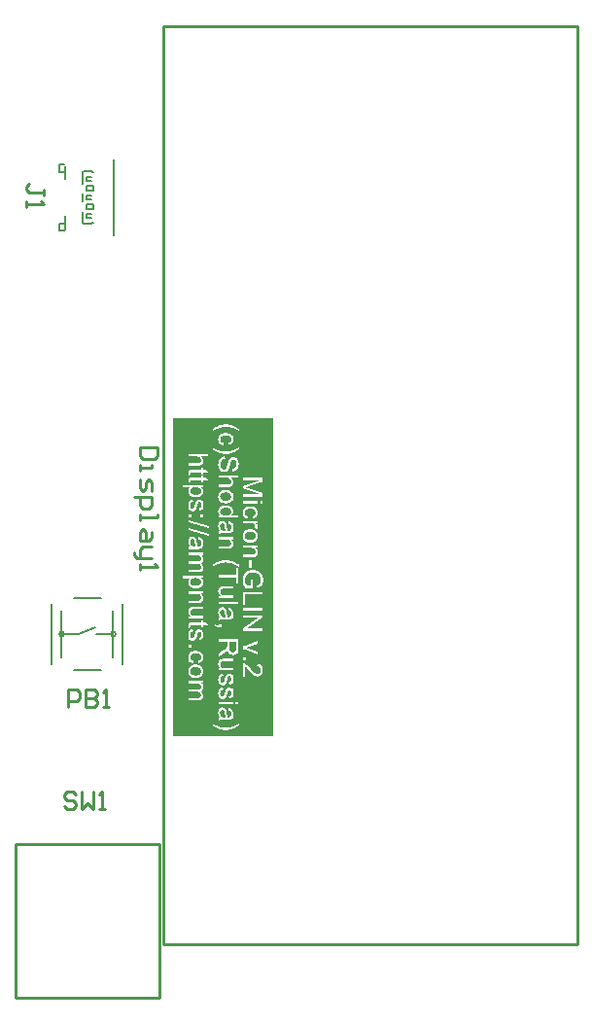
<source format=gto>
G04*
G04 #@! TF.GenerationSoftware,Altium Limited,Altium Designer,22.4.2 (48)*
G04*
G04 Layer_Color=65535*
%FSLAX25Y25*%
%MOIN*%
G70*
G04*
G04 #@! TF.SameCoordinates,5D1A3173-D847-458D-9732-A4640AA2F51D*
G04*
G04*
G04 #@! TF.FilePolarity,Positive*
G04*
G01*
G75*
%ADD10C,0.00787*%
%ADD11C,0.01000*%
G36*
X92060Y-266833D02*
X81461D01*
Y-216038D01*
X81461D01*
Y-213218D01*
X81476Y-213492D01*
X81505Y-213757D01*
X81542Y-214001D01*
X81572Y-214111D01*
X81594Y-214222D01*
X81616Y-214318D01*
X81645Y-214399D01*
X81668Y-214480D01*
X81682Y-214540D01*
X81704Y-214599D01*
X81712Y-214635D01*
X81726Y-214658D01*
Y-214665D01*
X81837Y-214931D01*
X81963Y-215182D01*
X82096Y-215410D01*
X82162Y-215521D01*
X82221Y-215617D01*
X82280Y-215706D01*
X82339Y-215787D01*
X82383Y-215861D01*
X82428Y-215920D01*
X82464Y-215971D01*
X82494Y-216008D01*
X82509Y-216030D01*
X82516Y-216038D01*
X81540D01*
X88501D01*
Y-213089D01*
Y-213145D01*
X88494Y-212960D01*
X88487Y-212776D01*
X88464Y-212599D01*
X88435Y-212436D01*
X88405Y-212274D01*
X88369Y-212126D01*
X88332Y-211986D01*
X88295Y-211861D01*
X88250Y-211750D01*
X88214Y-211647D01*
X88177Y-211558D01*
X88147Y-211484D01*
X88118Y-211425D01*
X88095Y-211381D01*
X88088Y-211351D01*
X88081Y-211344D01*
X87999Y-211204D01*
X87904Y-211071D01*
X87808Y-210946D01*
X87704Y-210835D01*
X87594Y-210724D01*
X87490Y-210628D01*
X87387Y-210540D01*
X87284Y-210458D01*
X87180Y-210392D01*
X87092Y-210326D01*
X87011Y-210274D01*
X86937Y-210230D01*
X86878Y-210200D01*
X86834Y-210178D01*
X86804Y-210163D01*
X86797Y-210156D01*
X86634Y-210082D01*
X86472Y-210023D01*
X86309Y-209964D01*
X86147Y-209920D01*
X85837Y-209846D01*
X85690Y-209816D01*
X85549Y-209794D01*
X85424Y-209779D01*
X85306Y-209765D01*
X85202Y-209757D01*
X85114Y-209750D01*
X85040Y-209742D01*
X84944D01*
X84760Y-209750D01*
X84575Y-209757D01*
X84405Y-209779D01*
X84236Y-209809D01*
X84081Y-209839D01*
X83926Y-209875D01*
X83786Y-209912D01*
X83660Y-209949D01*
X83542Y-209986D01*
X83439Y-210023D01*
X83350Y-210060D01*
X83269Y-210089D01*
X83210Y-210119D01*
X83166Y-210141D01*
X83136Y-210148D01*
X83129Y-210156D01*
X82981Y-210237D01*
X82841Y-210333D01*
X82715Y-210429D01*
X82590Y-210525D01*
X82479Y-210628D01*
X82383Y-210731D01*
X82287Y-210835D01*
X82206Y-210931D01*
X82132Y-211027D01*
X82066Y-211115D01*
X82014Y-211196D01*
X81970Y-211263D01*
X81933Y-211315D01*
X81911Y-211359D01*
X81896Y-211388D01*
X81889Y-211396D01*
X81815Y-211551D01*
X81749Y-211713D01*
X81690Y-211868D01*
X81645Y-212023D01*
X81601Y-212185D01*
X81564Y-212333D01*
X81535Y-212480D01*
X81512Y-212613D01*
X81498Y-212739D01*
X81483Y-212857D01*
X81476Y-212960D01*
X81468Y-213049D01*
X81461Y-213123D01*
Y-209742D01*
X81461D01*
Y-200422D01*
X84103D01*
X84317Y-200414D01*
X84524Y-200392D01*
X84715Y-200363D01*
X84893Y-200318D01*
X85055Y-200274D01*
X85202Y-200215D01*
X85343Y-200156D01*
X85468Y-200097D01*
X85579Y-200038D01*
X85675Y-199979D01*
X85756Y-199920D01*
X85822Y-199875D01*
X85882Y-199831D01*
X85918Y-199802D01*
X85940Y-199779D01*
X85948Y-199772D01*
X86066Y-199647D01*
X86169Y-199514D01*
X86258Y-199381D01*
X86339Y-199241D01*
X86398Y-199101D01*
X86457Y-198968D01*
X86501Y-198828D01*
X86538Y-198702D01*
X86560Y-198577D01*
X86583Y-198466D01*
X86597Y-198370D01*
X86612Y-198281D01*
Y-198208D01*
X86620Y-198156D01*
Y-198112D01*
X86612Y-197942D01*
X86597Y-197780D01*
X86568Y-197632D01*
X86531Y-197484D01*
X86494Y-197344D01*
X86442Y-197219D01*
X86398Y-197101D01*
X86346Y-196997D01*
X86295Y-196894D01*
X86243Y-196813D01*
X86191Y-196739D01*
X86155Y-196673D01*
X86118Y-196628D01*
X86088Y-196591D01*
X86073Y-196569D01*
X86066Y-196562D01*
X85933Y-196429D01*
X85793Y-196311D01*
X85638Y-196208D01*
X85476Y-196119D01*
X85306Y-196053D01*
X85136Y-195986D01*
X84966Y-195934D01*
X84804Y-195898D01*
X84649Y-195868D01*
X84509Y-195839D01*
X84376Y-195824D01*
X84258Y-195817D01*
X84169Y-195809D01*
X84096Y-195802D01*
X84036D01*
X83808Y-195809D01*
X83594Y-195831D01*
X83394Y-195861D01*
X83210Y-195898D01*
X83040Y-195949D01*
X82885Y-196001D01*
X82745Y-196060D01*
X82612Y-196119D01*
X82501Y-196178D01*
X82398Y-196237D01*
X82317Y-196289D01*
X82250Y-196341D01*
X82191Y-196377D01*
X82155Y-196407D01*
X82132Y-196429D01*
X82125Y-196436D01*
X82007Y-196562D01*
X81904Y-196695D01*
X81815Y-196827D01*
X81741Y-196968D01*
X81675Y-197108D01*
X81623Y-197248D01*
X81579Y-197381D01*
X81542Y-197514D01*
X81520Y-197639D01*
X81498Y-197750D01*
X81483Y-197853D01*
X81468Y-197942D01*
Y-198016D01*
X81461Y-198067D01*
Y-195802D01*
X81461D01*
Y-192230D01*
X86620D01*
X83269D01*
X83380Y-191411D01*
X83262Y-191388D01*
X83158Y-191366D01*
X83055Y-191337D01*
X82966Y-191307D01*
X82878Y-191270D01*
X82804Y-191241D01*
X82738Y-191204D01*
X82671Y-191167D01*
X82620Y-191130D01*
X82575Y-191101D01*
X82501Y-191042D01*
X82457Y-191005D01*
X82450Y-190997D01*
X82442Y-190990D01*
X82346Y-190857D01*
X82273Y-190724D01*
X82221Y-190584D01*
X82184Y-190459D01*
X82162Y-190340D01*
X82155Y-190296D01*
Y-190252D01*
X82147Y-190215D01*
Y-190171D01*
X82155Y-190060D01*
X82169Y-189949D01*
X82191Y-189853D01*
X82221Y-189758D01*
X82287Y-189588D01*
X82376Y-189440D01*
X82413Y-189381D01*
X82457Y-189329D01*
X82494Y-189285D01*
X82531Y-189241D01*
X82553Y-189211D01*
X82575Y-189189D01*
X82590Y-189182D01*
X82597Y-189174D01*
X82686Y-189108D01*
X82789Y-189049D01*
X82900Y-188997D01*
X83011Y-188960D01*
X83254Y-188887D01*
X83490Y-188842D01*
X83601Y-188828D01*
X83704Y-188820D01*
X83800Y-188813D01*
X83881Y-188805D01*
X83948Y-188798D01*
X84000D01*
X84036D01*
X84044D01*
X84221Y-188805D01*
X84391Y-188813D01*
X84538Y-188835D01*
X84679Y-188857D01*
X84811Y-188887D01*
X84930Y-188924D01*
X85033Y-188960D01*
X85129Y-188997D01*
X85210Y-189027D01*
X85284Y-189064D01*
X85343Y-189101D01*
X85387Y-189130D01*
X85431Y-189152D01*
X85453Y-189174D01*
X85468Y-189182D01*
X85476Y-189189D01*
X85557Y-189263D01*
X85623Y-189344D01*
X85690Y-189433D01*
X85741Y-189514D01*
X85786Y-189602D01*
X85822Y-189684D01*
X85874Y-189846D01*
X85911Y-189994D01*
X85918Y-190053D01*
X85926Y-190112D01*
X85933Y-190156D01*
Y-190215D01*
X85926Y-190363D01*
X85896Y-190503D01*
X85852Y-190621D01*
X85808Y-190724D01*
X85756Y-190805D01*
X85719Y-190872D01*
X85690Y-190909D01*
X85675Y-190924D01*
X85571Y-191027D01*
X85453Y-191115D01*
X85328Y-191182D01*
X85210Y-191241D01*
X85099Y-191285D01*
X85011Y-191315D01*
X84974Y-191322D01*
X84952Y-191329D01*
X84937Y-191337D01*
X84930D01*
X85055Y-192149D01*
X85188Y-192119D01*
X85321Y-192075D01*
X85439Y-192031D01*
X85549Y-191986D01*
X85653Y-191935D01*
X85749Y-191876D01*
X85830Y-191824D01*
X85911Y-191765D01*
X85977Y-191713D01*
X86036Y-191662D01*
X86088Y-191617D01*
X86132Y-191573D01*
X86162Y-191543D01*
X86184Y-191514D01*
X86199Y-191499D01*
X86206Y-191492D01*
X86280Y-191396D01*
X86346Y-191293D01*
X86398Y-191182D01*
X86442Y-191071D01*
X86516Y-190850D01*
X86568Y-190643D01*
X86583Y-190547D01*
X86597Y-190459D01*
X86605Y-190377D01*
X86612Y-190311D01*
X86620Y-190259D01*
Y-190178D01*
X86605Y-189949D01*
X86575Y-189728D01*
X86524Y-189529D01*
X86494Y-189440D01*
X86472Y-189352D01*
X86442Y-189278D01*
X86413Y-189211D01*
X86391Y-189152D01*
X86361Y-189101D01*
X86346Y-189056D01*
X86332Y-189027D01*
X86317Y-189012D01*
Y-189005D01*
X86191Y-188813D01*
X86051Y-188651D01*
X85896Y-188510D01*
X85756Y-188400D01*
X85623Y-188311D01*
X85564Y-188282D01*
X85513Y-188252D01*
X85476Y-188230D01*
X85446Y-188215D01*
X85424Y-188200D01*
X85417D01*
X85188Y-188112D01*
X84944Y-188053D01*
X84708Y-188008D01*
X84494Y-187971D01*
X84391Y-187964D01*
X84302Y-187957D01*
X84221Y-187949D01*
X84147D01*
X84096Y-187942D01*
X84014D01*
X83793Y-187949D01*
X83579Y-187971D01*
X83380Y-188001D01*
X83195Y-188038D01*
X83025Y-188082D01*
X82871Y-188134D01*
X82730Y-188193D01*
X82605Y-188252D01*
X82494Y-188304D01*
X82391Y-188363D01*
X82310Y-188414D01*
X82243Y-188459D01*
X82184Y-188496D01*
X82147Y-188525D01*
X82125Y-188547D01*
X82118Y-188555D01*
X82000Y-188673D01*
X81904Y-188798D01*
X81815Y-188931D01*
X81741Y-189064D01*
X81675Y-189204D01*
X81623Y-189337D01*
X81579Y-189470D01*
X81542Y-189595D01*
X81512Y-189713D01*
X81498Y-189824D01*
X81483Y-189927D01*
X81468Y-190008D01*
Y-190082D01*
X81461Y-190134D01*
Y-187942D01*
X81461D01*
Y-157663D01*
X92060D01*
Y-266833D01*
D02*
G37*
G36*
X81468Y-190326D02*
X81483Y-190466D01*
X81505Y-190599D01*
X81535Y-190732D01*
X81572Y-190850D01*
X81616Y-190960D01*
X81653Y-191064D01*
X81704Y-191160D01*
X81749Y-191241D01*
X81786Y-191322D01*
X81830Y-191381D01*
X81867Y-191440D01*
X81896Y-191477D01*
X81918Y-191514D01*
X81933Y-191529D01*
X81941Y-191536D01*
X82037Y-191632D01*
X82132Y-191728D01*
X82243Y-191809D01*
X82354Y-191876D01*
X82464Y-191942D01*
X82575Y-192001D01*
X82782Y-192090D01*
X82885Y-192127D01*
X82974Y-192156D01*
X83055Y-192178D01*
X83129Y-192200D01*
X83188Y-192215D01*
X83232Y-192222D01*
X83262Y-192230D01*
X81461D01*
Y-190178D01*
X81468Y-190326D01*
D02*
G37*
G36*
X84206Y-196665D02*
X84369Y-196673D01*
X84516Y-196695D01*
X84656Y-196724D01*
X84782Y-196754D01*
X84900Y-196791D01*
X85003Y-196827D01*
X85099Y-196864D01*
X85180Y-196901D01*
X85254Y-196938D01*
X85313Y-196975D01*
X85365Y-197005D01*
X85402Y-197034D01*
X85431Y-197056D01*
X85446Y-197064D01*
X85453Y-197071D01*
X85535Y-197152D01*
X85608Y-197233D01*
X85675Y-197322D01*
X85726Y-197411D01*
X85771Y-197499D01*
X85808Y-197580D01*
X85867Y-197750D01*
X85904Y-197890D01*
X85911Y-197957D01*
X85918Y-198008D01*
X85926Y-198053D01*
Y-198112D01*
X85918Y-198222D01*
X85904Y-198333D01*
X85882Y-198436D01*
X85852Y-198532D01*
X85778Y-198709D01*
X85690Y-198864D01*
X85645Y-198924D01*
X85601Y-198983D01*
X85564Y-199027D01*
X85527Y-199071D01*
X85498Y-199101D01*
X85476Y-199123D01*
X85461Y-199137D01*
X85453Y-199145D01*
X85357Y-199219D01*
X85262Y-199285D01*
X85151Y-199337D01*
X85040Y-199388D01*
X84922Y-199433D01*
X84804Y-199462D01*
X84583Y-199514D01*
X84479Y-199529D01*
X84383Y-199543D01*
X84295Y-199551D01*
X84214Y-199558D01*
X84155Y-199565D01*
X84103D01*
X84073D01*
X84066D01*
X83889Y-199558D01*
X83727Y-199551D01*
X83572Y-199529D01*
X83431Y-199499D01*
X83298Y-199470D01*
X83180Y-199433D01*
X83070Y-199396D01*
X82981Y-199359D01*
X82893Y-199315D01*
X82819Y-199278D01*
X82760Y-199241D01*
X82708Y-199211D01*
X82671Y-199182D01*
X82642Y-199160D01*
X82627Y-199152D01*
X82620Y-199145D01*
X82538Y-199064D01*
X82464Y-198983D01*
X82398Y-198894D01*
X82346Y-198813D01*
X82302Y-198724D01*
X82265Y-198636D01*
X82206Y-198473D01*
X82169Y-198333D01*
X82162Y-198267D01*
X82155Y-198215D01*
X82147Y-198171D01*
Y-198112D01*
X82155Y-197994D01*
X82169Y-197890D01*
X82191Y-197780D01*
X82221Y-197684D01*
X82295Y-197506D01*
X82383Y-197359D01*
X82420Y-197292D01*
X82464Y-197233D01*
X82501Y-197189D01*
X82538Y-197145D01*
X82568Y-197115D01*
X82590Y-197093D01*
X82605Y-197078D01*
X82612Y-197071D01*
X82708Y-196997D01*
X82811Y-196938D01*
X82922Y-196879D01*
X83033Y-196835D01*
X83269Y-196761D01*
X83505Y-196709D01*
X83609Y-196695D01*
X83712Y-196680D01*
X83800Y-196673D01*
X83881Y-196665D01*
X83948Y-196658D01*
X83992D01*
X84029D01*
X84036D01*
X84206Y-196665D01*
D02*
G37*
G36*
X81476Y-198348D02*
X81505Y-198569D01*
X81557Y-198768D01*
X81579Y-198864D01*
X81608Y-198946D01*
X81638Y-199027D01*
X81660Y-199093D01*
X81690Y-199152D01*
X81712Y-199204D01*
X81726Y-199248D01*
X81741Y-199278D01*
X81756Y-199293D01*
Y-199300D01*
X81881Y-199492D01*
X82014Y-199661D01*
X82155Y-199802D01*
X82295Y-199920D01*
X82413Y-200016D01*
X82472Y-200053D01*
X82516Y-200082D01*
X82553Y-200104D01*
X82583Y-200119D01*
X82597Y-200134D01*
X82605D01*
X82715Y-200185D01*
X82826Y-200230D01*
X83070Y-200304D01*
X83321Y-200355D01*
X83557Y-200385D01*
X83667Y-200399D01*
X83771Y-200407D01*
X83867Y-200414D01*
X83948D01*
X84014Y-200422D01*
X81461D01*
Y-198112D01*
X81476Y-198348D01*
D02*
G37*
G36*
X85269Y-210687D02*
X85527Y-210717D01*
X85756Y-210754D01*
X85867Y-210776D01*
X85963Y-210805D01*
X86051Y-210827D01*
X86132Y-210849D01*
X86199Y-210872D01*
X86258Y-210894D01*
X86309Y-210909D01*
X86339Y-210923D01*
X86361Y-210931D01*
X86369D01*
X86501Y-210990D01*
X86627Y-211056D01*
X86745Y-211130D01*
X86841Y-211196D01*
X86922Y-211255D01*
X86989Y-211307D01*
X87025Y-211337D01*
X87040Y-211351D01*
X87151Y-211462D01*
X87247Y-211588D01*
X87335Y-211706D01*
X87409Y-211824D01*
X87468Y-211927D01*
X87505Y-212008D01*
X87520Y-212038D01*
X87535Y-212060D01*
X87542Y-212075D01*
Y-212082D01*
X87608Y-212259D01*
X87653Y-212436D01*
X87690Y-212621D01*
X87712Y-212783D01*
X87719Y-212864D01*
X87726Y-212931D01*
Y-212997D01*
X87734Y-213049D01*
Y-213152D01*
X87726Y-213337D01*
X87704Y-213514D01*
X87675Y-213669D01*
X87645Y-213809D01*
X87608Y-213920D01*
X87594Y-213971D01*
X87579Y-214008D01*
X87564Y-214038D01*
X87557Y-214060D01*
X87549Y-214075D01*
Y-214082D01*
X87476Y-214230D01*
X87402Y-214362D01*
X87321Y-214473D01*
X87247Y-214569D01*
X87173Y-214635D01*
X87121Y-214687D01*
X87084Y-214724D01*
X87070Y-214731D01*
X86952Y-214813D01*
X86819Y-214886D01*
X86686Y-214953D01*
X86553Y-215012D01*
X86435Y-215056D01*
X86383Y-215071D01*
X86346Y-215086D01*
X86309Y-215100D01*
X86280Y-215108D01*
X86265Y-215115D01*
X86258D01*
X86479Y-215934D01*
X86723Y-215861D01*
X86944Y-215779D01*
X87040Y-215735D01*
X87136Y-215691D01*
X87217Y-215654D01*
X87291Y-215610D01*
X87365Y-215573D01*
X87424Y-215536D01*
X87476Y-215499D01*
X87520Y-215477D01*
X87549Y-215447D01*
X87572Y-215433D01*
X87586Y-215425D01*
X87594Y-215418D01*
X87749Y-215278D01*
X87881Y-215130D01*
X87992Y-214975D01*
X88088Y-214820D01*
X88162Y-214687D01*
X88191Y-214628D01*
X88214Y-214576D01*
X88236Y-214540D01*
X88250Y-214510D01*
X88258Y-214488D01*
Y-214480D01*
X88339Y-214252D01*
X88398Y-214023D01*
X88442Y-213794D01*
X88472Y-213587D01*
X88479Y-213492D01*
X88487Y-213410D01*
X88494Y-213337D01*
X88501Y-213270D01*
Y-216038D01*
X85048D01*
Y-213152D01*
X84243D01*
Y-215152D01*
X82966D01*
X82871Y-215034D01*
X82789Y-214901D01*
X82708Y-214761D01*
X82634Y-214621D01*
X82575Y-214495D01*
X82546Y-214444D01*
X82524Y-214399D01*
X82509Y-214355D01*
X82494Y-214325D01*
X82487Y-214311D01*
Y-214303D01*
X82413Y-214097D01*
X82361Y-213890D01*
X82317Y-213698D01*
X82295Y-213528D01*
X82287Y-213447D01*
X82280Y-213381D01*
X82273Y-213322D01*
Y-213270D01*
X82265Y-213226D01*
Y-213167D01*
X82280Y-212916D01*
X82310Y-212680D01*
X82361Y-212466D01*
X82383Y-212362D01*
X82413Y-212274D01*
X82442Y-212193D01*
X82464Y-212119D01*
X82494Y-212052D01*
X82516Y-211993D01*
X82531Y-211949D01*
X82546Y-211920D01*
X82560Y-211897D01*
Y-211890D01*
X82620Y-211779D01*
X82686Y-211676D01*
X82826Y-211499D01*
X82981Y-211344D01*
X83129Y-211211D01*
X83262Y-211115D01*
X83321Y-211071D01*
X83365Y-211041D01*
X83409Y-211012D01*
X83439Y-210997D01*
X83461Y-210990D01*
X83468Y-210982D01*
X83712Y-210879D01*
X83970Y-210805D01*
X84221Y-210746D01*
X84465Y-210709D01*
X84575Y-210702D01*
X84679Y-210687D01*
X84767Y-210680D01*
X84848D01*
X84907Y-210672D01*
X84959D01*
X84988D01*
X84996D01*
X85269Y-210687D01*
D02*
G37*
G36*
X71169Y-266833D02*
X57437D01*
Y-157663D01*
X71169D01*
Y-266833D01*
D02*
G37*
G36*
X81461Y-266833D02*
X71169D01*
Y-157663D01*
X81461D01*
Y-266833D01*
D02*
G37*
%LPC*%
G36*
X88383Y-178223D02*
X81572D01*
Y-181868D01*
X87276Y-183861D01*
X81572D01*
Y-184732D01*
X88383D01*
Y-183514D01*
X83645Y-181876D01*
X83513Y-181831D01*
X83394Y-181787D01*
X83276Y-181750D01*
X83173Y-181713D01*
X83070Y-181684D01*
X82981Y-181654D01*
X82900Y-181625D01*
X82826Y-181603D01*
X82767Y-181580D01*
X82708Y-181566D01*
X82664Y-181551D01*
X82620Y-181536D01*
X82590Y-181529D01*
X82568Y-181521D01*
X82560Y-181514D01*
X82553D01*
X82620Y-181492D01*
X82693Y-181470D01*
X82848Y-181418D01*
X83018Y-181366D01*
X83180Y-181315D01*
X83328Y-181263D01*
X83394Y-181241D01*
X83446Y-181226D01*
X83490Y-181211D01*
X83527Y-181197D01*
X83549Y-181189D01*
X83557D01*
X88383Y-179573D01*
Y-180488D01*
Y-178223D01*
D02*
G37*
G36*
Y-186082D02*
X87431D01*
Y-186916D01*
X86509D01*
Y-186082D01*
X81572D01*
Y-186916D01*
X88383D01*
Y-186082D01*
D02*
G37*
G36*
X86620Y-192938D02*
X81572D01*
Y-193772D01*
X84155D01*
X84346Y-193780D01*
X84531Y-193794D01*
X84693Y-193816D01*
X84841Y-193839D01*
X84959Y-193861D01*
X85011Y-193876D01*
X85055Y-193883D01*
X85084Y-193890D01*
X85107Y-193898D01*
X85121Y-193905D01*
X85129D01*
X85232Y-193949D01*
X85328Y-193994D01*
X85402Y-194045D01*
X85468Y-194097D01*
X85520Y-194141D01*
X85557Y-194178D01*
X85579Y-194208D01*
X85586Y-194215D01*
X85645Y-194304D01*
X85682Y-194385D01*
X85712Y-194466D01*
X85734Y-194547D01*
X85749Y-194614D01*
X85756Y-194665D01*
Y-194710D01*
X85749Y-194827D01*
X85726Y-194938D01*
X85697Y-195042D01*
X85668Y-195130D01*
X85631Y-195211D01*
X85601Y-195270D01*
X85579Y-195307D01*
X85571Y-195322D01*
X86346Y-195617D01*
X86435Y-195455D01*
X86501Y-195292D01*
X86553Y-195152D01*
X86583Y-195019D01*
X86605Y-194909D01*
X86612Y-194864D01*
Y-194827D01*
X86620Y-194798D01*
Y-194754D01*
X86612Y-194650D01*
X86590Y-194547D01*
X86568Y-194458D01*
X86538Y-194377D01*
X86501Y-194318D01*
X86479Y-194267D01*
X86457Y-194237D01*
X86450Y-194222D01*
X86413Y-194178D01*
X86369Y-194126D01*
X86273Y-194038D01*
X86155Y-193949D01*
X86036Y-193868D01*
X85933Y-193794D01*
X85837Y-193743D01*
X85808Y-193721D01*
X85778Y-193706D01*
X85763Y-193691D01*
X86509D01*
Y-192938D01*
X86620D01*
D02*
G37*
G36*
Y-201403D02*
X81572D01*
Y-205411D01*
X86620D01*
X84804D01*
X84900Y-205403D01*
X84981D01*
X85055Y-205396D01*
X85121D01*
X85232Y-205388D01*
X85313Y-205374D01*
X85372Y-205366D01*
X85409Y-205359D01*
X85417D01*
X85549Y-205329D01*
X85668Y-205285D01*
X85771Y-205248D01*
X85859Y-205204D01*
X85933Y-205159D01*
X85992Y-205130D01*
X86022Y-205108D01*
X86036Y-205100D01*
X86132Y-205027D01*
X86214Y-204938D01*
X86280Y-204842D01*
X86346Y-204754D01*
X86391Y-204665D01*
X86428Y-204599D01*
X86450Y-204554D01*
X86457Y-204547D01*
Y-204540D01*
X86509Y-204399D01*
X86553Y-204259D01*
X86583Y-204119D01*
X86597Y-203994D01*
X86612Y-203883D01*
Y-203838D01*
X86620Y-203794D01*
Y-203720D01*
X86612Y-203536D01*
X86583Y-203359D01*
X86546Y-203197D01*
X86494Y-203042D01*
X86428Y-202901D01*
X86361Y-202776D01*
X86287Y-202658D01*
X86214Y-202554D01*
X86132Y-202459D01*
X86059Y-202377D01*
X85992Y-202311D01*
X85926Y-202259D01*
X85874Y-202215D01*
X85837Y-202178D01*
X85808Y-202163D01*
X85800Y-202156D01*
X86509D01*
Y-201403D01*
X86620D01*
D02*
G37*
G36*
X84457Y-206363D02*
X83616D01*
Y-208938D01*
X84457D01*
Y-206363D01*
D02*
G37*
G36*
X88383Y-217329D02*
X81572D01*
Y-221587D01*
X88383D01*
X82376D01*
Y-218230D01*
X88383D01*
Y-217329D01*
D02*
G37*
G36*
Y-222813D02*
X81572D01*
Y-223713D01*
X88383D01*
Y-222813D01*
D02*
G37*
G36*
Y-225292D02*
X81572D01*
Y-230658D01*
X88383D01*
Y-229794D01*
X83033D01*
X88383Y-226215D01*
Y-225292D01*
D02*
G37*
G36*
X86509Y-234192D02*
X81572Y-236060D01*
Y-234192D01*
X86509D01*
X81572D01*
Y-238731D01*
Y-236857D01*
X86509Y-238731D01*
Y-237868D01*
X83490Y-236768D01*
X83291Y-236694D01*
X83114Y-236635D01*
X82952Y-236584D01*
X82819Y-236539D01*
X82708Y-236502D01*
X82664Y-236488D01*
X82620Y-236480D01*
X82590Y-236473D01*
X82568Y-236466D01*
X82560Y-236458D01*
X82553D01*
X82745Y-236399D01*
X82929Y-236347D01*
X83099Y-236296D01*
X83247Y-236244D01*
X83372Y-236200D01*
X83424Y-236185D01*
X83468Y-236170D01*
X83505Y-236156D01*
X83527Y-236148D01*
X83542Y-236141D01*
X83549D01*
X86509Y-235078D01*
Y-234192D01*
D02*
G37*
G36*
X82524Y-239705D02*
X81572D01*
Y-240657D01*
X82524D01*
Y-239705D01*
D02*
G37*
G36*
X81682Y-241764D02*
X81572D01*
Y-246273D01*
X88405D01*
X82376D01*
Y-242916D01*
X82538Y-243034D01*
X82612Y-243093D01*
X82679Y-243152D01*
X82738Y-243203D01*
X82782Y-243240D01*
X82811Y-243270D01*
X82819Y-243277D01*
X82863Y-243321D01*
X82922Y-243381D01*
X82981Y-243447D01*
X83048Y-243521D01*
X83195Y-243676D01*
X83335Y-243838D01*
X83468Y-243993D01*
X83527Y-244059D01*
X83579Y-244126D01*
X83623Y-244170D01*
X83653Y-244215D01*
X83675Y-244237D01*
X83682Y-244244D01*
X83823Y-244406D01*
X83955Y-244561D01*
X84073Y-244702D01*
X84192Y-244827D01*
X84295Y-244945D01*
X84398Y-245048D01*
X84487Y-245144D01*
X84568Y-245233D01*
X84634Y-245307D01*
X84701Y-245366D01*
X84752Y-245417D01*
X84797Y-245462D01*
X84834Y-245491D01*
X84856Y-245521D01*
X84870Y-245528D01*
X84878Y-245535D01*
X85040Y-245676D01*
X85188Y-245786D01*
X85328Y-245882D01*
X85453Y-245964D01*
X85557Y-246023D01*
X85638Y-246067D01*
X85668Y-246082D01*
X85690Y-246089D01*
X85697Y-246096D01*
X85704D01*
X85852Y-246156D01*
X86000Y-246192D01*
X86132Y-246222D01*
X86258Y-246244D01*
X86361Y-246259D01*
X86442Y-246266D01*
X86472D01*
X86494D01*
X86501D01*
X86509D01*
X86656Y-246259D01*
X86797Y-246244D01*
X86929Y-246215D01*
X87062Y-246178D01*
X87180Y-246133D01*
X87291Y-246082D01*
X87394Y-246030D01*
X87483Y-245978D01*
X87572Y-245927D01*
X87645Y-245875D01*
X87712Y-245823D01*
X87763Y-245779D01*
X87800Y-245742D01*
X87837Y-245713D01*
X87852Y-245698D01*
X87859Y-245690D01*
X87955Y-245580D01*
X88037Y-245462D01*
X88110Y-245336D01*
X88177Y-245203D01*
X88228Y-245078D01*
X88273Y-244945D01*
X88310Y-244820D01*
X88339Y-244694D01*
X88361Y-244584D01*
X88376Y-244473D01*
X88391Y-244377D01*
X88398Y-244296D01*
X88405Y-244229D01*
Y-244133D01*
X88398Y-243956D01*
X88383Y-243787D01*
X88361Y-243632D01*
X88324Y-243484D01*
X88287Y-243344D01*
X88243Y-243218D01*
X88199Y-243100D01*
X88155Y-242997D01*
X88103Y-242901D01*
X88059Y-242820D01*
X88014Y-242746D01*
X87977Y-242687D01*
X87941Y-242643D01*
X87918Y-242613D01*
X87904Y-242591D01*
X87896Y-242583D01*
X87800Y-242480D01*
X87690Y-242392D01*
X87579Y-242311D01*
X87453Y-242237D01*
X87335Y-242178D01*
X87217Y-242119D01*
X87092Y-242074D01*
X86981Y-242037D01*
X86870Y-242001D01*
X86767Y-241978D01*
X86671Y-241956D01*
X86590Y-241941D01*
X86524Y-241934D01*
X86479Y-241927D01*
X86450Y-241919D01*
X86435D01*
X86346Y-242775D01*
X86465Y-242783D01*
X86575Y-242790D01*
X86767Y-242834D01*
X86944Y-242894D01*
X87018Y-242923D01*
X87084Y-242960D01*
X87143Y-242989D01*
X87195Y-243026D01*
X87239Y-243056D01*
X87276Y-243078D01*
X87306Y-243108D01*
X87328Y-243122D01*
X87335Y-243130D01*
X87343Y-243137D01*
X87409Y-243211D01*
X87468Y-243285D01*
X87512Y-243366D01*
X87557Y-243447D01*
X87623Y-243609D01*
X87667Y-243764D01*
X87690Y-243897D01*
X87704Y-243956D01*
Y-244008D01*
X87712Y-244052D01*
Y-244215D01*
X87697Y-244318D01*
X87660Y-244502D01*
X87601Y-244657D01*
X87542Y-244797D01*
X87476Y-244901D01*
X87446Y-244945D01*
X87416Y-244982D01*
X87394Y-245011D01*
X87380Y-245034D01*
X87372Y-245041D01*
X87365Y-245048D01*
X87299Y-245115D01*
X87232Y-245166D01*
X87166Y-245218D01*
X87092Y-245255D01*
X86952Y-245321D01*
X86819Y-245366D01*
X86708Y-245388D01*
X86656Y-245403D01*
X86612D01*
X86583Y-245410D01*
X86553D01*
X86538D01*
X86531D01*
X86442Y-245403D01*
X86354Y-245395D01*
X86177Y-245351D01*
X86007Y-245285D01*
X85852Y-245211D01*
X85719Y-245137D01*
X85668Y-245108D01*
X85616Y-245071D01*
X85579Y-245048D01*
X85549Y-245026D01*
X85535Y-245019D01*
X85527Y-245011D01*
X85424Y-244930D01*
X85313Y-244834D01*
X85195Y-244724D01*
X85077Y-244606D01*
X84834Y-244362D01*
X84605Y-244111D01*
X84494Y-243993D01*
X84398Y-243875D01*
X84310Y-243772D01*
X84236Y-243683D01*
X84169Y-243609D01*
X84125Y-243558D01*
X84088Y-243521D01*
X84081Y-243506D01*
X83970Y-243373D01*
X83867Y-243255D01*
X83771Y-243137D01*
X83675Y-243034D01*
X83586Y-242930D01*
X83498Y-242842D01*
X83424Y-242761D01*
X83350Y-242687D01*
X83284Y-242620D01*
X83225Y-242569D01*
X83173Y-242517D01*
X83136Y-242480D01*
X83099Y-242443D01*
X83077Y-242421D01*
X83062Y-242414D01*
X83055Y-242406D01*
X82893Y-242274D01*
X82730Y-242163D01*
X82575Y-242067D01*
X82435Y-241993D01*
X82317Y-241934D01*
X82265Y-241912D01*
X82228Y-241890D01*
X82191Y-241875D01*
X82169Y-241868D01*
X82155Y-241860D01*
X82147D01*
X82044Y-241823D01*
X81941Y-241801D01*
X81845Y-241779D01*
X81756Y-241772D01*
X81682Y-241764D01*
D02*
G37*
%LPD*%
G36*
X81572Y-181056D02*
Y-179093D01*
X87372D01*
X81572Y-181056D01*
D02*
G37*
G36*
X84435Y-202244D02*
X84597Y-202252D01*
X84738Y-202274D01*
X84870Y-202296D01*
X84988Y-202326D01*
X85092Y-202355D01*
X85188Y-202392D01*
X85269Y-202429D01*
X85343Y-202466D01*
X85402Y-202503D01*
X85446Y-202532D01*
X85490Y-202562D01*
X85520Y-202584D01*
X85542Y-202606D01*
X85549Y-202613D01*
X85557Y-202621D01*
X85616Y-202695D01*
X85668Y-202776D01*
X85756Y-202931D01*
X85815Y-203086D01*
X85852Y-203226D01*
X85882Y-203351D01*
X85889Y-203411D01*
Y-203455D01*
X85896Y-203492D01*
Y-203543D01*
X85889Y-203669D01*
X85874Y-203780D01*
X85845Y-203875D01*
X85822Y-203964D01*
X85793Y-204030D01*
X85763Y-204082D01*
X85749Y-204119D01*
X85741Y-204126D01*
X85682Y-204215D01*
X85616Y-204289D01*
X85549Y-204348D01*
X85483Y-204392D01*
X85424Y-204429D01*
X85380Y-204451D01*
X85350Y-204466D01*
X85335Y-204473D01*
X85232Y-204510D01*
X85114Y-204532D01*
X84988Y-204554D01*
X84863Y-204562D01*
X84752Y-204569D01*
X84701Y-204576D01*
X84656D01*
X84627D01*
X84597D01*
X84583D01*
X84575D01*
X81572D01*
Y-202237D01*
X84265D01*
X84435Y-202244D01*
D02*
G37*
G36*
X81572Y-229728D02*
Y-226156D01*
X86915D01*
X81572Y-229728D01*
D02*
G37*
%LPC*%
G36*
X69696Y-170034D02*
X62884D01*
Y-170868D01*
X65578D01*
X65784Y-170876D01*
X65969Y-170890D01*
X66124Y-170913D01*
X66249Y-170935D01*
X66352Y-170957D01*
X66426Y-170979D01*
X66448Y-170986D01*
X66471Y-170994D01*
X66485Y-171001D01*
X66603Y-171060D01*
X66707Y-171134D01*
X66795Y-171208D01*
X66869Y-171289D01*
X66928Y-171355D01*
X66973Y-171414D01*
X67002Y-171451D01*
X67009Y-171466D01*
X67076Y-171592D01*
X67127Y-171717D01*
X67157Y-171835D01*
X67186Y-171939D01*
X67201Y-172034D01*
X67209Y-172108D01*
Y-172167D01*
X67194Y-172344D01*
X67164Y-172499D01*
X67120Y-172625D01*
X67068Y-172736D01*
X67009Y-172824D01*
X66965Y-172883D01*
X66936Y-172920D01*
X66921Y-172935D01*
X66862Y-172986D01*
X66803Y-173023D01*
X66655Y-173090D01*
X66508Y-173141D01*
X66352Y-173171D01*
X66220Y-173193D01*
X66161Y-173201D01*
X66109D01*
X66065Y-173208D01*
X66035D01*
X66013D01*
X66006D01*
X62884D01*
Y-174042D01*
X66138D01*
X66264Y-174034D01*
X66382Y-174027D01*
X66485Y-174012D01*
X66589Y-173997D01*
X66677Y-173983D01*
X66758Y-173968D01*
X66832Y-173953D01*
X66899Y-173939D01*
X66958Y-173924D01*
X67002Y-173909D01*
X67046Y-173894D01*
X67076Y-173879D01*
X67098Y-173872D01*
X67105Y-173865D01*
X67113D01*
X67246Y-173791D01*
X67371Y-173702D01*
X67474Y-173599D01*
X67555Y-173510D01*
X67622Y-173422D01*
X67674Y-173348D01*
X67688Y-173319D01*
X67703Y-173296D01*
X67711Y-173289D01*
Y-173282D01*
X67784Y-173127D01*
X67836Y-172964D01*
X67880Y-172809D01*
X67902Y-172662D01*
X67917Y-172529D01*
X67924Y-172477D01*
X67932Y-172426D01*
Y-172337D01*
X67924Y-172175D01*
X67902Y-172020D01*
X67865Y-171872D01*
X67829Y-171732D01*
X67769Y-171606D01*
X67718Y-171481D01*
X67651Y-171370D01*
X67592Y-171274D01*
X67526Y-171178D01*
X67459Y-171097D01*
X67408Y-171031D01*
X67356Y-170972D01*
X67312Y-170927D01*
X67275Y-170898D01*
X67253Y-170876D01*
X67246Y-170868D01*
X69696D01*
Y-174042D01*
D01*
Y-170034D01*
D02*
G37*
G36*
X69541Y-174846D02*
X62818D01*
X67172D01*
Y-175466D01*
X64323D01*
X64190D01*
X64065Y-175473D01*
X63954D01*
X63851Y-175481D01*
X63762Y-175488D01*
X63681Y-175496D01*
X63607Y-175503D01*
X63548Y-175518D01*
X63497Y-175525D01*
X63452Y-175532D01*
X63415Y-175540D01*
X63386Y-175547D01*
X63349Y-175555D01*
X63334Y-175562D01*
X63253Y-175606D01*
X63179Y-175658D01*
X63113Y-175717D01*
X63061Y-175776D01*
X63017Y-175835D01*
X62987Y-175879D01*
X62965Y-175909D01*
X62958Y-175916D01*
X62914Y-176020D01*
X62876Y-176130D01*
X62854Y-176248D01*
X62832Y-176366D01*
X62825Y-176470D01*
X62818Y-176551D01*
Y-176426D01*
Y-176625D01*
X62832Y-176846D01*
X62840Y-176950D01*
X62854Y-177045D01*
X62869Y-177134D01*
X62876Y-177200D01*
X62891Y-177245D01*
Y-177260D01*
D01*
X63629Y-177149D01*
X63622Y-177068D01*
X63614Y-176994D01*
X63607Y-176927D01*
Y-176876D01*
X63600Y-176831D01*
Y-176706D01*
X63607Y-176647D01*
X63622Y-176603D01*
X63629Y-176558D01*
X63644Y-176529D01*
X63651Y-176507D01*
X63659Y-176492D01*
Y-176485D01*
X63710Y-176426D01*
X63762Y-176381D01*
X63806Y-176352D01*
X63814Y-176344D01*
X63821D01*
X63873Y-176330D01*
X63939Y-176322D01*
X64013Y-176307D01*
X64087D01*
X64161Y-176300D01*
X64220D01*
X64264D01*
X64271D01*
X64279D01*
X67172D01*
Y-177149D01*
X67821D01*
Y-176300D01*
X69541D01*
Y-177149D01*
Y-174846D01*
D02*
G37*
G36*
Y-177488D02*
X62818D01*
X67172D01*
Y-178108D01*
X64323D01*
X64190D01*
X64065Y-178115D01*
X63954D01*
X63851Y-178123D01*
X63762Y-178130D01*
X63681Y-178138D01*
X63607Y-178145D01*
X63548Y-178160D01*
X63497Y-178167D01*
X63452Y-178175D01*
X63415Y-178182D01*
X63386Y-178189D01*
X63349Y-178197D01*
X63334Y-178204D01*
X63253Y-178248D01*
X63179Y-178300D01*
X63113Y-178359D01*
X63061Y-178418D01*
X63017Y-178477D01*
X62987Y-178521D01*
X62965Y-178551D01*
X62958Y-178558D01*
X62914Y-178662D01*
X62876Y-178772D01*
X62854Y-178890D01*
X62832Y-179008D01*
X62825Y-179112D01*
X62818Y-179193D01*
Y-179068D01*
Y-179267D01*
X62832Y-179488D01*
X62840Y-179592D01*
X62854Y-179688D01*
X62869Y-179776D01*
X62876Y-179842D01*
X62891Y-179887D01*
Y-179902D01*
D01*
X63629Y-179791D01*
X63622Y-179710D01*
X63614Y-179636D01*
X63607Y-179569D01*
Y-179518D01*
X63600Y-179473D01*
Y-179348D01*
X63607Y-179289D01*
X63622Y-179245D01*
X63629Y-179200D01*
X63644Y-179171D01*
X63651Y-179149D01*
X63659Y-179134D01*
Y-179127D01*
X63710Y-179068D01*
X63762Y-179023D01*
X63806Y-178994D01*
X63814Y-178986D01*
X63821D01*
X63873Y-178972D01*
X63939Y-178964D01*
X64013Y-178949D01*
X64087D01*
X64161Y-178942D01*
X64220D01*
X64264D01*
X64271D01*
X64279D01*
X67172D01*
Y-179791D01*
X67821D01*
Y-178942D01*
X69541D01*
Y-179791D01*
Y-177488D01*
D02*
G37*
G36*
X67932Y-180610D02*
X60995D01*
Y-181444D01*
X63393D01*
X63297Y-181525D01*
X63209Y-181614D01*
X63127Y-181702D01*
X63068Y-181791D01*
X63017Y-181865D01*
X62972Y-181931D01*
X62950Y-181968D01*
X62943Y-181983D01*
X62884Y-182108D01*
X62847Y-182241D01*
X62818Y-182366D01*
X62795Y-182484D01*
X62781Y-182588D01*
X62773Y-182662D01*
Y-182735D01*
X62781Y-182846D01*
X62788Y-182949D01*
X62825Y-183149D01*
X62876Y-183333D01*
X62936Y-183496D01*
X62965Y-183569D01*
X62987Y-183636D01*
X63017Y-183687D01*
X63039Y-183739D01*
X63061Y-183776D01*
X63076Y-183806D01*
X63091Y-183820D01*
Y-183828D01*
X63223Y-184012D01*
X63371Y-184167D01*
X63526Y-184307D01*
X63681Y-184418D01*
X63814Y-184507D01*
X63873Y-184536D01*
X63924Y-184566D01*
X63961Y-184588D01*
X63991Y-184603D01*
X64013Y-184617D01*
X64021D01*
X64257Y-184706D01*
X64493Y-184772D01*
X64722Y-184824D01*
X64928Y-184853D01*
X65024Y-184868D01*
X65113Y-184876D01*
X65194Y-184883D01*
X65260D01*
X65312Y-184890D01*
X67932D01*
Y-182794D01*
X67924Y-182625D01*
X67902Y-182462D01*
X67873Y-182322D01*
X67836Y-182204D01*
X67799Y-182108D01*
X67769Y-182034D01*
X67747Y-181990D01*
X67740Y-181983D01*
Y-181975D01*
X67659Y-181850D01*
X67570Y-181739D01*
X67474Y-181636D01*
X67386Y-181547D01*
X67304Y-181473D01*
X67231Y-181414D01*
X67186Y-181385D01*
X67179Y-181370D01*
X67821D01*
Y-180610D01*
X67932D01*
D02*
G37*
G36*
Y-185569D02*
X62773D01*
D01*
X67932D01*
D02*
G37*
G36*
D02*
D01*
Y-187525D01*
X67924Y-187385D01*
X67917Y-187252D01*
X67902Y-187127D01*
X67880Y-187023D01*
X67858Y-186927D01*
X67843Y-186861D01*
X67836Y-186817D01*
X67829Y-186809D01*
Y-186802D01*
X67792Y-186684D01*
X67747Y-186573D01*
X67703Y-186485D01*
X67666Y-186411D01*
X67637Y-186352D01*
X67607Y-186307D01*
X67592Y-186278D01*
X67585Y-186270D01*
X67511Y-186174D01*
X67437Y-186093D01*
X67356Y-186020D01*
X67282Y-185968D01*
X67216Y-185916D01*
X67164Y-185887D01*
X67135Y-185864D01*
X67120Y-185857D01*
X67017Y-185805D01*
X66906Y-185769D01*
X66803Y-185747D01*
X66707Y-185732D01*
X66626Y-185717D01*
X66566Y-185710D01*
X66522D01*
X66515D01*
X66508D01*
X66375Y-185717D01*
X66249Y-185739D01*
X66138Y-185769D01*
X66043Y-185798D01*
X65961Y-185828D01*
X65895Y-185857D01*
X65858Y-185879D01*
X65843Y-185887D01*
X65740Y-185960D01*
X65644Y-186049D01*
X65570Y-186138D01*
X65504Y-186226D01*
X65445Y-186307D01*
X65408Y-186366D01*
X65386Y-186411D01*
X65378Y-186418D01*
Y-186425D01*
X65349Y-186499D01*
X65312Y-186588D01*
X65275Y-186676D01*
X65245Y-186780D01*
X65179Y-186994D01*
X65113Y-187200D01*
X65083Y-187304D01*
X65054Y-187400D01*
X65031Y-187488D01*
X65009Y-187562D01*
X64995Y-187621D01*
X64980Y-187673D01*
X64973Y-187702D01*
Y-187709D01*
X64943Y-187828D01*
X64913Y-187938D01*
X64884Y-188042D01*
X64854Y-188130D01*
X64832Y-188211D01*
X64810Y-188278D01*
X64788Y-188337D01*
X64766Y-188396D01*
X64751Y-188440D01*
X64736Y-188477D01*
X64714Y-188529D01*
X64699Y-188558D01*
X64692Y-188566D01*
X64626Y-188647D01*
X64552Y-188713D01*
X64478Y-188758D01*
X64404Y-188787D01*
X64345Y-188802D01*
X64286Y-188816D01*
X64257D01*
X64242D01*
X64124Y-188802D01*
X64021Y-188772D01*
X63924Y-188728D01*
X63843Y-188676D01*
X63777Y-188625D01*
X63733Y-188580D01*
X63696Y-188551D01*
X63688Y-188536D01*
X63614Y-188418D01*
X63556Y-188285D01*
X63519Y-188138D01*
X63489Y-187997D01*
X63474Y-187872D01*
X63467Y-187820D01*
Y-187769D01*
X63460Y-187732D01*
Y-187673D01*
X63474Y-187473D01*
X63504Y-187296D01*
X63541Y-187141D01*
X63592Y-187016D01*
X63637Y-186913D01*
X63681Y-186839D01*
X63710Y-186794D01*
X63718Y-186787D01*
Y-186780D01*
X63829Y-186669D01*
X63947Y-186588D01*
X64079Y-186521D01*
X64205Y-186470D01*
X64316Y-186433D01*
X64360Y-186418D01*
X64404Y-186411D01*
X64441Y-186403D01*
X64463D01*
X64478Y-186396D01*
X64485D01*
X64353Y-185569D01*
X64212Y-185599D01*
X64072Y-185636D01*
X63947Y-185680D01*
X63836Y-185724D01*
X63725Y-185776D01*
X63629Y-185828D01*
X63541Y-185879D01*
X63460Y-185938D01*
X63393Y-185990D01*
X63334Y-186042D01*
X63282Y-186086D01*
X63238Y-186123D01*
X63209Y-186160D01*
X63187Y-186182D01*
X63172Y-186197D01*
X63164Y-186204D01*
X63098Y-186307D01*
X63039Y-186411D01*
X62980Y-186529D01*
X62936Y-186647D01*
X62869Y-186898D01*
X62825Y-187134D01*
X62803Y-187245D01*
X62795Y-187348D01*
X62788Y-187444D01*
X62781Y-187518D01*
X62773Y-187584D01*
Y-187680D01*
X62781Y-187894D01*
X62803Y-188086D01*
X62840Y-188263D01*
X62876Y-188418D01*
X62891Y-188484D01*
X62906Y-188543D01*
X62928Y-188595D01*
X62943Y-188639D01*
X62958Y-188676D01*
X62965Y-188698D01*
X62972Y-188713D01*
Y-188721D01*
X63054Y-188883D01*
X63142Y-189023D01*
X63238Y-189141D01*
X63334Y-189245D01*
X63415Y-189318D01*
X63482Y-189377D01*
X63526Y-189407D01*
X63533Y-189422D01*
X63541D01*
X63681Y-189503D01*
X63821Y-189569D01*
X63954Y-189614D01*
X64072Y-189643D01*
X64175Y-189658D01*
X64257Y-189673D01*
X64330D01*
X64485Y-189665D01*
X64626Y-189643D01*
X64744Y-189606D01*
X64847Y-189569D01*
X64936Y-189532D01*
X64995Y-189496D01*
X65031Y-189473D01*
X65046Y-189466D01*
X65150Y-189385D01*
X65238Y-189296D01*
X65312Y-189200D01*
X65371Y-189112D01*
X65423Y-189038D01*
X65452Y-188971D01*
X65474Y-188927D01*
X65482Y-188920D01*
Y-188912D01*
X65511Y-188839D01*
X65541Y-188758D01*
X65578Y-188669D01*
X65607Y-188573D01*
X65674Y-188374D01*
X65733Y-188167D01*
X65762Y-188071D01*
X65792Y-187975D01*
X65814Y-187894D01*
X65836Y-187828D01*
X65851Y-187761D01*
X65865Y-187717D01*
X65873Y-187687D01*
Y-187680D01*
X65902Y-187569D01*
X65932Y-187473D01*
X65954Y-187385D01*
X65976Y-187304D01*
X65998Y-187237D01*
X66013Y-187178D01*
X66028Y-187127D01*
X66043Y-187082D01*
X66065Y-187016D01*
X66079Y-186971D01*
X66087Y-186949D01*
Y-186942D01*
X66124Y-186868D01*
X66161Y-186802D01*
X66198Y-186743D01*
X66234Y-186698D01*
X66264Y-186662D01*
X66286Y-186639D01*
X66301Y-186625D01*
X66308Y-186617D01*
X66360Y-186588D01*
X66412Y-186566D01*
X66508Y-186536D01*
X66544Y-186529D01*
X66574Y-186521D01*
X66596D01*
X66603D01*
X66699Y-186529D01*
X66781Y-186558D01*
X66862Y-186595D01*
X66928Y-186647D01*
X66980Y-186691D01*
X67017Y-186728D01*
X67046Y-186758D01*
X67054Y-186765D01*
X67090Y-186817D01*
X67120Y-186868D01*
X67164Y-186994D01*
X67201Y-187134D01*
X67223Y-187267D01*
X67238Y-187392D01*
Y-187444D01*
X67246Y-187488D01*
Y-187584D01*
X67238Y-187761D01*
X67209Y-187909D01*
X67179Y-188042D01*
X67135Y-188152D01*
X67098Y-188233D01*
X67061Y-188293D01*
X67032Y-188330D01*
X67024Y-188344D01*
X66936Y-188433D01*
X66840Y-188507D01*
X66744Y-188566D01*
X66648Y-188610D01*
X66566Y-188639D01*
X66493Y-188654D01*
X66448Y-188669D01*
X66441D01*
X66434D01*
X66544Y-189488D01*
X66714Y-189451D01*
X66862Y-189407D01*
X66995Y-189363D01*
X67105Y-189311D01*
X67186Y-189267D01*
X67253Y-189230D01*
X67290Y-189200D01*
X67304Y-189193D01*
X67408Y-189104D01*
X67496Y-189001D01*
X67578Y-188898D01*
X67644Y-188794D01*
X67696Y-188691D01*
X67733Y-188617D01*
X67747Y-188588D01*
X67755Y-188566D01*
X67762Y-188551D01*
Y-188543D01*
X67821Y-188374D01*
X67858Y-188204D01*
X67888Y-188027D01*
X67910Y-187872D01*
X67924Y-187732D01*
Y-187673D01*
X67932Y-187621D01*
Y-189673D01*
D01*
Y-185569D01*
D02*
G37*
G36*
X67821Y-190890D02*
X62884D01*
Y-191842D01*
X63836D01*
Y-190890D01*
X66869D01*
Y-191842D01*
X67821D01*
Y-190890D01*
D02*
G37*
G36*
X69806Y-192676D02*
X62766D01*
X69806D01*
Y-194654D01*
X62766Y-192676D01*
Y-193348D01*
X69780Y-195318D01*
D01*
X69806Y-195326D01*
Y-195514D01*
Y-192676D01*
D02*
G37*
G36*
X62766Y-195318D02*
Y-197968D01*
Y-195990D01*
X69806Y-197968D01*
D01*
Y-197296D01*
X62792Y-195326D01*
D01*
X62766Y-195318D01*
D02*
G37*
G36*
X67932Y-198307D02*
X62773D01*
D01*
X64183D01*
X64072Y-198315D01*
X63961Y-198329D01*
X63858Y-198344D01*
X63762Y-198374D01*
X63585Y-198447D01*
X63445Y-198529D01*
X63378Y-198565D01*
X63327Y-198602D01*
X63275Y-198639D01*
X63238Y-198676D01*
X63209Y-198706D01*
X63187Y-198721D01*
X63172Y-198735D01*
X63164Y-198743D01*
X63098Y-198831D01*
X63039Y-198920D01*
X62980Y-199023D01*
X62936Y-199119D01*
X62869Y-199326D01*
X62825Y-199532D01*
X62803Y-199621D01*
X62795Y-199709D01*
X62788Y-199791D01*
X62781Y-199857D01*
X62773Y-199909D01*
Y-199990D01*
X62781Y-200174D01*
X62795Y-200344D01*
X62825Y-200499D01*
X62854Y-200639D01*
X62884Y-200750D01*
X62899Y-200802D01*
X62914Y-200839D01*
X62921Y-200868D01*
X62928Y-200890D01*
X62936Y-200905D01*
Y-200912D01*
X63009Y-201075D01*
X63091Y-201237D01*
X63187Y-201385D01*
X63282Y-201525D01*
X63364Y-201643D01*
X63408Y-201687D01*
X63437Y-201731D01*
X63467Y-201768D01*
X63489Y-201791D01*
X63497Y-201805D01*
X63504Y-201813D01*
X63371Y-201828D01*
X63253Y-201850D01*
X63150Y-201879D01*
X63061Y-201909D01*
X62987Y-201931D01*
X62928Y-201953D01*
X62899Y-201968D01*
X62884Y-201975D01*
Y-202846D01*
D01*
X62987Y-202794D01*
X63098Y-202750D01*
X63194Y-202713D01*
X63282Y-202684D01*
X63364Y-202661D01*
X63423Y-202647D01*
X63460Y-202639D01*
X63474D01*
X63541Y-202632D01*
X63629Y-202625D01*
X63725Y-202617D01*
X63836Y-202610D01*
X63954Y-202602D01*
X64079D01*
X64330Y-202595D01*
X64448D01*
X64567Y-202588D01*
X64670D01*
X64766D01*
X64840D01*
X64899D01*
X64936D01*
X64950D01*
X66065D01*
X66168D01*
X66257D01*
X66338Y-202580D01*
X66419D01*
X66552Y-202573D01*
X66655Y-202566D01*
X66736Y-202558D01*
X66788Y-202551D01*
X66825Y-202543D01*
X66832D01*
X66958Y-202514D01*
X67068Y-202469D01*
X67164Y-202425D01*
X67246Y-202381D01*
X67312Y-202344D01*
X67364Y-202307D01*
X67393Y-202285D01*
X67400Y-202278D01*
X67482Y-202197D01*
X67555Y-202108D01*
X67622Y-202012D01*
X67674Y-201916D01*
X67718Y-201828D01*
X67747Y-201761D01*
X67762Y-201731D01*
X67769Y-201709D01*
X67777Y-201702D01*
Y-201695D01*
X67829Y-201540D01*
X67865Y-201370D01*
X67895Y-201200D01*
X67910Y-201038D01*
X67924Y-200898D01*
Y-200831D01*
X67932Y-200780D01*
Y-200617D01*
Y-200676D01*
X67924Y-200447D01*
X67902Y-200233D01*
X67873Y-200042D01*
X67858Y-199953D01*
X67843Y-199879D01*
X67829Y-199805D01*
X67814Y-199739D01*
X67799Y-199687D01*
X67784Y-199643D01*
X67769Y-199606D01*
X67762Y-199577D01*
X67755Y-199562D01*
Y-199554D01*
X67681Y-199385D01*
X67600Y-199237D01*
X67519Y-199112D01*
X67437Y-199008D01*
X67364Y-198927D01*
X67304Y-198868D01*
X67268Y-198831D01*
X67260Y-198816D01*
X67253D01*
X67127Y-198728D01*
X66987Y-198654D01*
X66847Y-198595D01*
X66714Y-198543D01*
X66596Y-198506D01*
X66544Y-198492D01*
X66500Y-198477D01*
X66463Y-198470D01*
X66434Y-198462D01*
X66419Y-198455D01*
X66412D01*
X66301Y-199274D01*
X66397Y-199303D01*
X66485Y-199333D01*
X66633Y-199392D01*
X66766Y-199466D01*
X66862Y-199532D01*
X66936Y-199591D01*
X66995Y-199643D01*
X67024Y-199672D01*
X67032Y-199687D01*
X67098Y-199805D01*
X67150Y-199946D01*
X67186Y-200086D01*
X67216Y-200226D01*
X67231Y-200359D01*
Y-200411D01*
X67238Y-200462D01*
Y-200558D01*
X67223Y-200780D01*
X67194Y-200971D01*
X67150Y-201134D01*
X67098Y-201267D01*
X67039Y-201370D01*
X67017Y-201407D01*
X66995Y-201444D01*
X66980Y-201473D01*
X66965Y-201488D01*
X66950Y-201503D01*
X66862Y-201584D01*
X66751Y-201643D01*
X66633Y-201687D01*
X66515Y-201717D01*
X66404Y-201731D01*
X66316Y-201746D01*
X66286D01*
X66257D01*
X66242D01*
X66234D01*
X66212D01*
X66183D01*
X66109D01*
X66079Y-201739D01*
X66050D01*
X66028D01*
X66020D01*
X65991Y-201643D01*
X65961Y-201540D01*
X65932Y-201422D01*
X65902Y-201304D01*
X65851Y-201060D01*
X65806Y-200816D01*
X65792Y-200698D01*
X65777Y-200595D01*
X65762Y-200499D01*
X65747Y-200411D01*
X65740Y-200344D01*
X65733Y-200292D01*
X65725Y-200263D01*
Y-200248D01*
X65703Y-200071D01*
X65681Y-199923D01*
X65659Y-199791D01*
X65644Y-199687D01*
X65622Y-199606D01*
X65614Y-199547D01*
X65600Y-199518D01*
Y-199503D01*
X65563Y-199385D01*
X65519Y-199267D01*
X65474Y-199163D01*
X65430Y-199075D01*
X65393Y-199001D01*
X65356Y-198949D01*
X65334Y-198912D01*
X65327Y-198898D01*
X65253Y-198802D01*
X65179Y-198721D01*
X65098Y-198647D01*
X65024Y-198588D01*
X64950Y-198536D01*
X64899Y-198499D01*
X64862Y-198477D01*
X64847Y-198470D01*
X64729Y-198418D01*
X64618Y-198374D01*
X64508Y-198344D01*
X64404Y-198329D01*
X64316Y-198315D01*
X64242Y-198307D01*
X67932D01*
D02*
G37*
G36*
Y-203872D02*
X62884D01*
Y-204706D01*
X65445D01*
X65570D01*
X65681Y-204713D01*
X65792Y-204720D01*
X65888Y-204728D01*
X65983Y-204735D01*
X66065Y-204750D01*
X66138Y-204757D01*
X66212Y-204772D01*
X66271Y-204787D01*
X66323Y-204794D01*
X66367Y-204809D01*
X66404Y-204816D01*
X66434Y-204824D01*
X66456Y-204831D01*
X66463Y-204838D01*
X66471D01*
X66596Y-204898D01*
X66707Y-204964D01*
X66803Y-205038D01*
X66877Y-205112D01*
X66943Y-205171D01*
X66980Y-205222D01*
X67009Y-205259D01*
X67017Y-205274D01*
X67083Y-205392D01*
X67127Y-205503D01*
X67164Y-205613D01*
X67186Y-205717D01*
X67201Y-205805D01*
X67209Y-205872D01*
Y-205931D01*
X67194Y-206093D01*
X67164Y-206233D01*
X67120Y-206344D01*
X67068Y-206440D01*
X67017Y-206506D01*
X66973Y-206558D01*
X66943Y-206588D01*
X66928Y-206595D01*
X66810Y-206661D01*
X66677Y-206713D01*
X66537Y-206750D01*
X66404Y-206780D01*
X66279Y-206794D01*
X66227D01*
X66183Y-206802D01*
X66138D01*
X66109D01*
X66094D01*
X66087D01*
X62884D01*
Y-207635D01*
X65747D01*
X65888Y-207643D01*
X66013Y-207650D01*
X66138Y-207665D01*
X66249Y-207687D01*
X66345Y-207717D01*
X66441Y-207746D01*
X66522Y-207776D01*
X66596Y-207813D01*
X66655Y-207842D01*
X66714Y-207872D01*
X66758Y-207901D01*
X66795Y-207931D01*
X66825Y-207953D01*
X66847Y-207968D01*
X66854Y-207982D01*
X66862D01*
X66921Y-208049D01*
X66980Y-208123D01*
X67061Y-208263D01*
X67127Y-208410D01*
X67164Y-208551D01*
X67194Y-208669D01*
X67201Y-208720D01*
Y-208765D01*
X67209Y-208802D01*
Y-208853D01*
X67201Y-208957D01*
X67186Y-209052D01*
X67164Y-209141D01*
X67142Y-209215D01*
X67113Y-209274D01*
X67090Y-209318D01*
X67076Y-209348D01*
X67068Y-209355D01*
X67017Y-209429D01*
X66958Y-209495D01*
X66899Y-209540D01*
X66840Y-209584D01*
X66788Y-209613D01*
X66751Y-209635D01*
X66721Y-209650D01*
X66714D01*
X66618Y-209680D01*
X66508Y-209695D01*
X66389Y-209709D01*
X66271Y-209724D01*
X66161D01*
X66072Y-209732D01*
X66043D01*
X66013D01*
X65998D01*
X65991D01*
X62884D01*
Y-210565D01*
X67932D01*
Y-206115D01*
X67924Y-205938D01*
X67895Y-205768D01*
X67865Y-205621D01*
X67821Y-205488D01*
X67784Y-205385D01*
X67762Y-205340D01*
X67747Y-205304D01*
X67733Y-205274D01*
X67718Y-205252D01*
X67711Y-205244D01*
Y-205237D01*
X67622Y-205097D01*
X67526Y-204979D01*
X67430Y-204875D01*
X67334Y-204787D01*
X67253Y-204713D01*
X67186Y-204661D01*
X67142Y-204632D01*
X67135Y-204617D01*
X67821D01*
Y-203872D01*
X67932D01*
D02*
G37*
G36*
Y-211805D02*
X60995D01*
Y-212639D01*
X63393D01*
X63297Y-212720D01*
X63209Y-212809D01*
X63127Y-212897D01*
X63068Y-212986D01*
X63017Y-213060D01*
X62972Y-213126D01*
X62950Y-213163D01*
X62943Y-213178D01*
X62884Y-213303D01*
X62847Y-213436D01*
X62818Y-213562D01*
X62795Y-213680D01*
X62781Y-213783D01*
X62773Y-213857D01*
Y-213931D01*
X62781Y-214041D01*
X62788Y-214145D01*
X62825Y-214344D01*
X62876Y-214528D01*
X62936Y-214691D01*
X62965Y-214765D01*
X62987Y-214831D01*
X63017Y-214883D01*
X63039Y-214934D01*
X63061Y-214971D01*
X63076Y-215001D01*
X63091Y-215016D01*
Y-215023D01*
X63223Y-215207D01*
X63371Y-215362D01*
X63526Y-215503D01*
X63681Y-215613D01*
X63814Y-215702D01*
X63873Y-215731D01*
X63924Y-215761D01*
X63961Y-215783D01*
X63991Y-215798D01*
X64013Y-215813D01*
X64021D01*
X64257Y-215901D01*
X64493Y-215968D01*
X64722Y-216019D01*
X64928Y-216049D01*
X65024Y-216063D01*
X65113Y-216071D01*
X65194Y-216078D01*
X65260D01*
X65312Y-216086D01*
X67932D01*
Y-213990D01*
X67924Y-213820D01*
X67902Y-213658D01*
X67873Y-213517D01*
X67836Y-213399D01*
X67799Y-213303D01*
X67769Y-213230D01*
X67747Y-213185D01*
X67740Y-213178D01*
Y-213171D01*
X67659Y-213045D01*
X67570Y-212934D01*
X67474Y-212831D01*
X67386Y-212742D01*
X67304Y-212669D01*
X67231Y-212610D01*
X67186Y-212580D01*
X67179Y-212565D01*
X67821D01*
Y-211805D01*
X67932D01*
D02*
G37*
G36*
Y-217097D02*
X62884D01*
Y-217931D01*
X65578D01*
X65747Y-217938D01*
X65910Y-217945D01*
X66050Y-217968D01*
X66183Y-217990D01*
X66301Y-218019D01*
X66404Y-218049D01*
X66500Y-218086D01*
X66581Y-218123D01*
X66655Y-218159D01*
X66714Y-218196D01*
X66758Y-218226D01*
X66803Y-218255D01*
X66832Y-218278D01*
X66854Y-218300D01*
X66862Y-218307D01*
X66869Y-218314D01*
X66928Y-218388D01*
X66980Y-218469D01*
X67068Y-218624D01*
X67127Y-218779D01*
X67164Y-218920D01*
X67194Y-219045D01*
X67201Y-219104D01*
Y-219148D01*
X67209Y-219185D01*
Y-219237D01*
X67201Y-219362D01*
X67186Y-219473D01*
X67157Y-219569D01*
X67135Y-219658D01*
X67105Y-219724D01*
X67076Y-219776D01*
X67061Y-219812D01*
X67054Y-219820D01*
X66995Y-219908D01*
X66928Y-219982D01*
X66862Y-220041D01*
X66795Y-220086D01*
X66736Y-220123D01*
X66692Y-220145D01*
X66663Y-220159D01*
X66648Y-220167D01*
X66544Y-220204D01*
X66426Y-220226D01*
X66301Y-220248D01*
X66175Y-220255D01*
X66065Y-220263D01*
X66013Y-220270D01*
X65969D01*
X65939D01*
X65910D01*
X65895D01*
X65888D01*
X62884D01*
Y-221104D01*
X67932D01*
X66116D01*
X66212Y-221097D01*
X66294D01*
X66367Y-221089D01*
X66434D01*
X66544Y-221082D01*
X66626Y-221067D01*
X66685Y-221060D01*
X66721Y-221052D01*
X66729D01*
X66862Y-221023D01*
X66980Y-220979D01*
X67083Y-220942D01*
X67172Y-220897D01*
X67246Y-220853D01*
X67304Y-220824D01*
X67334Y-220801D01*
X67349Y-220794D01*
X67445Y-220720D01*
X67526Y-220632D01*
X67592Y-220536D01*
X67659Y-220447D01*
X67703Y-220359D01*
X67740Y-220292D01*
X67762Y-220248D01*
X67769Y-220241D01*
Y-220233D01*
X67821Y-220093D01*
X67865Y-219953D01*
X67895Y-219812D01*
X67910Y-219687D01*
X67924Y-219576D01*
Y-219532D01*
X67932Y-219488D01*
Y-219414D01*
X67924Y-219230D01*
X67895Y-219052D01*
X67858Y-218890D01*
X67806Y-218735D01*
X67740Y-218595D01*
X67674Y-218469D01*
X67600Y-218351D01*
X67526Y-218248D01*
X67445Y-218152D01*
X67371Y-218071D01*
X67304Y-218004D01*
X67238Y-217953D01*
X67186Y-217909D01*
X67150Y-217872D01*
X67120Y-217857D01*
X67113Y-217849D01*
X67821D01*
Y-217097D01*
X67932D01*
D02*
G37*
G36*
X67821Y-222366D02*
X62773D01*
D01*
X64574D01*
X64412Y-222373D01*
X64279Y-222381D01*
X64168Y-222388D01*
X64087Y-222395D01*
X64021Y-222403D01*
X63991Y-222410D01*
X63976D01*
X63843Y-222447D01*
X63725Y-222484D01*
X63622Y-222528D01*
X63533Y-222573D01*
X63460Y-222610D01*
X63401Y-222639D01*
X63371Y-222661D01*
X63356Y-222669D01*
X63268Y-222742D01*
X63187Y-222831D01*
X63113Y-222927D01*
X63054Y-223015D01*
X63002Y-223104D01*
X62965Y-223170D01*
X62943Y-223215D01*
X62936Y-223222D01*
Y-223230D01*
X62884Y-223377D01*
X62840Y-223517D01*
X62810Y-223657D01*
X62795Y-223783D01*
X62781Y-223894D01*
X62773Y-223975D01*
Y-224049D01*
X62781Y-224233D01*
X62810Y-224403D01*
X62847Y-224558D01*
X62906Y-224713D01*
X62965Y-224853D01*
X63039Y-224978D01*
X63113Y-225097D01*
X63194Y-225207D01*
X63268Y-225303D01*
X63341Y-225384D01*
X63415Y-225458D01*
X63474Y-225517D01*
X63533Y-225562D01*
X63570Y-225591D01*
X63600Y-225613D01*
X63607Y-225621D01*
X62884D01*
Y-226366D01*
X67821D01*
Y-225528D01*
Y-225532D01*
X65172D01*
X64950Y-225525D01*
X64758Y-225510D01*
X64596Y-225488D01*
X64456Y-225466D01*
X64397Y-225451D01*
X64353Y-225436D01*
X64308Y-225421D01*
X64271Y-225414D01*
X64249Y-225407D01*
X64227Y-225399D01*
X64220Y-225392D01*
X64212D01*
X64094Y-225333D01*
X63991Y-225259D01*
X63902Y-225178D01*
X63829Y-225104D01*
X63770Y-225030D01*
X63725Y-224971D01*
X63696Y-224934D01*
X63688Y-224927D01*
Y-224920D01*
X63622Y-224794D01*
X63578Y-224676D01*
X63541Y-224558D01*
X63519Y-224447D01*
X63504Y-224351D01*
X63497Y-224285D01*
Y-224218D01*
X63504Y-224086D01*
X63526Y-223960D01*
X63556Y-223849D01*
X63592Y-223761D01*
X63622Y-223687D01*
X63651Y-223628D01*
X63674Y-223599D01*
X63681Y-223584D01*
X63755Y-223495D01*
X63843Y-223421D01*
X63924Y-223362D01*
X64006Y-223318D01*
X64079Y-223281D01*
X64146Y-223259D01*
X64183Y-223252D01*
X64198Y-223244D01*
X64242Y-223237D01*
X64301Y-223230D01*
X64434Y-223222D01*
X64581Y-223207D01*
X64729D01*
X64862Y-223200D01*
X64921D01*
X64980D01*
X65024D01*
X65054D01*
X65076D01*
X65083D01*
X67821D01*
Y-223975D01*
Y-222366D01*
D02*
G37*
G36*
X69541Y-227200D02*
X62818D01*
X67172D01*
Y-227820D01*
X64323D01*
X64190D01*
X64065Y-227827D01*
X63954D01*
X63851Y-227835D01*
X63762Y-227842D01*
X63681Y-227849D01*
X63607Y-227857D01*
X63548Y-227871D01*
X63497Y-227879D01*
X63452Y-227886D01*
X63415Y-227894D01*
X63386Y-227901D01*
X63349Y-227908D01*
X63334Y-227916D01*
X63253Y-227960D01*
X63179Y-228012D01*
X63113Y-228071D01*
X63061Y-228130D01*
X63017Y-228189D01*
X62987Y-228233D01*
X62965Y-228263D01*
X62958Y-228270D01*
X62914Y-228373D01*
X62876Y-228484D01*
X62854Y-228602D01*
X62832Y-228720D01*
X62825Y-228823D01*
X62818Y-228905D01*
Y-228860D01*
Y-228978D01*
X62832Y-229200D01*
X62840Y-229303D01*
X62854Y-229399D01*
X62869Y-229488D01*
X62876Y-229554D01*
X62891Y-229598D01*
Y-229613D01*
D01*
D01*
D01*
X63853D01*
X62891D01*
X63629Y-229503D01*
X63622Y-229421D01*
X63614Y-229347D01*
X63607Y-229281D01*
Y-229229D01*
X63600Y-229185D01*
Y-229060D01*
X63607Y-229001D01*
X63622Y-228956D01*
X63629Y-228912D01*
X63644Y-228883D01*
X63651Y-228860D01*
X63659Y-228846D01*
Y-228838D01*
X63710Y-228779D01*
X63762Y-228735D01*
X63806Y-228705D01*
X63814Y-228698D01*
X63821D01*
X63873Y-228683D01*
X63939Y-228676D01*
X64013Y-228661D01*
X64087D01*
X64161Y-228654D01*
X64220D01*
X64264D01*
X64271D01*
X64279D01*
X67172D01*
Y-229503D01*
X67821D01*
Y-228654D01*
X69541D01*
Y-229503D01*
Y-227200D01*
D02*
G37*
G36*
X67932Y-229990D02*
X62773D01*
D01*
X67932D01*
D02*
G37*
G36*
X64353D02*
X64212Y-230019D01*
X64072Y-230056D01*
X63947Y-230100D01*
X63836Y-230145D01*
X63725Y-230196D01*
X63629Y-230248D01*
X63541Y-230299D01*
X63460Y-230359D01*
X63393Y-230410D01*
X63334Y-230462D01*
X63282Y-230506D01*
X63238Y-230543D01*
X63209Y-230580D01*
X63187Y-230602D01*
X63172Y-230617D01*
X63164Y-230624D01*
X63098Y-230728D01*
X63039Y-230831D01*
X62980Y-230949D01*
X62936Y-231067D01*
X62869Y-231318D01*
X62825Y-231554D01*
X62803Y-231665D01*
X62795Y-231768D01*
X62788Y-231864D01*
X62781Y-231938D01*
X62773Y-232004D01*
Y-234093D01*
Y-232100D01*
X62781Y-232314D01*
X62803Y-232506D01*
X62840Y-232683D01*
X62876Y-232838D01*
X62891Y-232905D01*
X62906Y-232964D01*
X62928Y-233015D01*
X62943Y-233060D01*
X62958Y-233097D01*
X62965Y-233119D01*
X62972Y-233133D01*
Y-233141D01*
X63054Y-233303D01*
X63142Y-233443D01*
X63238Y-233561D01*
X63334Y-233665D01*
X63415Y-233739D01*
X63482Y-233798D01*
X63526Y-233827D01*
X63533Y-233842D01*
X63541D01*
X63681Y-233923D01*
X63821Y-233990D01*
X63954Y-234034D01*
X64072Y-234063D01*
X64175Y-234078D01*
X64257Y-234093D01*
X64330D01*
X64485Y-234085D01*
X64626Y-234063D01*
X64744Y-234026D01*
X64847Y-233990D01*
X64936Y-233953D01*
X64995Y-233916D01*
X65031Y-233894D01*
X65046Y-233886D01*
X65150Y-233805D01*
X65238Y-233717D01*
X65312Y-233621D01*
X65371Y-233532D01*
X65423Y-233458D01*
X65452Y-233392D01*
X65474Y-233348D01*
X65482Y-233340D01*
Y-233333D01*
X65511Y-233259D01*
X65541Y-233178D01*
X65578Y-233089D01*
X65607Y-232993D01*
X65674Y-232794D01*
X65733Y-232587D01*
X65762Y-232491D01*
X65792Y-232395D01*
X65814Y-232314D01*
X65836Y-232248D01*
X65851Y-232181D01*
X65865Y-232137D01*
X65873Y-232108D01*
Y-232100D01*
X65902Y-231990D01*
X65932Y-231894D01*
X65954Y-231805D01*
X65976Y-231724D01*
X65998Y-231657D01*
X66013Y-231598D01*
X66028Y-231547D01*
X66043Y-231503D01*
X66065Y-231436D01*
X66079Y-231392D01*
X66087Y-231370D01*
Y-231362D01*
X66124Y-231288D01*
X66161Y-231222D01*
X66198Y-231163D01*
X66234Y-231119D01*
X66264Y-231082D01*
X66286Y-231060D01*
X66301Y-231045D01*
X66308Y-231037D01*
X66360Y-231008D01*
X66412Y-230986D01*
X66508Y-230956D01*
X66544Y-230949D01*
X66574Y-230942D01*
X66596D01*
X66603D01*
X66699Y-230949D01*
X66781Y-230978D01*
X66862Y-231015D01*
X66928Y-231067D01*
X66980Y-231111D01*
X67017Y-231148D01*
X67046Y-231178D01*
X67054Y-231185D01*
X67090Y-231237D01*
X67120Y-231288D01*
X67164Y-231414D01*
X67201Y-231554D01*
X67223Y-231687D01*
X67238Y-231812D01*
Y-231864D01*
X67246Y-231908D01*
Y-232004D01*
X67238Y-232181D01*
X67209Y-232329D01*
X67179Y-232462D01*
X67135Y-232573D01*
X67098Y-232654D01*
X67061Y-232713D01*
X67032Y-232750D01*
X67024Y-232764D01*
X66936Y-232853D01*
X66840Y-232927D01*
X66744Y-232986D01*
X66648Y-233030D01*
X66566Y-233060D01*
X66493Y-233074D01*
X66448Y-233089D01*
X66441D01*
X66434D01*
X66544Y-233908D01*
X66714Y-233871D01*
X66862Y-233827D01*
X66995Y-233783D01*
X67105Y-233731D01*
X67186Y-233687D01*
X67253Y-233650D01*
X67290Y-233621D01*
X67304Y-233613D01*
X67408Y-233525D01*
X67496Y-233421D01*
X67578Y-233318D01*
X67644Y-233215D01*
X67696Y-233111D01*
X67733Y-233037D01*
X67747Y-233008D01*
X67755Y-232986D01*
X67762Y-232971D01*
Y-232964D01*
X67821Y-232794D01*
X67858Y-232624D01*
X67888Y-232447D01*
X67910Y-232292D01*
X67924Y-232152D01*
Y-232093D01*
X67932Y-232041D01*
Y-231945D01*
X67924Y-231805D01*
X67917Y-231672D01*
X67902Y-231547D01*
X67880Y-231443D01*
X67858Y-231347D01*
X67843Y-231281D01*
X67836Y-231237D01*
X67829Y-231229D01*
Y-231222D01*
X67792Y-231104D01*
X67747Y-230993D01*
X67703Y-230905D01*
X67666Y-230831D01*
X67637Y-230772D01*
X67607Y-230728D01*
X67592Y-230698D01*
X67585Y-230691D01*
X67511Y-230595D01*
X67437Y-230514D01*
X67356Y-230440D01*
X67282Y-230388D01*
X67216Y-230336D01*
X67164Y-230307D01*
X67135Y-230285D01*
X67120Y-230277D01*
X67017Y-230226D01*
X66906Y-230189D01*
X66803Y-230167D01*
X66707Y-230152D01*
X66626Y-230137D01*
X66566Y-230130D01*
X66522D01*
X66515D01*
X66508D01*
X66375Y-230137D01*
X66249Y-230159D01*
X66138Y-230189D01*
X66043Y-230218D01*
X65961Y-230248D01*
X65895Y-230277D01*
X65858Y-230299D01*
X65843Y-230307D01*
X65740Y-230381D01*
X65644Y-230469D01*
X65570Y-230558D01*
X65504Y-230646D01*
X65445Y-230728D01*
X65408Y-230787D01*
X65386Y-230831D01*
X65378Y-230838D01*
Y-230846D01*
X65349Y-230919D01*
X65312Y-231008D01*
X65275Y-231097D01*
X65245Y-231200D01*
X65179Y-231414D01*
X65113Y-231621D01*
X65083Y-231724D01*
X65054Y-231820D01*
X65031Y-231908D01*
X65009Y-231982D01*
X64995Y-232041D01*
X64980Y-232093D01*
X64973Y-232122D01*
Y-232130D01*
X64943Y-232248D01*
X64913Y-232359D01*
X64884Y-232462D01*
X64854Y-232550D01*
X64832Y-232632D01*
X64810Y-232698D01*
X64788Y-232757D01*
X64766Y-232816D01*
X64751Y-232860D01*
X64736Y-232897D01*
X64714Y-232949D01*
X64699Y-232979D01*
X64692Y-232986D01*
X64626Y-233067D01*
X64552Y-233133D01*
X64478Y-233178D01*
X64404Y-233207D01*
X64345Y-233222D01*
X64286Y-233237D01*
X64257D01*
X64242D01*
X64124Y-233222D01*
X64021Y-233192D01*
X63924Y-233148D01*
X63843Y-233097D01*
X63777Y-233045D01*
X63733Y-233001D01*
X63696Y-232971D01*
X63688Y-232956D01*
X63614Y-232838D01*
X63556Y-232705D01*
X63519Y-232558D01*
X63489Y-232418D01*
X63474Y-232292D01*
X63467Y-232241D01*
Y-232189D01*
X63460Y-232152D01*
Y-232093D01*
X63474Y-231894D01*
X63504Y-231716D01*
X63541Y-231561D01*
X63592Y-231436D01*
X63637Y-231333D01*
X63681Y-231259D01*
X63710Y-231215D01*
X63718Y-231207D01*
Y-231200D01*
X63829Y-231089D01*
X63947Y-231008D01*
X64079Y-230942D01*
X64205Y-230890D01*
X64316Y-230853D01*
X64360Y-230838D01*
X64404Y-230831D01*
X64441Y-230823D01*
X64463D01*
X64478Y-230816D01*
X64485D01*
X64353Y-229990D01*
D02*
G37*
G36*
X63836Y-235318D02*
X62884D01*
Y-236270D01*
X63836D01*
Y-235318D01*
D02*
G37*
G36*
X67932Y-237480D02*
X62773D01*
Y-241768D01*
Y-239716D01*
X62781Y-239864D01*
X62795Y-240004D01*
X62818Y-240137D01*
X62847Y-240270D01*
X62884Y-240388D01*
X62928Y-240499D01*
X62965Y-240602D01*
X63017Y-240698D01*
X63061Y-240779D01*
X63098Y-240860D01*
X63142Y-240919D01*
X63179Y-240978D01*
X63209Y-241015D01*
X63231Y-241052D01*
X63246Y-241067D01*
X63253Y-241074D01*
X63349Y-241170D01*
X63445Y-241266D01*
X63556Y-241347D01*
X63666Y-241414D01*
X63777Y-241480D01*
X63888Y-241539D01*
X64094Y-241628D01*
X64198Y-241665D01*
X64286Y-241694D01*
X64367Y-241716D01*
X64441Y-241739D01*
X64500Y-241753D01*
X64544Y-241761D01*
X64574Y-241768D01*
X62773D01*
X67932D01*
X64581D01*
X64692Y-240949D01*
X64574Y-240927D01*
X64471Y-240905D01*
X64367Y-240875D01*
X64279Y-240845D01*
X64190Y-240809D01*
X64116Y-240779D01*
X64050Y-240742D01*
X63984Y-240705D01*
X63932Y-240668D01*
X63888Y-240639D01*
X63814Y-240580D01*
X63770Y-240543D01*
X63762Y-240536D01*
X63755Y-240528D01*
X63659Y-240395D01*
X63585Y-240263D01*
X63533Y-240122D01*
X63497Y-239997D01*
X63474Y-239879D01*
X63467Y-239834D01*
Y-239790D01*
X63460Y-239753D01*
Y-239709D01*
X63467Y-239598D01*
X63482Y-239488D01*
X63504Y-239392D01*
X63533Y-239296D01*
X63600Y-239126D01*
X63688Y-238978D01*
X63725Y-238919D01*
X63770Y-238868D01*
X63806Y-238823D01*
X63843Y-238779D01*
X63866Y-238750D01*
X63888Y-238727D01*
X63902Y-238720D01*
X63910Y-238713D01*
X63998Y-238646D01*
X64102Y-238587D01*
X64212Y-238536D01*
X64323Y-238499D01*
X64567Y-238425D01*
X64803Y-238381D01*
X64913Y-238366D01*
X65017Y-238358D01*
X65113Y-238351D01*
X65194Y-238344D01*
X65260Y-238336D01*
X65312D01*
X65349D01*
X65356D01*
X65533Y-238344D01*
X65703Y-238351D01*
X65851Y-238373D01*
X65991Y-238395D01*
X66124Y-238425D01*
X66242Y-238462D01*
X66345Y-238499D01*
X66441Y-238536D01*
X66522Y-238565D01*
X66596Y-238602D01*
X66655Y-238639D01*
X66699Y-238668D01*
X66744Y-238691D01*
X66766Y-238713D01*
X66781Y-238720D01*
X66788Y-238727D01*
X66869Y-238801D01*
X66936Y-238882D01*
X67002Y-238971D01*
X67054Y-239052D01*
X67098Y-239141D01*
X67135Y-239222D01*
X67186Y-239384D01*
X67223Y-239532D01*
X67231Y-239591D01*
X67238Y-239650D01*
X67246Y-239694D01*
Y-239753D01*
X67238Y-239901D01*
X67209Y-240041D01*
X67164Y-240159D01*
X67120Y-240263D01*
X67068Y-240344D01*
X67032Y-240410D01*
X67002Y-240447D01*
X66987Y-240462D01*
X66884Y-240565D01*
X66766Y-240654D01*
X66640Y-240720D01*
X66522Y-240779D01*
X66412Y-240823D01*
X66323Y-240853D01*
X66286Y-240860D01*
X66264Y-240868D01*
X66249Y-240875D01*
X66242D01*
X66367Y-241687D01*
X66500Y-241657D01*
X66633Y-241613D01*
X66751Y-241569D01*
X66862Y-241525D01*
X66965Y-241473D01*
X67061Y-241414D01*
X67142Y-241362D01*
X67223Y-241303D01*
X67290Y-241251D01*
X67349Y-241200D01*
X67400Y-241156D01*
X67445Y-241111D01*
X67474Y-241082D01*
X67496Y-241052D01*
X67511Y-241037D01*
X67519Y-241030D01*
X67592Y-240934D01*
X67659Y-240831D01*
X67711Y-240720D01*
X67755Y-240609D01*
X67829Y-240388D01*
X67880Y-240181D01*
X67895Y-240085D01*
X67910Y-239997D01*
X67917Y-239916D01*
X67924Y-239849D01*
X67932Y-239798D01*
Y-239716D01*
X67917Y-239488D01*
X67888Y-239266D01*
X67836Y-239067D01*
X67806Y-238978D01*
X67784Y-238890D01*
X67755Y-238816D01*
X67725Y-238750D01*
X67703Y-238691D01*
X67674Y-238639D01*
X67659Y-238595D01*
X67644Y-238565D01*
X67629Y-238550D01*
Y-238543D01*
X67504Y-238351D01*
X67364Y-238189D01*
X67209Y-238049D01*
X67068Y-237938D01*
X66936Y-237849D01*
X66877Y-237820D01*
X66825Y-237790D01*
X66788Y-237768D01*
X66758Y-237753D01*
X66736Y-237739D01*
X66729D01*
X66500Y-237650D01*
X66257Y-237591D01*
X66020Y-237547D01*
X65806Y-237510D01*
X65703Y-237502D01*
X65614Y-237495D01*
X65533Y-237488D01*
X65460D01*
X65408Y-237480D01*
X67932D01*
D02*
G37*
G36*
X65408Y-242174D02*
X65349D01*
X65120Y-242181D01*
X64906Y-242203D01*
X64707Y-242233D01*
X64522Y-242270D01*
X64353Y-242321D01*
X64198Y-242373D01*
X64057Y-242432D01*
X63924Y-242491D01*
X63814Y-242550D01*
X63710Y-242609D01*
X63629Y-242661D01*
X63563Y-242713D01*
X63504Y-242750D01*
X63467Y-242779D01*
X63445Y-242801D01*
X63437Y-242809D01*
X63319Y-242934D01*
X63216Y-243067D01*
X63127Y-243200D01*
X63054Y-243340D01*
X62987Y-243480D01*
X62936Y-243620D01*
X62891Y-243753D01*
X62854Y-243886D01*
X62832Y-244012D01*
X62810Y-244122D01*
X62795Y-244226D01*
X62781Y-244314D01*
Y-244388D01*
X62773Y-244440D01*
Y-244484D01*
X62788Y-244720D01*
X62818Y-244941D01*
X62869Y-245141D01*
X62891Y-245237D01*
X62921Y-245318D01*
X62950Y-245399D01*
X62972Y-245465D01*
X63002Y-245525D01*
X63024Y-245576D01*
X63039Y-245620D01*
X63054Y-245650D01*
X63068Y-245665D01*
Y-245672D01*
X63194Y-245864D01*
X63327Y-246034D01*
X63467Y-246174D01*
X63607Y-246292D01*
X63725Y-246388D01*
X63784Y-246425D01*
X63829Y-246454D01*
X63866Y-246477D01*
X63895Y-246491D01*
X63910Y-246506D01*
X63917D01*
X64028Y-246558D01*
X64139Y-246602D01*
X64382Y-246676D01*
X64633Y-246727D01*
X64869Y-246757D01*
X64980Y-246772D01*
X65083Y-246779D01*
X65179Y-246786D01*
X65260D01*
X65327Y-246794D01*
X62773D01*
X65415D01*
X65629Y-246786D01*
X65836Y-246764D01*
X66028Y-246735D01*
X66205Y-246691D01*
X66367Y-246646D01*
X66515Y-246587D01*
X66655Y-246528D01*
X66781Y-246469D01*
X66891Y-246410D01*
X66987Y-246351D01*
X67068Y-246292D01*
X67135Y-246248D01*
X67194Y-246203D01*
X67231Y-246174D01*
X67253Y-246152D01*
X67260Y-246144D01*
X67378Y-246019D01*
X67482Y-245886D01*
X67570Y-245753D01*
X67651Y-245613D01*
X67711Y-245473D01*
X67769Y-245340D01*
X67814Y-245200D01*
X67851Y-245074D01*
X67873Y-244949D01*
X67895Y-244838D01*
X67910Y-244742D01*
X67924Y-244654D01*
Y-244580D01*
X67932Y-244528D01*
Y-244484D01*
X67924Y-244314D01*
X67910Y-244152D01*
X67880Y-244004D01*
X67843Y-243857D01*
X67806Y-243716D01*
X67755Y-243591D01*
X67711Y-243473D01*
X67659Y-243370D01*
X67607Y-243266D01*
X67555Y-243185D01*
X67504Y-243111D01*
X67467Y-243045D01*
X67430Y-243001D01*
X67400Y-242964D01*
X67386Y-242941D01*
X67378Y-242934D01*
X67246Y-242801D01*
X67105Y-242683D01*
X66950Y-242580D01*
X66788Y-242491D01*
X66618Y-242425D01*
X66448Y-242358D01*
X66279Y-242307D01*
X66116Y-242270D01*
X65961Y-242240D01*
X65821Y-242211D01*
X65688Y-242196D01*
X65570Y-242189D01*
X65482Y-242181D01*
X65408Y-242174D01*
D02*
G37*
G36*
X67932Y-247768D02*
D01*
Y-250011D01*
X67924Y-249834D01*
X67895Y-249665D01*
X67865Y-249517D01*
X67821Y-249384D01*
X67784Y-249281D01*
X67762Y-249237D01*
X67747Y-249200D01*
X67733Y-249170D01*
X67718Y-249148D01*
X67711Y-249141D01*
Y-249133D01*
X67622Y-248993D01*
X67526Y-248875D01*
X67430Y-248772D01*
X67334Y-248683D01*
X67253Y-248609D01*
X67186Y-248558D01*
X67142Y-248528D01*
X67135Y-248513D01*
X67821D01*
Y-247768D01*
X67932D01*
X62884D01*
Y-248602D01*
X65445D01*
X65570D01*
X65681Y-248609D01*
X65792Y-248617D01*
X65888Y-248624D01*
X65983Y-248631D01*
X66065Y-248646D01*
X66138Y-248654D01*
X66212Y-248668D01*
X66271Y-248683D01*
X66323Y-248691D01*
X66367Y-248705D01*
X66404Y-248713D01*
X66434Y-248720D01*
X66456Y-248727D01*
X66463Y-248735D01*
X66471D01*
X66596Y-248794D01*
X66707Y-248860D01*
X66803Y-248934D01*
X66877Y-249008D01*
X66943Y-249067D01*
X66980Y-249118D01*
X67009Y-249155D01*
X67017Y-249170D01*
X67083Y-249288D01*
X67127Y-249399D01*
X67164Y-249510D01*
X67186Y-249613D01*
X67201Y-249701D01*
X67209Y-249768D01*
Y-249827D01*
X67194Y-249989D01*
X67164Y-250130D01*
X67120Y-250240D01*
X67068Y-250336D01*
X67017Y-250403D01*
X66973Y-250454D01*
X66943Y-250484D01*
X66928Y-250491D01*
X66810Y-250558D01*
X66677Y-250609D01*
X66537Y-250646D01*
X66404Y-250676D01*
X66279Y-250691D01*
X66227D01*
X66183Y-250698D01*
X66138D01*
X66109D01*
X66094D01*
X66087D01*
X62884D01*
Y-251532D01*
X65747D01*
X65888Y-251539D01*
X66013Y-251547D01*
X66138Y-251561D01*
X66249Y-251583D01*
X66345Y-251613D01*
X66441Y-251642D01*
X66522Y-251672D01*
X66596Y-251709D01*
X66655Y-251738D01*
X66714Y-251768D01*
X66758Y-251798D01*
X66795Y-251827D01*
X66825Y-251849D01*
X66847Y-251864D01*
X66854Y-251879D01*
X66862D01*
X66921Y-251945D01*
X66980Y-252019D01*
X67061Y-252159D01*
X67127Y-252307D01*
X67164Y-252447D01*
X67194Y-252565D01*
X67201Y-252617D01*
Y-252661D01*
X67209Y-252698D01*
Y-252749D01*
X67201Y-252853D01*
X67186Y-252949D01*
X67164Y-253037D01*
X67142Y-253111D01*
X67113Y-253170D01*
X67090Y-253214D01*
X67076Y-253244D01*
X67068Y-253251D01*
X67017Y-253325D01*
X66958Y-253392D01*
X66899Y-253436D01*
X66840Y-253480D01*
X66788Y-253510D01*
X66751Y-253532D01*
X66721Y-253547D01*
X66714D01*
X66618Y-253576D01*
X66508Y-253591D01*
X66389Y-253606D01*
X66271Y-253620D01*
X66161D01*
X66072Y-253628D01*
X66043D01*
X66013D01*
X65998D01*
X65991D01*
X62884D01*
Y-254462D01*
X67932D01*
Y-247768D01*
D02*
G37*
%LPD*%
G36*
X69541Y-176300D02*
X69039Y-175466D01*
X67821D01*
Y-174846D01*
X69541D01*
Y-176300D01*
D02*
G37*
G36*
Y-178942D02*
X69039Y-178108D01*
X67821D01*
Y-177488D01*
X69541D01*
Y-178942D01*
D02*
G37*
G36*
X65496Y-181370D02*
X65659Y-181377D01*
X65806Y-181400D01*
X65947Y-181429D01*
X66079Y-181459D01*
X66198Y-181488D01*
X66308Y-181525D01*
X66404Y-181569D01*
X66493Y-181606D01*
X66566Y-181643D01*
X66626Y-181673D01*
X66677Y-181702D01*
X66721Y-181732D01*
X66751Y-181754D01*
X66766Y-181761D01*
X66773Y-181769D01*
X66862Y-181850D01*
X66936Y-181931D01*
X67009Y-182012D01*
X67061Y-182093D01*
X67113Y-182175D01*
X67150Y-182248D01*
X67216Y-182396D01*
X67246Y-182521D01*
X67260Y-182580D01*
X67268Y-182625D01*
X67275Y-182662D01*
Y-182713D01*
X67268Y-182809D01*
X67253Y-182905D01*
X67231Y-183001D01*
X67201Y-183090D01*
X67127Y-183245D01*
X67039Y-183378D01*
X66950Y-183488D01*
X66913Y-183540D01*
X66877Y-183577D01*
X66847Y-183606D01*
X66825Y-183628D01*
X66810Y-183636D01*
X66803Y-183643D01*
X66707Y-183710D01*
X66603Y-183776D01*
X66500Y-183828D01*
X66382Y-183872D01*
X66146Y-183938D01*
X65917Y-183983D01*
X65806Y-184005D01*
X65711Y-184012D01*
X65622Y-184019D01*
X65541Y-184027D01*
X65474Y-184034D01*
X65430D01*
X65393D01*
X65386D01*
X65209Y-184027D01*
X65039Y-184019D01*
X64884Y-183997D01*
X64744Y-183975D01*
X64611Y-183946D01*
X64485Y-183909D01*
X64382Y-183872D01*
X64286Y-183835D01*
X64198Y-183798D01*
X64124Y-183761D01*
X64065Y-183732D01*
X64013Y-183695D01*
X63976Y-183673D01*
X63947Y-183651D01*
X63932Y-183643D01*
X63924Y-183636D01*
X63843Y-183562D01*
X63770Y-183481D01*
X63710Y-183400D01*
X63659Y-183318D01*
X63614Y-183237D01*
X63570Y-183156D01*
X63519Y-183009D01*
X63482Y-182876D01*
X63474Y-182817D01*
X63467Y-182772D01*
X63460Y-182728D01*
Y-182676D01*
X63467Y-182573D01*
X63482Y-182477D01*
X63504Y-182389D01*
X63533Y-182300D01*
X63600Y-182145D01*
X63688Y-182005D01*
X63770Y-181894D01*
X63806Y-181850D01*
X63843Y-181813D01*
X63866Y-181783D01*
X63888Y-181761D01*
X63902Y-181754D01*
X63910Y-181746D01*
X63998Y-181680D01*
X64102Y-181621D01*
X64212Y-181569D01*
X64323Y-181525D01*
X64559Y-181459D01*
X64788Y-181414D01*
X64891Y-181392D01*
X64995Y-181385D01*
X65083Y-181377D01*
X65164Y-181370D01*
X65231Y-181363D01*
X65275D01*
X65312D01*
X65319D01*
X65496Y-181370D01*
D02*
G37*
G36*
X67932Y-184890D02*
X65386D01*
X65644Y-184883D01*
X65888Y-184853D01*
X66109Y-184809D01*
X66205Y-184787D01*
X66301Y-184765D01*
X66382Y-184743D01*
X66463Y-184721D01*
X66530Y-184698D01*
X66581Y-184676D01*
X66626Y-184662D01*
X66655Y-184647D01*
X66677Y-184640D01*
X66685D01*
X66891Y-184536D01*
X67076Y-184425D01*
X67231Y-184300D01*
X67364Y-184182D01*
X67467Y-184079D01*
X67541Y-183990D01*
X67563Y-183953D01*
X67585Y-183931D01*
X67600Y-183916D01*
Y-183909D01*
X67659Y-183820D01*
X67711Y-183724D01*
X67792Y-183533D01*
X67851Y-183348D01*
X67888Y-183171D01*
X67902Y-183090D01*
X67917Y-183023D01*
X67924Y-182957D01*
Y-182898D01*
X67932Y-182853D01*
Y-184890D01*
D02*
G37*
G36*
X64286Y-199208D02*
X64360Y-199215D01*
X64426Y-199237D01*
X64485Y-199259D01*
X64537Y-199274D01*
X64574Y-199296D01*
X64596Y-199303D01*
X64604Y-199311D01*
X64670Y-199363D01*
X64722Y-199414D01*
X64766Y-199466D01*
X64810Y-199525D01*
X64840Y-199569D01*
X64862Y-199606D01*
X64869Y-199636D01*
X64877Y-199643D01*
X64913Y-199739D01*
X64943Y-199850D01*
X64973Y-199968D01*
X64995Y-200086D01*
X65017Y-200197D01*
X65031Y-200292D01*
X65039Y-200322D01*
X65046Y-200352D01*
Y-200374D01*
X65068Y-200543D01*
X65098Y-200698D01*
X65120Y-200839D01*
X65150Y-200971D01*
X65179Y-201097D01*
X65201Y-201208D01*
X65231Y-201311D01*
X65253Y-201407D01*
X65275Y-201481D01*
X65297Y-201554D01*
X65312Y-201613D01*
X65334Y-201658D01*
X65349Y-201695D01*
X65356Y-201724D01*
X65364Y-201739D01*
Y-201746D01*
X65054Y-201739D01*
X64862Y-201731D01*
X64692Y-201717D01*
X64544Y-201695D01*
X64426Y-201673D01*
X64338Y-201650D01*
X64271Y-201628D01*
X64235Y-201613D01*
X64220Y-201606D01*
X64087Y-201532D01*
X63976Y-201444D01*
X63873Y-201355D01*
X63792Y-201267D01*
X63725Y-201178D01*
X63674Y-201112D01*
X63644Y-201067D01*
X63637Y-201060D01*
Y-201053D01*
X63570Y-200905D01*
X63519Y-200757D01*
X63482Y-200617D01*
X63460Y-200477D01*
X63445Y-200366D01*
X63437Y-200315D01*
X63430Y-200270D01*
Y-200189D01*
X63437Y-200019D01*
X63467Y-199872D01*
X63504Y-199739D01*
X63541Y-199636D01*
X63585Y-199554D01*
X63614Y-199495D01*
X63644Y-199466D01*
X63651Y-199451D01*
X63740Y-199370D01*
X63829Y-199303D01*
X63924Y-199259D01*
X64013Y-199230D01*
X64087Y-199215D01*
X64153Y-199208D01*
X64190Y-199200D01*
X64205D01*
X64286Y-199208D01*
D02*
G37*
G36*
X67932Y-209038D02*
X67924Y-208868D01*
X67895Y-208706D01*
X67851Y-208551D01*
X67799Y-208403D01*
X67733Y-208270D01*
X67659Y-208145D01*
X67578Y-208027D01*
X67504Y-207923D01*
X67423Y-207827D01*
X67341Y-207746D01*
X67268Y-207672D01*
X67201Y-207621D01*
X67150Y-207569D01*
X67105Y-207540D01*
X67076Y-207518D01*
X67068Y-207510D01*
X67216Y-207444D01*
X67341Y-207370D01*
X67445Y-207289D01*
X67541Y-207207D01*
X67607Y-207126D01*
X67659Y-207067D01*
X67696Y-207023D01*
X67703Y-207016D01*
Y-207008D01*
X67777Y-206868D01*
X67836Y-206720D01*
X67873Y-206573D01*
X67902Y-206433D01*
X67917Y-206307D01*
X67924Y-206256D01*
X67932Y-206204D01*
Y-209038D01*
D02*
G37*
G36*
Y-210565D02*
X66271D01*
X66426Y-210558D01*
X66566Y-210551D01*
X66699Y-210528D01*
X66825Y-210506D01*
X66936Y-210477D01*
X67039Y-210440D01*
X67127Y-210403D01*
X67209Y-210366D01*
X67282Y-210329D01*
X67349Y-210292D01*
X67400Y-210263D01*
X67445Y-210226D01*
X67474Y-210204D01*
X67496Y-210182D01*
X67511Y-210174D01*
X67519Y-210167D01*
X67592Y-210093D01*
X67659Y-210004D01*
X67711Y-209916D01*
X67755Y-209827D01*
X67829Y-209635D01*
X67880Y-209458D01*
X67895Y-209370D01*
X67910Y-209289D01*
X67917Y-209222D01*
X67924Y-209156D01*
X67932Y-209111D01*
Y-210565D01*
D02*
G37*
G36*
X65496Y-212565D02*
X65659Y-212573D01*
X65806Y-212595D01*
X65947Y-212624D01*
X66079Y-212654D01*
X66198Y-212684D01*
X66308Y-212720D01*
X66404Y-212765D01*
X66493Y-212802D01*
X66566Y-212838D01*
X66626Y-212868D01*
X66677Y-212897D01*
X66721Y-212927D01*
X66751Y-212949D01*
X66766Y-212957D01*
X66773Y-212964D01*
X66862Y-213045D01*
X66936Y-213126D01*
X67009Y-213207D01*
X67061Y-213289D01*
X67113Y-213370D01*
X67150Y-213444D01*
X67216Y-213591D01*
X67246Y-213717D01*
X67260Y-213776D01*
X67268Y-213820D01*
X67275Y-213857D01*
Y-213909D01*
X67268Y-214004D01*
X67253Y-214100D01*
X67231Y-214196D01*
X67201Y-214285D01*
X67127Y-214440D01*
X67039Y-214573D01*
X66950Y-214683D01*
X66913Y-214735D01*
X66877Y-214772D01*
X66847Y-214802D01*
X66825Y-214824D01*
X66810Y-214831D01*
X66803Y-214838D01*
X66707Y-214905D01*
X66603Y-214971D01*
X66500Y-215023D01*
X66382Y-215067D01*
X66146Y-215134D01*
X65917Y-215178D01*
X65806Y-215200D01*
X65711Y-215207D01*
X65622Y-215215D01*
X65541Y-215222D01*
X65474Y-215230D01*
X65430D01*
X65393D01*
X65386D01*
X65209Y-215222D01*
X65039Y-215215D01*
X64884Y-215193D01*
X64744Y-215171D01*
X64611Y-215141D01*
X64485Y-215104D01*
X64382Y-215067D01*
X64286Y-215030D01*
X64198Y-214993D01*
X64124Y-214956D01*
X64065Y-214927D01*
X64013Y-214890D01*
X63976Y-214868D01*
X63947Y-214846D01*
X63932Y-214838D01*
X63924Y-214831D01*
X63843Y-214757D01*
X63770Y-214676D01*
X63710Y-214595D01*
X63659Y-214514D01*
X63614Y-214433D01*
X63570Y-214351D01*
X63519Y-214204D01*
X63482Y-214071D01*
X63474Y-214012D01*
X63467Y-213968D01*
X63460Y-213923D01*
Y-213872D01*
X63467Y-213768D01*
X63482Y-213672D01*
X63504Y-213584D01*
X63533Y-213495D01*
X63600Y-213340D01*
X63688Y-213200D01*
X63770Y-213089D01*
X63806Y-213045D01*
X63843Y-213008D01*
X63866Y-212979D01*
X63888Y-212957D01*
X63902Y-212949D01*
X63910Y-212942D01*
X63998Y-212875D01*
X64102Y-212816D01*
X64212Y-212765D01*
X64323Y-212720D01*
X64559Y-212654D01*
X64788Y-212610D01*
X64891Y-212587D01*
X64995Y-212580D01*
X65083Y-212573D01*
X65164Y-212565D01*
X65231Y-212558D01*
X65275D01*
X65312D01*
X65319D01*
X65496Y-212565D01*
D02*
G37*
G36*
X67932Y-216086D02*
X65386D01*
X65644Y-216078D01*
X65888Y-216049D01*
X66109Y-216004D01*
X66205Y-215982D01*
X66301Y-215960D01*
X66382Y-215938D01*
X66463Y-215916D01*
X66530Y-215894D01*
X66581Y-215872D01*
X66626Y-215857D01*
X66655Y-215842D01*
X66677Y-215835D01*
X66685D01*
X66891Y-215731D01*
X67076Y-215621D01*
X67231Y-215495D01*
X67364Y-215377D01*
X67467Y-215274D01*
X67541Y-215185D01*
X67563Y-215148D01*
X67585Y-215126D01*
X67600Y-215111D01*
Y-215104D01*
X67659Y-215016D01*
X67711Y-214920D01*
X67792Y-214728D01*
X67851Y-214543D01*
X67888Y-214366D01*
X67902Y-214285D01*
X67917Y-214218D01*
X67924Y-214152D01*
Y-214093D01*
X67932Y-214049D01*
Y-216086D01*
D02*
G37*
G36*
X69541Y-228654D02*
X69039Y-227820D01*
X67821D01*
Y-227200D01*
X69541D01*
Y-228654D01*
D02*
G37*
G36*
X65105Y-237488D02*
X64891Y-237510D01*
X64692Y-237539D01*
X64508Y-237576D01*
X64338Y-237620D01*
X64183Y-237672D01*
X64043Y-237731D01*
X63917Y-237790D01*
X63806Y-237842D01*
X63703Y-237901D01*
X63622Y-237953D01*
X63556Y-237997D01*
X63497Y-238034D01*
X63460Y-238063D01*
X63437Y-238085D01*
X63430Y-238093D01*
X63312Y-238211D01*
X63216Y-238336D01*
X63127Y-238469D01*
X63054Y-238602D01*
X62987Y-238742D01*
X62936Y-238875D01*
X62891Y-239008D01*
X62854Y-239133D01*
X62825Y-239251D01*
X62810Y-239362D01*
X62795Y-239465D01*
X62781Y-239547D01*
Y-239620D01*
X62773Y-239672D01*
Y-237480D01*
X65327D01*
X65105Y-237488D01*
D02*
G37*
G36*
X65519Y-243037D02*
X65681Y-243045D01*
X65829Y-243067D01*
X65969Y-243096D01*
X66094Y-243126D01*
X66212Y-243163D01*
X66316Y-243200D01*
X66412Y-243237D01*
X66493Y-243274D01*
X66566Y-243310D01*
X66626Y-243347D01*
X66677Y-243377D01*
X66714Y-243406D01*
X66744Y-243428D01*
X66758Y-243436D01*
X66766Y-243443D01*
X66847Y-243525D01*
X66921Y-243606D01*
X66987Y-243694D01*
X67039Y-243783D01*
X67083Y-243871D01*
X67120Y-243952D01*
X67179Y-244122D01*
X67216Y-244263D01*
X67223Y-244329D01*
X67231Y-244381D01*
X67238Y-244425D01*
Y-244484D01*
X67231Y-244595D01*
X67216Y-244705D01*
X67194Y-244809D01*
X67164Y-244904D01*
X67090Y-245082D01*
X67002Y-245237D01*
X66958Y-245296D01*
X66913Y-245355D01*
X66877Y-245399D01*
X66840Y-245443D01*
X66810Y-245473D01*
X66788Y-245495D01*
X66773Y-245510D01*
X66766Y-245517D01*
X66670Y-245591D01*
X66574Y-245657D01*
X66463Y-245709D01*
X66352Y-245761D01*
X66234Y-245805D01*
X66116Y-245834D01*
X65895Y-245886D01*
X65792Y-245901D01*
X65696Y-245916D01*
X65607Y-245923D01*
X65526Y-245930D01*
X65467Y-245938D01*
X65415D01*
X65386D01*
X65378D01*
X65201Y-245930D01*
X65039Y-245923D01*
X64884Y-245901D01*
X64744Y-245871D01*
X64611Y-245842D01*
X64493Y-245805D01*
X64382Y-245768D01*
X64293Y-245731D01*
X64205Y-245687D01*
X64131Y-245650D01*
X64072Y-245613D01*
X64021Y-245584D01*
X63984Y-245554D01*
X63954Y-245532D01*
X63939Y-245525D01*
X63932Y-245517D01*
X63851Y-245436D01*
X63777Y-245355D01*
X63710Y-245266D01*
X63659Y-245185D01*
X63614Y-245096D01*
X63578Y-245008D01*
X63519Y-244846D01*
X63482Y-244705D01*
X63474Y-244639D01*
X63467Y-244587D01*
X63460Y-244543D01*
Y-244484D01*
X63467Y-244366D01*
X63482Y-244263D01*
X63504Y-244152D01*
X63533Y-244056D01*
X63607Y-243879D01*
X63696Y-243731D01*
X63733Y-243665D01*
X63777Y-243606D01*
X63814Y-243561D01*
X63851Y-243517D01*
X63880Y-243488D01*
X63902Y-243465D01*
X63917Y-243451D01*
X63924Y-243443D01*
X64021Y-243370D01*
X64124Y-243310D01*
X64235Y-243251D01*
X64345Y-243207D01*
X64581Y-243133D01*
X64818Y-243082D01*
X64921Y-243067D01*
X65024Y-243052D01*
X65113Y-243045D01*
X65194Y-243037D01*
X65260Y-243030D01*
X65305D01*
X65342D01*
X65349D01*
X65519Y-243037D01*
D02*
G37*
G36*
X67932Y-252934D02*
X67924Y-252764D01*
X67895Y-252602D01*
X67851Y-252447D01*
X67799Y-252299D01*
X67733Y-252167D01*
X67659Y-252041D01*
X67578Y-251923D01*
X67504Y-251820D01*
X67423Y-251724D01*
X67341Y-251642D01*
X67268Y-251569D01*
X67201Y-251517D01*
X67150Y-251465D01*
X67105Y-251436D01*
X67076Y-251414D01*
X67068Y-251406D01*
X67216Y-251340D01*
X67341Y-251266D01*
X67445Y-251185D01*
X67541Y-251104D01*
X67607Y-251023D01*
X67659Y-250963D01*
X67696Y-250919D01*
X67703Y-250912D01*
Y-250904D01*
X67777Y-250764D01*
X67836Y-250617D01*
X67873Y-250469D01*
X67902Y-250329D01*
X67917Y-250203D01*
X67924Y-250152D01*
X67932Y-250100D01*
Y-252934D01*
D02*
G37*
G36*
Y-254462D02*
X66271D01*
X66426Y-254454D01*
X66566Y-254447D01*
X66699Y-254425D01*
X66825Y-254403D01*
X66936Y-254373D01*
X67039Y-254336D01*
X67127Y-254299D01*
X67209Y-254262D01*
X67282Y-254225D01*
X67349Y-254189D01*
X67400Y-254159D01*
X67445Y-254122D01*
X67474Y-254100D01*
X67496Y-254078D01*
X67511Y-254070D01*
X67519Y-254063D01*
X67592Y-253989D01*
X67659Y-253901D01*
X67711Y-253812D01*
X67755Y-253724D01*
X67829Y-253532D01*
X67880Y-253355D01*
X67895Y-253266D01*
X67910Y-253185D01*
X67917Y-253118D01*
X67924Y-253052D01*
X67932Y-253008D01*
Y-254462D01*
D02*
G37*
%LPC*%
G36*
X80091Y-159839D02*
Y-161485D01*
X79870Y-161322D01*
X79656Y-161175D01*
X79442Y-161042D01*
X79235Y-160909D01*
X79028Y-160798D01*
X78837Y-160688D01*
X78652Y-160592D01*
X78482Y-160511D01*
X78320Y-160437D01*
X78180Y-160370D01*
X78054Y-160319D01*
X77951Y-160274D01*
X77862Y-160238D01*
X77796Y-160215D01*
X77759Y-160201D01*
X77744Y-160193D01*
X77552Y-160134D01*
X77360Y-160075D01*
X76991Y-159987D01*
X76807Y-159957D01*
X76630Y-159927D01*
X76468Y-159905D01*
X76313Y-159883D01*
X76165Y-159869D01*
X76032Y-159861D01*
X75921Y-159846D01*
X75818D01*
X75744Y-159839D01*
X75634D01*
X75397Y-159846D01*
X75169Y-159861D01*
X74947Y-159883D01*
X74726Y-159913D01*
X74519Y-159950D01*
X74320Y-159987D01*
X74128Y-160031D01*
X73951Y-160075D01*
X73796Y-160119D01*
X73648Y-160164D01*
X73523Y-160201D01*
X73412Y-160238D01*
X73331Y-160267D01*
X73265Y-160289D01*
X73228Y-160304D01*
X73213Y-160311D01*
X72999Y-160407D01*
X72792Y-160503D01*
X72593Y-160599D01*
X72401Y-160695D01*
X72224Y-160798D01*
X72054Y-160894D01*
X71899Y-160990D01*
X71752Y-161079D01*
X71626Y-161160D01*
X71508Y-161241D01*
X71405Y-161308D01*
X71324Y-161367D01*
X71257Y-161418D01*
X71206Y-161455D01*
X71176Y-161477D01*
X71169Y-161485D01*
Y-162083D01*
X71375Y-161957D01*
X71582Y-161839D01*
X71789Y-161728D01*
X71995Y-161625D01*
X72409Y-161440D01*
X72800Y-161278D01*
X73184Y-161145D01*
X73553Y-161035D01*
X73907Y-160939D01*
X74231Y-160872D01*
X74534Y-160813D01*
X74667Y-160791D01*
X74800Y-160769D01*
X74925Y-160754D01*
X75043Y-160739D01*
X75147Y-160725D01*
X75243Y-160717D01*
X75331Y-160710D01*
X75405Y-160702D01*
X75471D01*
X75523Y-160695D01*
X75567D01*
X75604D01*
X75619D01*
X75626D01*
X75951Y-160702D01*
X76268Y-160725D01*
X76423Y-160739D01*
X76564Y-160761D01*
X76704Y-160776D01*
X76829Y-160798D01*
X76947Y-160813D01*
X77051Y-160828D01*
X77147Y-160850D01*
X77228Y-160865D01*
X77287Y-160880D01*
X77338Y-160887D01*
X77368Y-160894D01*
X77375D01*
X77634Y-160961D01*
X77877Y-161035D01*
X78106Y-161108D01*
X78209Y-161145D01*
X78305Y-161175D01*
X78394Y-161212D01*
X78475Y-161241D01*
X78541Y-161271D01*
X78600Y-161293D01*
X78645Y-161308D01*
X78682Y-161322D01*
X78704Y-161337D01*
X78711D01*
X78792Y-161374D01*
X78888Y-161418D01*
X78992Y-161470D01*
X79102Y-161529D01*
X79331Y-161654D01*
X79560Y-161780D01*
X79663Y-161839D01*
X79766Y-161891D01*
X79855Y-161942D01*
X79936Y-161994D01*
X80003Y-162031D01*
X80047Y-162060D01*
X80084Y-162075D01*
X80091Y-162083D01*
X71169D01*
X80091D01*
Y-159839D01*
D02*
G37*
G36*
X78217Y-162813D02*
D01*
Y-165049D01*
X78202Y-164821D01*
X78172Y-164599D01*
X78121Y-164400D01*
X78091Y-164311D01*
X78069Y-164223D01*
X78039Y-164149D01*
X78010Y-164083D01*
X77988Y-164023D01*
X77958Y-163972D01*
X77944Y-163927D01*
X77929Y-163898D01*
X77914Y-163883D01*
Y-163876D01*
X77789Y-163684D01*
X77648Y-163522D01*
X77493Y-163381D01*
X77353Y-163271D01*
X77220Y-163182D01*
X77161Y-163153D01*
X77110Y-163123D01*
X77073Y-163101D01*
X77043Y-163086D01*
X77021Y-163071D01*
X77014D01*
X76785Y-162983D01*
X76541Y-162924D01*
X76305Y-162880D01*
X76091Y-162843D01*
X75988Y-162835D01*
X75899Y-162828D01*
X75818Y-162820D01*
X75744D01*
X75693Y-162813D01*
X75612D01*
X75390Y-162820D01*
X75176Y-162843D01*
X74977Y-162872D01*
X74792Y-162909D01*
X74623Y-162953D01*
X74468Y-163005D01*
X74327Y-163064D01*
X74202Y-163123D01*
X74091Y-163175D01*
X73988Y-163234D01*
X73907Y-163285D01*
X73840Y-163330D01*
X73781Y-163367D01*
X73744Y-163396D01*
X73722Y-163418D01*
X73715Y-163426D01*
X73597Y-163544D01*
X73501Y-163669D01*
X73412Y-163802D01*
X73338Y-163935D01*
X73272Y-164075D01*
X73220Y-164208D01*
X73176Y-164341D01*
X73139Y-164466D01*
X73110Y-164584D01*
X73095Y-164695D01*
X73080Y-164798D01*
X73065Y-164880D01*
Y-164953D01*
X73058Y-165005D01*
Y-165049D01*
X73065Y-165197D01*
X73080Y-165337D01*
X73102Y-165470D01*
X73132Y-165603D01*
X73169Y-165721D01*
X73213Y-165831D01*
X73250Y-165935D01*
X73302Y-166031D01*
X73346Y-166112D01*
X73383Y-166193D01*
X73427Y-166252D01*
X73464Y-166311D01*
X73493Y-166348D01*
X73516Y-166385D01*
X73530Y-166400D01*
X73538Y-166407D01*
X73634Y-166503D01*
X73730Y-166599D01*
X73840Y-166680D01*
X73951Y-166747D01*
X74062Y-166813D01*
X74172Y-166872D01*
X74379Y-166961D01*
X74482Y-166998D01*
X74571Y-167027D01*
X74652Y-167049D01*
X74726Y-167071D01*
X74785Y-167086D01*
X74829Y-167094D01*
X74859Y-167101D01*
X73058D01*
X78217D01*
Y-162813D01*
D02*
G37*
G36*
X80091Y-167765D02*
X79914Y-167868D01*
X79752Y-167957D01*
X79597Y-168045D01*
X79457Y-168119D01*
X79331Y-168186D01*
X79220Y-168245D01*
X79117Y-168304D01*
X79028Y-168348D01*
X78947Y-168385D01*
X78881Y-168422D01*
X78822Y-168451D01*
X78777Y-168474D01*
X78741Y-168488D01*
X78719Y-168503D01*
X78704Y-168510D01*
X78696D01*
X78453Y-168606D01*
X78217Y-168695D01*
X77995Y-168769D01*
X77885Y-168806D01*
X77789Y-168835D01*
X77700Y-168857D01*
X77612Y-168879D01*
X77538Y-168902D01*
X77479Y-168916D01*
X77427Y-168931D01*
X77390Y-168939D01*
X77368Y-168946D01*
X77360D01*
X77036Y-169012D01*
X76726Y-169064D01*
X76578Y-169086D01*
X76431Y-169101D01*
X76298Y-169116D01*
X76172Y-169130D01*
X76054Y-169138D01*
X75951Y-169145D01*
X75855D01*
X75774Y-169152D01*
X75715D01*
X75663D01*
X75634D01*
X75626D01*
X75420Y-169145D01*
X75206Y-169138D01*
X74792Y-169094D01*
X74386Y-169027D01*
X73988Y-168939D01*
X73604Y-168828D01*
X73235Y-168717D01*
X72888Y-168592D01*
X72556Y-168459D01*
X72261Y-168326D01*
X72121Y-168267D01*
X71988Y-168208D01*
X71870Y-168141D01*
X71752Y-168090D01*
X71648Y-168031D01*
X71552Y-167979D01*
X71464Y-167935D01*
X71390Y-167891D01*
X71324Y-167854D01*
X71272Y-167824D01*
X71228Y-167802D01*
X71191Y-167780D01*
X71176Y-167772D01*
X71169Y-167765D01*
Y-168363D01*
X71508Y-168606D01*
X71862Y-168828D01*
X72202Y-169027D01*
X72364Y-169116D01*
X72519Y-169197D01*
X72667Y-169271D01*
X72800Y-169337D01*
X72918Y-169389D01*
X73014Y-169433D01*
X73102Y-169470D01*
X73161Y-169499D01*
X73198Y-169514D01*
X73213Y-169521D01*
X73434Y-169610D01*
X73648Y-169684D01*
X73870Y-169750D01*
X74084Y-169802D01*
X74291Y-169854D01*
X74490Y-169890D01*
X74682Y-169920D01*
X74859Y-169950D01*
X75029Y-169972D01*
X75176Y-169986D01*
X75309Y-169994D01*
X75420Y-170001D01*
X75508Y-170009D01*
X80091D01*
Y-167765D01*
D02*
G37*
G36*
X75361Y-170791D02*
D01*
X75235Y-170798D01*
X75110Y-170813D01*
X74881Y-170857D01*
X74667Y-170916D01*
X74571Y-170946D01*
X74490Y-170983D01*
X74409Y-171012D01*
X74335Y-171049D01*
X74276Y-171079D01*
X74224Y-171108D01*
X74180Y-171130D01*
X74150Y-171145D01*
X74136Y-171152D01*
X74128Y-171160D01*
X73936Y-171300D01*
X73774Y-171463D01*
X73634Y-171625D01*
X73523Y-171780D01*
X73434Y-171920D01*
X73405Y-171979D01*
X73375Y-172031D01*
X73353Y-172075D01*
X73338Y-172105D01*
X73324Y-172127D01*
Y-172134D01*
X73235Y-172385D01*
X73169Y-172643D01*
X73124Y-172902D01*
X73095Y-173145D01*
X73080Y-173263D01*
X73073Y-173366D01*
X73065Y-173455D01*
Y-173536D01*
X73058Y-173603D01*
Y-173691D01*
X73073Y-173957D01*
X73102Y-174200D01*
X73139Y-174422D01*
X73169Y-174525D01*
X73191Y-174614D01*
X73213Y-174702D01*
X73242Y-174776D01*
X73265Y-174843D01*
X73279Y-174894D01*
X73302Y-174938D01*
X73309Y-174968D01*
X73324Y-174990D01*
Y-174997D01*
X73434Y-175204D01*
X73553Y-175381D01*
X73678Y-175536D01*
X73796Y-175662D01*
X73907Y-175765D01*
X73988Y-175831D01*
X74025Y-175861D01*
X74047Y-175876D01*
X74062Y-175891D01*
X74069D01*
X74158Y-175950D01*
X74254Y-175994D01*
X74431Y-176075D01*
X74600Y-176134D01*
X74755Y-176171D01*
X74896Y-176193D01*
X74947Y-176200D01*
X74999D01*
X75036Y-176208D01*
X73058D01*
X80098D01*
X75087D01*
X75287Y-176193D01*
X75471Y-176163D01*
X75634Y-176119D01*
X75774Y-176068D01*
X75892Y-176008D01*
X75944Y-175986D01*
X75981Y-175964D01*
X76010Y-175950D01*
X76032Y-175935D01*
X76047Y-175920D01*
X76054D01*
X76128Y-175861D01*
X76202Y-175802D01*
X76342Y-175662D01*
X76460Y-175522D01*
X76556Y-175374D01*
X76637Y-175248D01*
X76674Y-175189D01*
X76696Y-175138D01*
X76718Y-175101D01*
X76733Y-175071D01*
X76748Y-175049D01*
Y-175042D01*
X76785Y-174961D01*
X76822Y-174857D01*
X76859Y-174754D01*
X76896Y-174636D01*
X76962Y-174385D01*
X77028Y-174134D01*
X77065Y-174016D01*
X77087Y-173905D01*
X77117Y-173802D01*
X77132Y-173713D01*
X77154Y-173640D01*
X77169Y-173588D01*
X77176Y-173551D01*
Y-173536D01*
X77220Y-173337D01*
X77272Y-173160D01*
X77316Y-173005D01*
X77360Y-172857D01*
X77405Y-172732D01*
X77442Y-172621D01*
X77479Y-172525D01*
X77516Y-172444D01*
X77552Y-172378D01*
X77582Y-172319D01*
X77604Y-172274D01*
X77626Y-172237D01*
X77648Y-172208D01*
X77663Y-172193D01*
X77671Y-172178D01*
X77766Y-172090D01*
X77862Y-172031D01*
X77966Y-171986D01*
X78062Y-171950D01*
X78143Y-171935D01*
X78209Y-171927D01*
X78254Y-171920D01*
X78261D01*
X78268D01*
X78350Y-171927D01*
X78423Y-171935D01*
X78556Y-171979D01*
X78682Y-172038D01*
X78785Y-172105D01*
X78873Y-172171D01*
X78940Y-172230D01*
X78977Y-172274D01*
X78992Y-172282D01*
Y-172289D01*
X79043Y-172363D01*
X79095Y-172451D01*
X79169Y-172636D01*
X79220Y-172828D01*
X79257Y-173027D01*
X79272Y-173116D01*
X79279Y-173204D01*
X79287Y-173278D01*
Y-173344D01*
X79294Y-173403D01*
Y-173617D01*
X79279Y-173750D01*
X79265Y-173876D01*
X79242Y-173994D01*
X79220Y-174097D01*
X79191Y-174193D01*
X79161Y-174282D01*
X79132Y-174363D01*
X79095Y-174429D01*
X79065Y-174488D01*
X79036Y-174540D01*
X79014Y-174584D01*
X78992Y-174614D01*
X78977Y-174643D01*
X78969Y-174651D01*
X78962Y-174658D01*
X78896Y-174732D01*
X78829Y-174798D01*
X78674Y-174901D01*
X78512Y-174990D01*
X78357Y-175049D01*
X78217Y-175093D01*
X78158Y-175108D01*
X78098Y-175123D01*
X78054Y-175130D01*
X78025D01*
X78003Y-175138D01*
X77995D01*
X78062Y-176001D01*
X78283Y-175979D01*
X78482Y-175935D01*
X78667Y-175883D01*
X78822Y-175824D01*
X78888Y-175787D01*
X78955Y-175765D01*
X79006Y-175735D01*
X79051Y-175713D01*
X79088Y-175691D01*
X79110Y-175676D01*
X79124Y-175669D01*
X79132Y-175662D01*
X79302Y-175536D01*
X79442Y-175396D01*
X79567Y-175248D01*
X79671Y-175101D01*
X79744Y-174975D01*
X79774Y-174916D01*
X79803Y-174872D01*
X79826Y-174835D01*
X79833Y-174798D01*
X79848Y-174784D01*
Y-174776D01*
X79929Y-174555D01*
X79995Y-174326D01*
X80040Y-174097D01*
X80069Y-173890D01*
X80076Y-173795D01*
X80084Y-173713D01*
X80091Y-173632D01*
X80098Y-173566D01*
Y-173440D01*
X80091Y-173189D01*
X80062Y-172953D01*
X80025Y-172747D01*
X80003Y-172651D01*
X79980Y-172562D01*
X79958Y-172481D01*
X79936Y-172407D01*
X79914Y-172341D01*
X79899Y-172289D01*
X79884Y-172252D01*
X79870Y-172215D01*
X79862Y-172201D01*
Y-172193D01*
X79766Y-171994D01*
X79656Y-171824D01*
X79545Y-171677D01*
X79434Y-171558D01*
X79331Y-171463D01*
X79250Y-171389D01*
X79220Y-171367D01*
X79198Y-171352D01*
X79183Y-171337D01*
X79176D01*
X79006Y-171241D01*
X78837Y-171167D01*
X78682Y-171123D01*
X78534Y-171086D01*
X78401Y-171064D01*
X78350Y-171057D01*
X78305D01*
X78268Y-171049D01*
X78239D01*
X78224D01*
X78217D01*
X78047Y-171057D01*
X77885Y-171086D01*
X77737Y-171123D01*
X77612Y-171167D01*
X77508Y-171212D01*
X77427Y-171248D01*
X77397Y-171263D01*
X77375Y-171278D01*
X77368Y-171285D01*
X77360D01*
X77228Y-171381D01*
X77102Y-171499D01*
X76999Y-171617D01*
X76903Y-171743D01*
X76829Y-171846D01*
X76777Y-171935D01*
X76763Y-171972D01*
X76748Y-171994D01*
X76733Y-172009D01*
Y-172016D01*
X76696Y-172090D01*
X76659Y-172178D01*
X76622Y-172274D01*
X76586Y-172378D01*
X76512Y-172592D01*
X76445Y-172813D01*
X76416Y-172916D01*
X76386Y-173005D01*
X76364Y-173093D01*
X76342Y-173175D01*
X76327Y-173234D01*
X76313Y-173285D01*
X76305Y-173315D01*
Y-173322D01*
X76268Y-173492D01*
X76224Y-173647D01*
X76195Y-173780D01*
X76158Y-173905D01*
X76128Y-174016D01*
X76106Y-174119D01*
X76076Y-174200D01*
X76054Y-174282D01*
X76039Y-174341D01*
X76017Y-174400D01*
X76003Y-174444D01*
X75995Y-174474D01*
X75988Y-174503D01*
X75981Y-174518D01*
X75973Y-174532D01*
X75907Y-174680D01*
X75840Y-174806D01*
X75774Y-174916D01*
X75715Y-174997D01*
X75656Y-175064D01*
X75612Y-175108D01*
X75582Y-175138D01*
X75575Y-175145D01*
X75486Y-175212D01*
X75390Y-175256D01*
X75294Y-175293D01*
X75206Y-175315D01*
X75132Y-175330D01*
X75065Y-175337D01*
X75029D01*
X75021D01*
X75014D01*
X74903Y-175330D01*
X74792Y-175307D01*
X74696Y-175271D01*
X74608Y-175241D01*
X74534Y-175204D01*
X74475Y-175167D01*
X74445Y-175145D01*
X74431Y-175138D01*
X74335Y-175057D01*
X74254Y-174968D01*
X74180Y-174865D01*
X74121Y-174769D01*
X74076Y-174680D01*
X74040Y-174614D01*
X74025Y-174584D01*
X74017Y-174562D01*
X74010Y-174555D01*
Y-174547D01*
X73958Y-174400D01*
X73922Y-174245D01*
X73899Y-174090D01*
X73885Y-173950D01*
X73870Y-173831D01*
Y-173780D01*
X73862Y-173735D01*
Y-173647D01*
X73870Y-173433D01*
X73892Y-173241D01*
X73929Y-173056D01*
X73966Y-172902D01*
X73980Y-172835D01*
X73995Y-172776D01*
X74017Y-172724D01*
X74032Y-172680D01*
X74047Y-172643D01*
X74054Y-172621D01*
X74062Y-172606D01*
Y-172599D01*
X74143Y-172437D01*
X74231Y-172296D01*
X74313Y-172178D01*
X74401Y-172082D01*
X74475Y-172009D01*
X74534Y-171957D01*
X74571Y-171920D01*
X74586Y-171913D01*
X74718Y-171839D01*
X74859Y-171780D01*
X74999Y-171736D01*
X75132Y-171699D01*
X75257Y-171669D01*
X75301Y-171662D01*
X75346Y-171654D01*
X75383Y-171647D01*
X75412Y-171640D01*
X75427D01*
X75434D01*
X75361Y-170791D01*
D02*
G37*
G36*
X79980Y-177330D02*
X73169D01*
Y-178164D01*
X75862D01*
X76069Y-178171D01*
X76253Y-178186D01*
X76408Y-178208D01*
X76534Y-178230D01*
X76637Y-178252D01*
X76711Y-178274D01*
X76733Y-178282D01*
X76755Y-178289D01*
X76770Y-178296D01*
X76888Y-178355D01*
X76991Y-178429D01*
X77080Y-178503D01*
X77154Y-178584D01*
X77213Y-178651D01*
X77257Y-178710D01*
X77287Y-178746D01*
X77294Y-178761D01*
X77360Y-178887D01*
X77412Y-179012D01*
X77442Y-179130D01*
X77471Y-179234D01*
X77486Y-179330D01*
X77493Y-179403D01*
Y-179462D01*
X77479Y-179639D01*
X77449Y-179795D01*
X77405Y-179920D01*
X77353Y-180031D01*
X77294Y-180119D01*
X77250Y-180178D01*
X77220Y-180215D01*
X77206Y-180230D01*
X77147Y-180282D01*
X77087Y-180318D01*
X76940Y-180385D01*
X76792Y-180437D01*
X76637Y-180466D01*
X76504Y-180488D01*
X76445Y-180496D01*
X76394D01*
X76350Y-180503D01*
X76320D01*
X76298D01*
X76290D01*
X73169D01*
Y-181337D01*
X79980D01*
Y-177330D01*
D02*
G37*
G36*
X78217Y-182311D02*
D01*
Y-184621D01*
X78209Y-184451D01*
X78194Y-184289D01*
X78165Y-184141D01*
X78128Y-183994D01*
X78091Y-183853D01*
X78039Y-183728D01*
X77995Y-183610D01*
X77944Y-183507D01*
X77892Y-183403D01*
X77840Y-183322D01*
X77789Y-183248D01*
X77752Y-183182D01*
X77715Y-183138D01*
X77685Y-183101D01*
X77671Y-183079D01*
X77663Y-183071D01*
X77530Y-182938D01*
X77390Y-182820D01*
X77235Y-182717D01*
X77073Y-182628D01*
X76903Y-182562D01*
X76733Y-182496D01*
X76564Y-182444D01*
X76401Y-182407D01*
X76246Y-182378D01*
X76106Y-182348D01*
X75973Y-182333D01*
X75855Y-182326D01*
X75766Y-182318D01*
X75693Y-182311D01*
X75634D01*
X75405Y-182318D01*
X75191Y-182341D01*
X74992Y-182370D01*
X74807Y-182407D01*
X74637Y-182459D01*
X74482Y-182510D01*
X74342Y-182569D01*
X74209Y-182628D01*
X74099Y-182687D01*
X73995Y-182747D01*
X73914Y-182798D01*
X73848Y-182850D01*
X73789Y-182887D01*
X73752Y-182916D01*
X73730Y-182938D01*
X73722Y-182946D01*
X73604Y-183071D01*
X73501Y-183204D01*
X73412Y-183337D01*
X73338Y-183477D01*
X73272Y-183617D01*
X73220Y-183757D01*
X73176Y-183890D01*
X73139Y-184023D01*
X73117Y-184149D01*
X73095Y-184259D01*
X73080Y-184363D01*
X73065Y-184451D01*
Y-184525D01*
X73058Y-184577D01*
Y-184621D01*
X73073Y-184857D01*
X73102Y-185079D01*
X73154Y-185278D01*
X73176Y-185374D01*
X73206Y-185455D01*
X73235Y-185536D01*
X73257Y-185602D01*
X73287Y-185662D01*
X73309Y-185713D01*
X73324Y-185758D01*
X73338Y-185787D01*
X73353Y-185802D01*
Y-185809D01*
X73479Y-186001D01*
X73611Y-186171D01*
X73752Y-186311D01*
X73892Y-186429D01*
X74010Y-186525D01*
X74069Y-186562D01*
X74113Y-186591D01*
X74150Y-186614D01*
X74180Y-186628D01*
X74195Y-186643D01*
X74202D01*
X74313Y-186695D01*
X74423Y-186739D01*
X74667Y-186813D01*
X74918Y-186864D01*
X75154Y-186894D01*
X75265Y-186909D01*
X75368Y-186916D01*
X75464Y-186924D01*
X75545D01*
X75612Y-186931D01*
X73058D01*
X75700D01*
X75914Y-186924D01*
X76121Y-186901D01*
X76313Y-186872D01*
X76490Y-186828D01*
X76652Y-186783D01*
X76800Y-186724D01*
X76940Y-186665D01*
X77065Y-186606D01*
X77176Y-186547D01*
X77272Y-186488D01*
X77353Y-186429D01*
X77420Y-186385D01*
X77479Y-186341D01*
X77516Y-186311D01*
X77538Y-186289D01*
X77545Y-186282D01*
X77663Y-186156D01*
X77766Y-186023D01*
X77855Y-185890D01*
X77936Y-185750D01*
X77995Y-185610D01*
X78054Y-185477D01*
X78098Y-185337D01*
X78135Y-185211D01*
X78158Y-185086D01*
X78180Y-184975D01*
X78194Y-184879D01*
X78209Y-184791D01*
Y-184717D01*
X78217Y-184665D01*
Y-186931D01*
D01*
Y-182311D01*
D02*
G37*
G36*
X79980Y-187602D02*
D01*
Y-191049D01*
X77530D01*
X77641Y-190960D01*
X77737Y-190865D01*
X77818Y-190769D01*
X77892Y-190680D01*
X77951Y-190599D01*
X77988Y-190540D01*
X78017Y-190496D01*
X78025Y-190488D01*
Y-190481D01*
X78091Y-190348D01*
X78135Y-190208D01*
X78172Y-190075D01*
X78194Y-189949D01*
X78209Y-189846D01*
X78217Y-189758D01*
Y-189573D01*
X78202Y-189462D01*
X78165Y-189256D01*
X78113Y-189071D01*
X78054Y-188909D01*
X78025Y-188835D01*
X77995Y-188776D01*
X77966Y-188717D01*
X77944Y-188673D01*
X77921Y-188636D01*
X77907Y-188606D01*
X77899Y-188592D01*
X77892Y-188584D01*
X77759Y-188407D01*
X77612Y-188259D01*
X77464Y-188134D01*
X77309Y-188031D01*
X77176Y-187949D01*
X77117Y-187920D01*
X77073Y-187890D01*
X77028Y-187876D01*
X76999Y-187861D01*
X76977Y-187846D01*
X76969D01*
X76741Y-187765D01*
X76504Y-187706D01*
X76283Y-187662D01*
X76076Y-187632D01*
X75981Y-187625D01*
X75892Y-187617D01*
X75818Y-187610D01*
X75752D01*
X75700Y-187602D01*
X79980D01*
X73058D01*
X75626D01*
X75353Y-187617D01*
X75102Y-187647D01*
X74984Y-187662D01*
X74874Y-187684D01*
X74770Y-187713D01*
X74674Y-187735D01*
X74593Y-187758D01*
X74512Y-187787D01*
X74445Y-187809D01*
X74394Y-187824D01*
X74349Y-187846D01*
X74320Y-187853D01*
X74298Y-187868D01*
X74291D01*
X74084Y-187979D01*
X73899Y-188104D01*
X73744Y-188230D01*
X73619Y-188355D01*
X73516Y-188466D01*
X73479Y-188510D01*
X73442Y-188555D01*
X73420Y-188592D01*
X73397Y-188614D01*
X73390Y-188628D01*
X73383Y-188636D01*
X73324Y-188732D01*
X73279Y-188828D01*
X73198Y-189012D01*
X73139Y-189197D01*
X73102Y-189366D01*
X73088Y-189440D01*
X73073Y-189507D01*
X73065Y-189566D01*
Y-189617D01*
X73058Y-189662D01*
Y-189617D01*
Y-189721D01*
X73065Y-189890D01*
X73088Y-190045D01*
X73124Y-190185D01*
X73176Y-190326D01*
X73228Y-190451D01*
X73287Y-190562D01*
X73353Y-190665D01*
X73427Y-190761D01*
X73493Y-190842D01*
X73560Y-190909D01*
X73619Y-190968D01*
X73678Y-191019D01*
X73722Y-191056D01*
X73759Y-191086D01*
X73781Y-191101D01*
X73789Y-191108D01*
X73169D01*
Y-191883D01*
X73058D01*
X79980D01*
Y-187602D01*
D02*
G37*
G36*
X78217Y-192923D02*
D01*
Y-195292D01*
X78209Y-195064D01*
X78187Y-194850D01*
X78158Y-194658D01*
X78143Y-194569D01*
X78128Y-194495D01*
X78113Y-194422D01*
X78098Y-194355D01*
X78084Y-194304D01*
X78069Y-194259D01*
X78054Y-194222D01*
X78047Y-194193D01*
X78039Y-194178D01*
Y-194171D01*
X77966Y-194001D01*
X77885Y-193853D01*
X77803Y-193728D01*
X77722Y-193625D01*
X77648Y-193543D01*
X77589Y-193484D01*
X77552Y-193447D01*
X77545Y-193433D01*
X77538D01*
X77412Y-193344D01*
X77272Y-193270D01*
X77132Y-193211D01*
X76999Y-193160D01*
X76881Y-193123D01*
X76829Y-193108D01*
X76785Y-193093D01*
X76748Y-193086D01*
X76718Y-193078D01*
X76704Y-193071D01*
X76696D01*
X76586Y-193890D01*
X76682Y-193920D01*
X76770Y-193949D01*
X76918Y-194008D01*
X77051Y-194082D01*
X77147Y-194149D01*
X77220Y-194208D01*
X77279Y-194259D01*
X77309Y-194289D01*
X77316Y-194304D01*
X77383Y-194422D01*
X77434Y-194562D01*
X77471Y-194702D01*
X77501Y-194842D01*
X77516Y-194975D01*
Y-195027D01*
X77523Y-195079D01*
Y-195174D01*
X77508Y-195396D01*
X77479Y-195588D01*
X77434Y-195750D01*
X77383Y-195883D01*
X77324Y-195986D01*
X77302Y-196023D01*
X77279Y-196060D01*
X77265Y-196089D01*
X77250Y-196104D01*
X77235Y-196119D01*
X77147Y-196200D01*
X77036Y-196259D01*
X76918Y-196303D01*
X76800Y-196333D01*
X76689Y-196348D01*
X76600Y-196363D01*
X76571D01*
X76541D01*
X76527D01*
X76519D01*
X76497D01*
X76468D01*
X76394D01*
X76364Y-196355D01*
X76335D01*
X76313D01*
X76305D01*
X76276Y-196259D01*
X76246Y-196156D01*
X76217Y-196038D01*
X76187Y-195920D01*
X76135Y-195676D01*
X76091Y-195433D01*
X76076Y-195315D01*
X76062Y-195211D01*
X76047Y-195115D01*
X76032Y-195027D01*
X76025Y-194960D01*
X76017Y-194909D01*
X76010Y-194879D01*
Y-194864D01*
X75988Y-194687D01*
X75966Y-194540D01*
X75944Y-194407D01*
X75929Y-194304D01*
X75907Y-194222D01*
X75899Y-194163D01*
X75884Y-194134D01*
Y-194119D01*
X75848Y-194001D01*
X75803Y-193883D01*
X75759Y-193780D01*
X75715Y-193691D01*
X75678Y-193617D01*
X75641Y-193566D01*
X75619Y-193529D01*
X75612Y-193514D01*
X75538Y-193418D01*
X75464Y-193337D01*
X75383Y-193263D01*
X75309Y-193204D01*
X75235Y-193152D01*
X75183Y-193115D01*
X75147Y-193093D01*
X75132Y-193086D01*
X75014Y-193034D01*
X74903Y-192990D01*
X74792Y-192960D01*
X74689Y-192946D01*
X74600Y-192931D01*
X74527Y-192923D01*
X78217D01*
X73058D01*
X74468D01*
X74357Y-192931D01*
X74246Y-192946D01*
X74143Y-192960D01*
X74047Y-192990D01*
X73870Y-193064D01*
X73730Y-193145D01*
X73663Y-193182D01*
X73611Y-193219D01*
X73560Y-193256D01*
X73523Y-193292D01*
X73493Y-193322D01*
X73471Y-193337D01*
X73457Y-193351D01*
X73449Y-193359D01*
X73383Y-193447D01*
X73324Y-193536D01*
X73265Y-193639D01*
X73220Y-193735D01*
X73154Y-193942D01*
X73110Y-194149D01*
X73088Y-194237D01*
X73080Y-194326D01*
X73073Y-194407D01*
X73065Y-194473D01*
X73058Y-194525D01*
Y-194606D01*
X73065Y-194791D01*
X73080Y-194960D01*
X73110Y-195115D01*
X73139Y-195256D01*
X73169Y-195366D01*
X73184Y-195418D01*
X73198Y-195455D01*
X73206Y-195484D01*
X73213Y-195507D01*
X73220Y-195521D01*
Y-195529D01*
X73294Y-195691D01*
X73375Y-195853D01*
X73471Y-196001D01*
X73567Y-196141D01*
X73648Y-196259D01*
X73693Y-196303D01*
X73722Y-196348D01*
X73752Y-196385D01*
X73774Y-196407D01*
X73781Y-196422D01*
X73789Y-196429D01*
X73656Y-196444D01*
X73538Y-196466D01*
X73434Y-196495D01*
X73346Y-196525D01*
X73272Y-196547D01*
X73213Y-196569D01*
X73184Y-196584D01*
X73169Y-196591D01*
Y-197462D01*
X73272Y-197411D01*
X73383Y-197366D01*
X73479Y-197329D01*
X73567Y-197300D01*
X73648Y-197278D01*
X73707Y-197263D01*
X73744Y-197256D01*
X73759D01*
X73826Y-197248D01*
X73914Y-197241D01*
X74010Y-197233D01*
X74121Y-197226D01*
X74239Y-197219D01*
X74364D01*
X74615Y-197211D01*
X74733D01*
X74851Y-197204D01*
X74955D01*
X75051D01*
X75124D01*
X75183D01*
X75220D01*
X75235D01*
X76350D01*
X76453D01*
X76541D01*
X76622Y-197196D01*
X76704D01*
X76837Y-197189D01*
X76940Y-197182D01*
X77021Y-197174D01*
X77073Y-197167D01*
X77110Y-197160D01*
X77117D01*
X77242Y-197130D01*
X77353Y-197086D01*
X77449Y-197042D01*
X77530Y-196997D01*
X77597Y-196960D01*
X77648Y-196923D01*
X77678Y-196901D01*
X77685Y-196894D01*
X77766Y-196813D01*
X77840Y-196724D01*
X77907Y-196628D01*
X77958Y-196532D01*
X78003Y-196444D01*
X78032Y-196377D01*
X78047Y-196348D01*
X78054Y-196326D01*
X78062Y-196318D01*
Y-196311D01*
X78113Y-196156D01*
X78150Y-195986D01*
X78180Y-195817D01*
X78194Y-195654D01*
X78209Y-195514D01*
Y-195448D01*
X78217Y-195396D01*
Y-197462D01*
X73058D01*
X78217D01*
Y-192923D01*
D02*
G37*
G36*
Y-198495D02*
X73169D01*
Y-199329D01*
X75862D01*
X76032Y-199337D01*
X76195Y-199344D01*
X76335Y-199366D01*
X76468Y-199388D01*
X76586Y-199418D01*
X76689Y-199447D01*
X76785Y-199484D01*
X76866Y-199521D01*
X76940Y-199558D01*
X76999Y-199595D01*
X77043Y-199625D01*
X77087Y-199654D01*
X77117Y-199676D01*
X77139Y-199698D01*
X77147Y-199706D01*
X77154Y-199713D01*
X77213Y-199787D01*
X77265Y-199868D01*
X77353Y-200023D01*
X77412Y-200178D01*
X77449Y-200318D01*
X77479Y-200444D01*
X77486Y-200503D01*
Y-200547D01*
X77493Y-200584D01*
Y-200636D01*
X77486Y-200761D01*
X77471Y-200872D01*
X77442Y-200968D01*
X77420Y-201056D01*
X77390Y-201123D01*
X77360Y-201174D01*
X77346Y-201211D01*
X77338Y-201219D01*
X77279Y-201307D01*
X77213Y-201381D01*
X77147Y-201440D01*
X77080Y-201484D01*
X77021Y-201521D01*
X76977Y-201543D01*
X76947Y-201558D01*
X76933Y-201566D01*
X76829Y-201602D01*
X76711Y-201624D01*
X76586Y-201647D01*
X76460Y-201654D01*
X76350Y-201661D01*
X76298Y-201669D01*
X76253D01*
X76224D01*
X76195D01*
X76180D01*
X76172D01*
X73169D01*
Y-202503D01*
X78217D01*
X76401D01*
X76497Y-202495D01*
X76578D01*
X76652Y-202488D01*
X76718D01*
X76829Y-202481D01*
X76910Y-202466D01*
X76969Y-202459D01*
X77006Y-202451D01*
X77014D01*
X77147Y-202422D01*
X77265Y-202377D01*
X77368Y-202340D01*
X77456Y-202296D01*
X77530Y-202252D01*
X77589Y-202222D01*
X77619Y-202200D01*
X77634Y-202193D01*
X77729Y-202119D01*
X77811Y-202030D01*
X77877Y-201935D01*
X77944Y-201846D01*
X77988Y-201757D01*
X78025Y-201691D01*
X78047Y-201647D01*
X78054Y-201639D01*
Y-201632D01*
X78106Y-201492D01*
X78150Y-201351D01*
X78180Y-201211D01*
X78194Y-201086D01*
X78209Y-200975D01*
Y-200931D01*
X78217Y-200887D01*
Y-200757D01*
Y-200813D01*
X78209Y-200628D01*
X78180Y-200451D01*
X78143Y-200289D01*
X78091Y-200134D01*
X78025Y-199994D01*
X77958Y-199868D01*
X77885Y-199750D01*
X77811Y-199647D01*
X77729Y-199551D01*
X77656Y-199470D01*
X77589Y-199403D01*
X77523Y-199352D01*
X77471Y-199307D01*
X77434Y-199270D01*
X77405Y-199256D01*
X77397Y-199248D01*
X78106D01*
Y-198495D01*
X78217D01*
D02*
G37*
G36*
X80091Y-206377D02*
Y-208023D01*
X79870Y-207861D01*
X79656Y-207713D01*
X79442Y-207580D01*
X79235Y-207447D01*
X79028Y-207337D01*
X78837Y-207226D01*
X78652Y-207130D01*
X78482Y-207049D01*
X78320Y-206975D01*
X78180Y-206909D01*
X78054Y-206857D01*
X77951Y-206813D01*
X77862Y-206776D01*
X77796Y-206754D01*
X77759Y-206739D01*
X77744Y-206732D01*
X77552Y-206672D01*
X77360Y-206613D01*
X76991Y-206525D01*
X76807Y-206495D01*
X76630Y-206466D01*
X76468Y-206444D01*
X76313Y-206421D01*
X76165Y-206407D01*
X76032Y-206399D01*
X75921Y-206385D01*
X75818D01*
X75744Y-206377D01*
X75634D01*
X75397Y-206385D01*
X75169Y-206399D01*
X74947Y-206421D01*
X74726Y-206451D01*
X74519Y-206488D01*
X74320Y-206525D01*
X74128Y-206569D01*
X73951Y-206613D01*
X73796Y-206658D01*
X73648Y-206702D01*
X73523Y-206739D01*
X73412Y-206776D01*
X73331Y-206805D01*
X73265Y-206827D01*
X73228Y-206842D01*
X73213Y-206850D01*
X72999Y-206945D01*
X72792Y-207041D01*
X72593Y-207137D01*
X72401Y-207233D01*
X72224Y-207337D01*
X72054Y-207433D01*
X71899Y-207528D01*
X71752Y-207617D01*
X71626Y-207698D01*
X71508Y-207779D01*
X71405Y-207846D01*
X71324Y-207905D01*
X71257Y-207957D01*
X71206Y-207994D01*
X71176Y-208016D01*
X71169Y-208023D01*
Y-208621D01*
X71375Y-208495D01*
X71582Y-208377D01*
X71789Y-208266D01*
X71995Y-208163D01*
X72409Y-207979D01*
X72800Y-207816D01*
X73184Y-207683D01*
X73553Y-207573D01*
X73907Y-207477D01*
X74231Y-207410D01*
X74534Y-207351D01*
X74667Y-207329D01*
X74800Y-207307D01*
X74925Y-207292D01*
X75043Y-207278D01*
X75147Y-207263D01*
X75243Y-207256D01*
X75331Y-207248D01*
X75405Y-207241D01*
X75471D01*
X75523Y-207233D01*
X75567D01*
X75604D01*
X75619D01*
X75626D01*
X75951Y-207241D01*
X76268Y-207263D01*
X76423Y-207278D01*
X76564Y-207300D01*
X76704Y-207314D01*
X76829Y-207337D01*
X76947Y-207351D01*
X77051Y-207366D01*
X77147Y-207388D01*
X77228Y-207403D01*
X77287Y-207418D01*
X77338Y-207425D01*
X77368Y-207433D01*
X77375D01*
X77634Y-207499D01*
X77877Y-207573D01*
X78106Y-207647D01*
X78209Y-207683D01*
X78305Y-207713D01*
X78394Y-207750D01*
X78475Y-207779D01*
X78541Y-207809D01*
X78600Y-207831D01*
X78645Y-207846D01*
X78682Y-207861D01*
X78704Y-207875D01*
X78711D01*
X78792Y-207912D01*
X78888Y-207957D01*
X78992Y-208008D01*
X79102Y-208067D01*
X79331Y-208193D01*
X79560Y-208318D01*
X79663Y-208377D01*
X79766Y-208429D01*
X79855Y-208481D01*
X79936Y-208532D01*
X80003Y-208569D01*
X80047Y-208599D01*
X80084Y-208613D01*
X80091Y-208621D01*
X71169D01*
X80091D01*
Y-206377D01*
D02*
G37*
G36*
X79980Y-209189D02*
X79176D01*
Y-211433D01*
X73169D01*
Y-212333D01*
X79176D01*
Y-214576D01*
X73169D01*
X79980D01*
Y-209189D01*
D02*
G37*
G36*
X78106Y-215381D02*
X74859D01*
X74696Y-215388D01*
X74563Y-215396D01*
X74453Y-215403D01*
X74372Y-215410D01*
X74305Y-215418D01*
X74276Y-215425D01*
X74261D01*
X74128Y-215462D01*
X74010Y-215499D01*
X73907Y-215543D01*
X73818Y-215587D01*
X73744Y-215624D01*
X73685Y-215654D01*
X73656Y-215676D01*
X73641Y-215683D01*
X73553Y-215757D01*
X73471Y-215846D01*
X73397Y-215942D01*
X73338Y-216030D01*
X73287Y-216119D01*
X73250Y-216185D01*
X73228Y-216230D01*
X73220Y-216237D01*
Y-216244D01*
X73169Y-216392D01*
X73124Y-216532D01*
X73095Y-216672D01*
X73080Y-216798D01*
X73065Y-216909D01*
X73058Y-216990D01*
Y-217063D01*
X73065Y-217248D01*
X73095Y-217418D01*
X73132Y-217573D01*
X73191Y-217728D01*
X73250Y-217868D01*
X73324Y-217993D01*
X73397Y-218111D01*
X73479Y-218222D01*
X73553Y-218318D01*
X73626Y-218399D01*
X73700Y-218473D01*
X73759Y-218532D01*
X73818Y-218576D01*
X73855Y-218606D01*
X73885Y-218628D01*
X73892Y-218635D01*
X73169D01*
Y-219381D01*
X73058D01*
X78106D01*
Y-218547D01*
X75457D01*
X75235Y-218540D01*
X75043Y-218525D01*
X74881Y-218503D01*
X74741Y-218480D01*
X74682Y-218466D01*
X74637Y-218451D01*
X74593Y-218436D01*
X74556Y-218429D01*
X74534Y-218421D01*
X74512Y-218414D01*
X74505Y-218407D01*
X74497D01*
X74379Y-218348D01*
X74276Y-218274D01*
X74187Y-218193D01*
X74113Y-218119D01*
X74054Y-218045D01*
X74010Y-217986D01*
X73980Y-217949D01*
X73973Y-217942D01*
Y-217934D01*
X73907Y-217809D01*
X73862Y-217691D01*
X73826Y-217573D01*
X73803Y-217462D01*
X73789Y-217366D01*
X73781Y-217300D01*
Y-217233D01*
X73789Y-217100D01*
X73811Y-216975D01*
X73840Y-216864D01*
X73877Y-216776D01*
X73907Y-216702D01*
X73936Y-216643D01*
X73958Y-216613D01*
X73966Y-216599D01*
X74040Y-216510D01*
X74128Y-216436D01*
X74209Y-216377D01*
X74291Y-216333D01*
X74364Y-216296D01*
X74431Y-216274D01*
X74468Y-216266D01*
X74482Y-216259D01*
X74527Y-216252D01*
X74586Y-216244D01*
X74718Y-216237D01*
X74866Y-216222D01*
X75014D01*
X75147Y-216215D01*
X75206D01*
X75265D01*
X75309D01*
X75338D01*
X75361D01*
X75368D01*
X78106D01*
Y-216990D01*
Y-215381D01*
D02*
G37*
G36*
X79980Y-220672D02*
X73169D01*
Y-221506D01*
X79980D01*
Y-220672D01*
D02*
G37*
G36*
X78217Y-222525D02*
X73058D01*
X74468D01*
X74357Y-222532D01*
X74246Y-222547D01*
X74143Y-222562D01*
X74047Y-222591D01*
X73870Y-222665D01*
X73730Y-222746D01*
X73663Y-222783D01*
X73611Y-222820D01*
X73560Y-222857D01*
X73523Y-222894D01*
X73493Y-222923D01*
X73471Y-222938D01*
X73457Y-222953D01*
X73449Y-222960D01*
X73383Y-223049D01*
X73324Y-223137D01*
X73265Y-223240D01*
X73220Y-223337D01*
X73154Y-223543D01*
X73110Y-223750D01*
X73088Y-223838D01*
X73080Y-223927D01*
X73073Y-224008D01*
X73065Y-224075D01*
X73058Y-224126D01*
Y-224207D01*
X73065Y-224392D01*
X73080Y-224562D01*
X73110Y-224717D01*
X73139Y-224857D01*
X73169Y-224968D01*
X73184Y-225019D01*
X73198Y-225056D01*
X73206Y-225086D01*
X73213Y-225108D01*
X73220Y-225122D01*
Y-225130D01*
X73294Y-225292D01*
X73375Y-225455D01*
X73471Y-225602D01*
X73567Y-225742D01*
X73648Y-225860D01*
X73693Y-225905D01*
X73722Y-225949D01*
X73752Y-225986D01*
X73774Y-226008D01*
X73781Y-226023D01*
X73789Y-226030D01*
X73656Y-226045D01*
X73538Y-226067D01*
X73434Y-226097D01*
X73346Y-226126D01*
X73272Y-226148D01*
X73213Y-226170D01*
X73184Y-226185D01*
X73169Y-226192D01*
Y-227063D01*
X73272Y-227012D01*
X73383Y-226968D01*
X73479Y-226930D01*
X73567Y-226901D01*
X73648Y-226879D01*
X73707Y-226864D01*
X73744Y-226857D01*
X73759D01*
X73826Y-226849D01*
X73914Y-226842D01*
X74010Y-226835D01*
X74121Y-226827D01*
X74239Y-226820D01*
X74364D01*
X74615Y-226813D01*
X74733D01*
X74851Y-226805D01*
X74955D01*
X75051D01*
X75124D01*
X75183D01*
X75220D01*
X75235D01*
X76350D01*
X76453D01*
X76541D01*
X76622Y-226798D01*
X76704D01*
X76837Y-226790D01*
X76940Y-226783D01*
X77021Y-226776D01*
X77073Y-226768D01*
X77110Y-226761D01*
X77117D01*
X77242Y-226731D01*
X77353Y-226687D01*
X77449Y-226643D01*
X77530Y-226599D01*
X77597Y-226561D01*
X77648Y-226525D01*
X77678Y-226502D01*
X77685Y-226495D01*
X77766Y-226414D01*
X77840Y-226325D01*
X77907Y-226229D01*
X77958Y-226133D01*
X78003Y-226045D01*
X78032Y-225978D01*
X78047Y-225949D01*
X78054Y-225927D01*
X78062Y-225920D01*
Y-225912D01*
X78113Y-225757D01*
X78150Y-225587D01*
X78180Y-225418D01*
X78194Y-225255D01*
X78209Y-225115D01*
Y-225049D01*
X78217Y-224997D01*
Y-227063D01*
X73058D01*
X78217D01*
Y-224894D01*
X78209Y-224665D01*
X78187Y-224451D01*
X78158Y-224259D01*
X78143Y-224170D01*
X78128Y-224097D01*
X78113Y-224023D01*
X78098Y-223956D01*
X78084Y-223905D01*
X78069Y-223861D01*
X78054Y-223824D01*
X78047Y-223794D01*
X78039Y-223779D01*
Y-223772D01*
X77966Y-223602D01*
X77885Y-223455D01*
X77803Y-223329D01*
X77722Y-223226D01*
X77648Y-223145D01*
X77589Y-223086D01*
X77552Y-223049D01*
X77545Y-223034D01*
X77538D01*
X77412Y-222945D01*
X77272Y-222871D01*
X77132Y-222813D01*
X76999Y-222761D01*
X76881Y-222724D01*
X76829Y-222709D01*
X76785Y-222694D01*
X76748Y-222687D01*
X76718Y-222680D01*
X76704Y-222672D01*
X76696D01*
X76586Y-223492D01*
X76682Y-223521D01*
X76770Y-223551D01*
X76918Y-223609D01*
X77051Y-223683D01*
X77147Y-223750D01*
X77220Y-223809D01*
X77279Y-223861D01*
X77309Y-223890D01*
X77316Y-223905D01*
X77383Y-224023D01*
X77434Y-224163D01*
X77471Y-224303D01*
X77501Y-224444D01*
X77516Y-224576D01*
Y-224628D01*
X77523Y-224680D01*
Y-224776D01*
X77508Y-224997D01*
X77479Y-225189D01*
X77434Y-225351D01*
X77383Y-225484D01*
X77324Y-225587D01*
X77302Y-225624D01*
X77279Y-225661D01*
X77265Y-225691D01*
X77250Y-225706D01*
X77235Y-225720D01*
X77147Y-225801D01*
X77036Y-225860D01*
X76918Y-225905D01*
X76800Y-225934D01*
X76689Y-225949D01*
X76600Y-225964D01*
X76571D01*
X76541D01*
X76527D01*
X76519D01*
X76497D01*
X76468D01*
X76394D01*
X76364Y-225956D01*
X76335D01*
X76313D01*
X76305D01*
X76276Y-225860D01*
X76246Y-225757D01*
X76217Y-225639D01*
X76187Y-225521D01*
X76135Y-225277D01*
X76091Y-225034D01*
X76076Y-224916D01*
X76062Y-224813D01*
X76047Y-224717D01*
X76032Y-224628D01*
X76025Y-224562D01*
X76017Y-224510D01*
X76010Y-224480D01*
Y-224466D01*
X75988Y-224289D01*
X75966Y-224141D01*
X75944Y-224008D01*
X75929Y-223905D01*
X75907Y-223824D01*
X75899Y-223764D01*
X75884Y-223735D01*
Y-223720D01*
X75848Y-223602D01*
X75803Y-223484D01*
X75759Y-223381D01*
X75715Y-223292D01*
X75678Y-223218D01*
X75641Y-223167D01*
X75619Y-223130D01*
X75612Y-223115D01*
X75538Y-223019D01*
X75464Y-222938D01*
X75383Y-222864D01*
X75309Y-222805D01*
X75235Y-222754D01*
X75183Y-222717D01*
X75147Y-222694D01*
X75132Y-222687D01*
X75014Y-222635D01*
X74903Y-222591D01*
X74792Y-222562D01*
X74689Y-222547D01*
X74600Y-222532D01*
X74527Y-222525D01*
X78217D01*
D02*
G37*
G36*
X74121Y-228259D02*
D01*
Y-228318D01*
X73169D01*
Y-228790D01*
X73021Y-228783D01*
X72888Y-228761D01*
X72778Y-228739D01*
X72689Y-228716D01*
X72615Y-228694D01*
X72563Y-228672D01*
X72527Y-228658D01*
X72519Y-228650D01*
X72438Y-228598D01*
X72372Y-228539D01*
X72313Y-228473D01*
X72261Y-228407D01*
X72224Y-228347D01*
X72194Y-228303D01*
X72180Y-228274D01*
X72172Y-228259D01*
X71818Y-228488D01*
D01*
X71892Y-228628D01*
X71973Y-228753D01*
X72054Y-228857D01*
X72136Y-228938D01*
X72209Y-228997D01*
X72268Y-229041D01*
X72305Y-229071D01*
X72320Y-229078D01*
X72453Y-229145D01*
X72593Y-229189D01*
X72733Y-229226D01*
X72866Y-229248D01*
X72984Y-229263D01*
X73036D01*
X73080Y-229270D01*
X74121D01*
Y-228259D01*
D02*
G37*
G36*
X79980Y-233499D02*
X73169D01*
Y-234399D01*
X76195D01*
Y-235558D01*
X76187Y-235661D01*
X76180Y-235750D01*
Y-235823D01*
X76172Y-235875D01*
X76165Y-235912D01*
X76158Y-235934D01*
Y-235942D01*
X76135Y-236023D01*
X76106Y-236097D01*
X76076Y-236163D01*
X76047Y-236229D01*
X76017Y-236281D01*
X75995Y-236318D01*
X75981Y-236347D01*
X75973Y-236355D01*
X75921Y-236429D01*
X75848Y-236510D01*
X75774Y-236591D01*
X75700Y-236657D01*
X75634Y-236724D01*
X75575Y-236768D01*
X75538Y-236798D01*
X75530Y-236812D01*
X75523D01*
X75390Y-236916D01*
X75243Y-237026D01*
X75087Y-237130D01*
X74932Y-237233D01*
X74800Y-237322D01*
X74741Y-237366D01*
X74689Y-237395D01*
X74645Y-237425D01*
X74615Y-237447D01*
X74593Y-237454D01*
X74586Y-237462D01*
X73169Y-238362D01*
Y-239491D01*
X75021Y-238311D01*
X75213Y-238178D01*
X75390Y-238045D01*
X75545Y-237919D01*
X75678Y-237809D01*
X75781Y-237713D01*
X75826Y-237668D01*
X75862Y-237632D01*
X75892Y-237602D01*
X75914Y-237580D01*
X75921Y-237573D01*
X75929Y-237565D01*
X75988Y-237491D01*
X76054Y-237403D01*
X76106Y-237314D01*
X76158Y-237226D01*
X76202Y-237144D01*
X76239Y-237078D01*
X76261Y-237034D01*
X76268Y-237026D01*
Y-237019D01*
X76298Y-237196D01*
X76335Y-237366D01*
X76379Y-237521D01*
X76423Y-237661D01*
X76475Y-237794D01*
X76527Y-237912D01*
X76578Y-238015D01*
X76630Y-238111D01*
X76682Y-238200D01*
X76733Y-238274D01*
X76777Y-238333D01*
X76814Y-238384D01*
X76851Y-238421D01*
X76873Y-238451D01*
X76888Y-238465D01*
X76896Y-238473D01*
X76991Y-238554D01*
X77087Y-238628D01*
X77191Y-238694D01*
X77294Y-238746D01*
X77397Y-238790D01*
X77501Y-238827D01*
X77693Y-238886D01*
X77781Y-238908D01*
X77862Y-238923D01*
X77936Y-238930D01*
X78003Y-238938D01*
X78047Y-238945D01*
X78091D01*
X78113D01*
X78121D01*
X78327Y-238930D01*
X78519Y-238901D01*
X78689Y-238857D01*
X78844Y-238805D01*
X78910Y-238775D01*
X78969Y-238746D01*
X79021Y-238724D01*
X79065Y-238702D01*
X79102Y-238687D01*
X79124Y-238672D01*
X79139Y-238657D01*
X79146D01*
X79309Y-238547D01*
X79442Y-238421D01*
X79560Y-238296D01*
X79648Y-238170D01*
X79715Y-238067D01*
X79759Y-237978D01*
X79774Y-237942D01*
X79789Y-237919D01*
X79796Y-237905D01*
Y-237897D01*
X79826Y-237801D01*
X79855Y-237705D01*
X79899Y-237484D01*
X79936Y-237255D01*
X79958Y-237034D01*
X79966Y-236923D01*
X79973Y-236827D01*
Y-236746D01*
X79980Y-236665D01*
Y-239491D01*
Y-233499D01*
D02*
G37*
G36*
X78106Y-240229D02*
X74859D01*
X74696Y-240237D01*
X74563Y-240244D01*
X74453Y-240251D01*
X74372Y-240259D01*
X74305Y-240266D01*
X74276Y-240274D01*
X74261D01*
X74128Y-240311D01*
X74010Y-240347D01*
X73907Y-240392D01*
X73818Y-240436D01*
X73744Y-240473D01*
X73685Y-240502D01*
X73656Y-240525D01*
X73641Y-240532D01*
X73553Y-240606D01*
X73471Y-240694D01*
X73397Y-240790D01*
X73338Y-240879D01*
X73287Y-240967D01*
X73250Y-241034D01*
X73228Y-241078D01*
X73220Y-241085D01*
Y-241093D01*
X73169Y-241240D01*
X73124Y-241381D01*
X73095Y-241521D01*
X73080Y-241646D01*
X73065Y-241757D01*
X73058Y-241838D01*
Y-241912D01*
X73065Y-242096D01*
X73095Y-242266D01*
X73132Y-242421D01*
X73191Y-242576D01*
X73250Y-242716D01*
X73324Y-242842D01*
X73397Y-242960D01*
X73479Y-243071D01*
X73553Y-243167D01*
X73626Y-243248D01*
X73700Y-243321D01*
X73759Y-243381D01*
X73818Y-243425D01*
X73855Y-243454D01*
X73885Y-243477D01*
X73892Y-243484D01*
X73169D01*
Y-244229D01*
X78106D01*
Y-243395D01*
X75457D01*
X75235Y-243388D01*
X75043Y-243373D01*
X74881Y-243351D01*
X74741Y-243329D01*
X74682Y-243314D01*
X74637Y-243299D01*
X74593Y-243285D01*
X74556Y-243277D01*
X74534Y-243270D01*
X74512Y-243263D01*
X74505Y-243255D01*
X74497D01*
X74379Y-243196D01*
X74276Y-243122D01*
X74187Y-243041D01*
X74113Y-242967D01*
X74054Y-242894D01*
X74010Y-242834D01*
X73980Y-242798D01*
X73973Y-242790D01*
Y-242783D01*
X73907Y-242657D01*
X73862Y-242539D01*
X73826Y-242421D01*
X73803Y-242311D01*
X73789Y-242214D01*
X73781Y-242148D01*
Y-242082D01*
X73789Y-241949D01*
X73811Y-241823D01*
X73840Y-241713D01*
X73877Y-241624D01*
X73907Y-241550D01*
X73936Y-241491D01*
X73958Y-241462D01*
X73966Y-241447D01*
X74040Y-241358D01*
X74128Y-241285D01*
X74209Y-241226D01*
X74291Y-241181D01*
X74364Y-241144D01*
X74431Y-241122D01*
X74468Y-241115D01*
X74482Y-241108D01*
X74527Y-241100D01*
X74586Y-241093D01*
X74718Y-241085D01*
X74866Y-241071D01*
X75014D01*
X75147Y-241063D01*
X75206D01*
X75265D01*
X75309D01*
X75338D01*
X75361D01*
X75368D01*
X78106D01*
Y-241993D01*
Y-240229D01*
D02*
G37*
G36*
X78217Y-245211D02*
X73058D01*
D01*
X78217D01*
D02*
G37*
G36*
D02*
D01*
Y-247166D01*
X78209Y-247026D01*
X78202Y-246893D01*
X78187Y-246768D01*
X78165Y-246665D01*
X78143Y-246569D01*
X78128Y-246502D01*
X78121Y-246458D01*
X78113Y-246451D01*
Y-246443D01*
X78076Y-246325D01*
X78032Y-246215D01*
X77988Y-246126D01*
X77951Y-246052D01*
X77921Y-245993D01*
X77892Y-245949D01*
X77877Y-245919D01*
X77870Y-245912D01*
X77796Y-245816D01*
X77722Y-245735D01*
X77641Y-245661D01*
X77567Y-245609D01*
X77501Y-245558D01*
X77449Y-245528D01*
X77420Y-245506D01*
X77405Y-245499D01*
X77302Y-245447D01*
X77191Y-245410D01*
X77087Y-245388D01*
X76991Y-245373D01*
X76910Y-245358D01*
X76851Y-245351D01*
X76807D01*
X76800D01*
X76792D01*
X76659Y-245358D01*
X76534Y-245380D01*
X76423Y-245410D01*
X76327Y-245440D01*
X76246Y-245469D01*
X76180Y-245499D01*
X76143Y-245521D01*
X76128Y-245528D01*
X76025Y-245602D01*
X75929Y-245690D01*
X75855Y-245779D01*
X75789Y-245868D01*
X75730Y-245949D01*
X75693Y-246008D01*
X75670Y-246052D01*
X75663Y-246059D01*
Y-246067D01*
X75634Y-246141D01*
X75597Y-246229D01*
X75560Y-246318D01*
X75530Y-246421D01*
X75464Y-246635D01*
X75397Y-246842D01*
X75368Y-246945D01*
X75338Y-247041D01*
X75316Y-247130D01*
X75294Y-247203D01*
X75279Y-247262D01*
X75265Y-247314D01*
X75257Y-247344D01*
Y-247351D01*
X75228Y-247469D01*
X75198Y-247580D01*
X75169Y-247683D01*
X75139Y-247772D01*
X75117Y-247853D01*
X75095Y-247919D01*
X75073Y-247978D01*
X75051Y-248037D01*
X75036Y-248082D01*
X75021Y-248118D01*
X74999Y-248170D01*
X74984Y-248200D01*
X74977Y-248207D01*
X74910Y-248288D01*
X74837Y-248355D01*
X74763Y-248399D01*
X74689Y-248429D01*
X74630Y-248443D01*
X74571Y-248458D01*
X74541D01*
X74527D01*
X74409Y-248443D01*
X74305Y-248414D01*
X74209Y-248370D01*
X74128Y-248318D01*
X74062Y-248266D01*
X74017Y-248222D01*
X73980Y-248192D01*
X73973Y-248178D01*
X73899Y-248060D01*
X73840Y-247927D01*
X73803Y-247779D01*
X73774Y-247639D01*
X73759Y-247513D01*
X73752Y-247462D01*
Y-247410D01*
X73744Y-247373D01*
Y-247314D01*
X73759Y-247115D01*
X73789Y-246938D01*
X73826Y-246783D01*
X73877Y-246657D01*
X73922Y-246554D01*
X73966Y-246480D01*
X73995Y-246436D01*
X74003Y-246428D01*
Y-246421D01*
X74113Y-246310D01*
X74231Y-246229D01*
X74364Y-246163D01*
X74490Y-246111D01*
X74600Y-246074D01*
X74645Y-246059D01*
X74689Y-246052D01*
X74726Y-246045D01*
X74748D01*
X74763Y-246037D01*
X74770D01*
X74637Y-245211D01*
X74497Y-245240D01*
X74357Y-245277D01*
X74231Y-245321D01*
X74121Y-245366D01*
X74010Y-245417D01*
X73914Y-245469D01*
X73826Y-245521D01*
X73744Y-245580D01*
X73678Y-245632D01*
X73619Y-245683D01*
X73567Y-245727D01*
X73523Y-245764D01*
X73493Y-245801D01*
X73471Y-245823D01*
X73457Y-245838D01*
X73449Y-245846D01*
X73383Y-245949D01*
X73324Y-246052D01*
X73265Y-246170D01*
X73220Y-246288D01*
X73154Y-246539D01*
X73110Y-246775D01*
X73088Y-246886D01*
X73080Y-246989D01*
X73073Y-247085D01*
X73065Y-247159D01*
X73058Y-247226D01*
Y-247322D01*
X73065Y-247535D01*
X73088Y-247727D01*
X73124Y-247904D01*
X73161Y-248060D01*
X73176Y-248126D01*
X73191Y-248185D01*
X73213Y-248237D01*
X73228Y-248281D01*
X73242Y-248318D01*
X73250Y-248340D01*
X73257Y-248355D01*
Y-248362D01*
X73338Y-248524D01*
X73427Y-248665D01*
X73523Y-248783D01*
X73619Y-248886D01*
X73700Y-248960D01*
X73766Y-249019D01*
X73811Y-249048D01*
X73818Y-249063D01*
X73826D01*
X73966Y-249144D01*
X74106Y-249211D01*
X74239Y-249255D01*
X74357Y-249285D01*
X74460Y-249299D01*
X74541Y-249314D01*
X74615D01*
X74770Y-249307D01*
X74910Y-249285D01*
X75029Y-249248D01*
X75132Y-249211D01*
X75220Y-249174D01*
X75279Y-249137D01*
X75316Y-249115D01*
X75331Y-249108D01*
X75434Y-249026D01*
X75523Y-248938D01*
X75597Y-248842D01*
X75656Y-248753D01*
X75707Y-248679D01*
X75737Y-248613D01*
X75759Y-248569D01*
X75766Y-248561D01*
Y-248554D01*
X75796Y-248480D01*
X75826Y-248399D01*
X75862Y-248310D01*
X75892Y-248215D01*
X75958Y-248015D01*
X76017Y-247809D01*
X76047Y-247713D01*
X76076Y-247617D01*
X76099Y-247535D01*
X76121Y-247469D01*
X76135Y-247403D01*
X76150Y-247358D01*
X76158Y-247329D01*
Y-247322D01*
X76187Y-247211D01*
X76217Y-247115D01*
X76239Y-247026D01*
X76261Y-246945D01*
X76283Y-246879D01*
X76298Y-246820D01*
X76313Y-246768D01*
X76327Y-246724D01*
X76350Y-246657D01*
X76364Y-246613D01*
X76372Y-246591D01*
Y-246584D01*
X76408Y-246510D01*
X76445Y-246443D01*
X76482Y-246384D01*
X76519Y-246340D01*
X76549Y-246303D01*
X76571Y-246281D01*
X76586Y-246266D01*
X76593Y-246259D01*
X76645Y-246229D01*
X76696Y-246207D01*
X76792Y-246178D01*
X76829Y-246170D01*
X76859Y-246163D01*
X76881D01*
X76888D01*
X76984Y-246170D01*
X77065Y-246200D01*
X77147Y-246237D01*
X77213Y-246288D01*
X77265Y-246333D01*
X77302Y-246370D01*
X77331Y-246399D01*
X77338Y-246406D01*
X77375Y-246458D01*
X77405Y-246510D01*
X77449Y-246635D01*
X77486Y-246775D01*
X77508Y-246908D01*
X77523Y-247034D01*
Y-247085D01*
X77530Y-247130D01*
Y-247226D01*
X77523Y-247403D01*
X77493Y-247550D01*
X77464Y-247683D01*
X77420Y-247794D01*
X77383Y-247875D01*
X77346Y-247934D01*
X77316Y-247971D01*
X77309Y-247986D01*
X77220Y-248074D01*
X77124Y-248148D01*
X77028Y-248207D01*
X76933Y-248251D01*
X76851Y-248281D01*
X76777Y-248296D01*
X76733Y-248310D01*
X76726D01*
X76718D01*
X76829Y-249130D01*
X76999Y-249093D01*
X77147Y-249048D01*
X77279Y-249004D01*
X77390Y-248953D01*
X77471Y-248908D01*
X77538Y-248871D01*
X77575Y-248842D01*
X77589Y-248834D01*
X77693Y-248746D01*
X77781Y-248642D01*
X77862Y-248539D01*
X77929Y-248436D01*
X77981Y-248333D01*
X78017Y-248259D01*
X78032Y-248229D01*
X78039Y-248207D01*
X78047Y-248192D01*
Y-248185D01*
X78106Y-248015D01*
X78143Y-247846D01*
X78172Y-247668D01*
X78194Y-247513D01*
X78209Y-247373D01*
Y-247314D01*
X78217Y-247262D01*
Y-249314D01*
D01*
Y-245211D01*
D02*
G37*
G36*
Y-249971D02*
X73058D01*
D01*
X78217D01*
D02*
G37*
G36*
D02*
D01*
Y-251927D01*
X78209Y-251786D01*
X78202Y-251654D01*
X78187Y-251528D01*
X78165Y-251425D01*
X78143Y-251329D01*
X78128Y-251262D01*
X78121Y-251218D01*
X78113Y-251211D01*
Y-251203D01*
X78076Y-251085D01*
X78032Y-250975D01*
X77988Y-250886D01*
X77951Y-250812D01*
X77921Y-250753D01*
X77892Y-250709D01*
X77877Y-250679D01*
X77870Y-250672D01*
X77796Y-250576D01*
X77722Y-250495D01*
X77641Y-250421D01*
X77567Y-250369D01*
X77501Y-250318D01*
X77449Y-250288D01*
X77420Y-250266D01*
X77405Y-250259D01*
X77302Y-250207D01*
X77191Y-250170D01*
X77087Y-250148D01*
X76991Y-250133D01*
X76910Y-250118D01*
X76851Y-250111D01*
X76807D01*
X76800D01*
X76792D01*
X76659Y-250118D01*
X76534Y-250141D01*
X76423Y-250170D01*
X76327Y-250200D01*
X76246Y-250229D01*
X76180Y-250259D01*
X76143Y-250281D01*
X76128Y-250288D01*
X76025Y-250362D01*
X75929Y-250451D01*
X75855Y-250539D01*
X75789Y-250628D01*
X75730Y-250709D01*
X75693Y-250768D01*
X75670Y-250812D01*
X75663Y-250820D01*
Y-250827D01*
X75634Y-250901D01*
X75597Y-250989D01*
X75560Y-251078D01*
X75530Y-251181D01*
X75464Y-251395D01*
X75397Y-251602D01*
X75368Y-251705D01*
X75338Y-251801D01*
X75316Y-251890D01*
X75294Y-251963D01*
X75279Y-252023D01*
X75265Y-252074D01*
X75257Y-252104D01*
Y-252111D01*
X75228Y-252229D01*
X75198Y-252340D01*
X75169Y-252443D01*
X75139Y-252532D01*
X75117Y-252613D01*
X75095Y-252679D01*
X75073Y-252738D01*
X75051Y-252797D01*
X75036Y-252842D01*
X75021Y-252879D01*
X74999Y-252930D01*
X74984Y-252960D01*
X74977Y-252967D01*
X74910Y-253048D01*
X74837Y-253115D01*
X74763Y-253159D01*
X74689Y-253189D01*
X74630Y-253203D01*
X74571Y-253218D01*
X74541D01*
X74527D01*
X74409Y-253203D01*
X74305Y-253174D01*
X74209Y-253130D01*
X74128Y-253078D01*
X74062Y-253026D01*
X74017Y-252982D01*
X73980Y-252952D01*
X73973Y-252938D01*
X73899Y-252820D01*
X73840Y-252687D01*
X73803Y-252539D01*
X73774Y-252399D01*
X73759Y-252274D01*
X73752Y-252222D01*
Y-252170D01*
X73744Y-252133D01*
Y-252074D01*
X73759Y-251875D01*
X73789Y-251698D01*
X73826Y-251543D01*
X73877Y-251417D01*
X73922Y-251314D01*
X73966Y-251240D01*
X73995Y-251196D01*
X74003Y-251189D01*
Y-251181D01*
X74113Y-251070D01*
X74231Y-250989D01*
X74364Y-250923D01*
X74490Y-250871D01*
X74600Y-250834D01*
X74645Y-250820D01*
X74689Y-250812D01*
X74726Y-250805D01*
X74748D01*
X74763Y-250798D01*
X74770D01*
X74637Y-249971D01*
X74497Y-250000D01*
X74357Y-250037D01*
X74231Y-250082D01*
X74121Y-250126D01*
X74010Y-250178D01*
X73914Y-250229D01*
X73826Y-250281D01*
X73744Y-250340D01*
X73678Y-250392D01*
X73619Y-250443D01*
X73567Y-250487D01*
X73523Y-250524D01*
X73493Y-250561D01*
X73471Y-250583D01*
X73457Y-250598D01*
X73449Y-250606D01*
X73383Y-250709D01*
X73324Y-250812D01*
X73265Y-250930D01*
X73220Y-251048D01*
X73154Y-251299D01*
X73110Y-251536D01*
X73088Y-251646D01*
X73080Y-251749D01*
X73073Y-251845D01*
X73065Y-251919D01*
X73058Y-251986D01*
Y-252082D01*
X73065Y-252296D01*
X73088Y-252487D01*
X73124Y-252665D01*
X73161Y-252820D01*
X73176Y-252886D01*
X73191Y-252945D01*
X73213Y-252997D01*
X73228Y-253041D01*
X73242Y-253078D01*
X73250Y-253100D01*
X73257Y-253115D01*
Y-253122D01*
X73338Y-253285D01*
X73427Y-253425D01*
X73523Y-253543D01*
X73619Y-253646D01*
X73700Y-253720D01*
X73766Y-253779D01*
X73811Y-253808D01*
X73818Y-253823D01*
X73826D01*
X73966Y-253904D01*
X74106Y-253971D01*
X74239Y-254015D01*
X74357Y-254045D01*
X74460Y-254059D01*
X74541Y-254074D01*
X74615D01*
X74770Y-254067D01*
X74910Y-254045D01*
X75029Y-254008D01*
X75132Y-253971D01*
X75220Y-253934D01*
X75279Y-253897D01*
X75316Y-253875D01*
X75331Y-253868D01*
X75434Y-253786D01*
X75523Y-253698D01*
X75597Y-253602D01*
X75656Y-253513D01*
X75707Y-253439D01*
X75737Y-253373D01*
X75759Y-253329D01*
X75766Y-253321D01*
Y-253314D01*
X75796Y-253240D01*
X75826Y-253159D01*
X75862Y-253070D01*
X75892Y-252975D01*
X75958Y-252775D01*
X76017Y-252569D01*
X76047Y-252473D01*
X76076Y-252377D01*
X76099Y-252296D01*
X76121Y-252229D01*
X76135Y-252163D01*
X76150Y-252118D01*
X76158Y-252089D01*
Y-252082D01*
X76187Y-251971D01*
X76217Y-251875D01*
X76239Y-251786D01*
X76261Y-251705D01*
X76283Y-251639D01*
X76298Y-251580D01*
X76313Y-251528D01*
X76327Y-251484D01*
X76350Y-251417D01*
X76364Y-251373D01*
X76372Y-251351D01*
Y-251344D01*
X76408Y-251270D01*
X76445Y-251203D01*
X76482Y-251144D01*
X76519Y-251100D01*
X76549Y-251063D01*
X76571Y-251041D01*
X76586Y-251026D01*
X76593Y-251019D01*
X76645Y-250989D01*
X76696Y-250967D01*
X76792Y-250938D01*
X76829Y-250930D01*
X76859Y-250923D01*
X76881D01*
X76888D01*
X76984Y-250930D01*
X77065Y-250960D01*
X77147Y-250997D01*
X77213Y-251048D01*
X77265Y-251093D01*
X77302Y-251130D01*
X77331Y-251159D01*
X77338Y-251167D01*
X77375Y-251218D01*
X77405Y-251270D01*
X77449Y-251395D01*
X77486Y-251536D01*
X77508Y-251668D01*
X77523Y-251794D01*
Y-251845D01*
X77530Y-251890D01*
Y-251986D01*
X77523Y-252163D01*
X77493Y-252310D01*
X77464Y-252443D01*
X77420Y-252554D01*
X77383Y-252635D01*
X77346Y-252694D01*
X77316Y-252731D01*
X77309Y-252746D01*
X77220Y-252834D01*
X77124Y-252908D01*
X77028Y-252967D01*
X76933Y-253011D01*
X76851Y-253041D01*
X76777Y-253056D01*
X76733Y-253070D01*
X76726D01*
X76718D01*
X76829Y-253890D01*
X76999Y-253853D01*
X77147Y-253808D01*
X77279Y-253764D01*
X77390Y-253713D01*
X77471Y-253668D01*
X77538Y-253631D01*
X77575Y-253602D01*
X77589Y-253594D01*
X77693Y-253506D01*
X77781Y-253403D01*
X77862Y-253299D01*
X77929Y-253196D01*
X77981Y-253093D01*
X78017Y-253019D01*
X78032Y-252989D01*
X78039Y-252967D01*
X78047Y-252952D01*
Y-252945D01*
X78106Y-252775D01*
X78143Y-252606D01*
X78172Y-252429D01*
X78194Y-252274D01*
X78209Y-252133D01*
Y-252074D01*
X78217Y-252023D01*
Y-254074D01*
D01*
Y-249971D01*
D02*
G37*
G36*
X79980Y-255070D02*
X79028D01*
Y-255904D01*
X78106D01*
Y-255070D01*
X73169D01*
Y-255904D01*
X79980D01*
Y-255070D01*
D02*
G37*
G36*
X78217Y-256893D02*
X73058D01*
D01*
X74468D01*
X74357Y-256901D01*
X74246Y-256915D01*
X74143Y-256930D01*
X74047Y-256960D01*
X73870Y-257034D01*
X73730Y-257115D01*
X73663Y-257152D01*
X73611Y-257189D01*
X73560Y-257225D01*
X73523Y-257262D01*
X73493Y-257292D01*
X73471Y-257307D01*
X73457Y-257321D01*
X73449Y-257329D01*
X73383Y-257417D01*
X73324Y-257506D01*
X73265Y-257609D01*
X73220Y-257705D01*
X73154Y-257912D01*
X73110Y-258118D01*
X73088Y-258207D01*
X73080Y-258296D01*
X73073Y-258377D01*
X73065Y-258443D01*
X73058Y-258495D01*
Y-258576D01*
X73065Y-258760D01*
X73080Y-258930D01*
X73110Y-259085D01*
X73139Y-259225D01*
X73169Y-259336D01*
X73184Y-259388D01*
X73198Y-259425D01*
X73206Y-259454D01*
X73213Y-259476D01*
X73220Y-259491D01*
Y-259499D01*
X73294Y-259661D01*
X73375Y-259823D01*
X73471Y-259971D01*
X73567Y-260111D01*
X73648Y-260229D01*
X73693Y-260273D01*
X73722Y-260318D01*
X73752Y-260355D01*
X73774Y-260377D01*
X73781Y-260391D01*
X73789Y-260399D01*
X73656Y-260414D01*
X73538Y-260436D01*
X73434Y-260465D01*
X73346Y-260495D01*
X73272Y-260517D01*
X73213Y-260539D01*
X73184Y-260554D01*
X73169Y-260561D01*
Y-261432D01*
D01*
X73272Y-261380D01*
X73383Y-261336D01*
X73479Y-261299D01*
X73567Y-261270D01*
X73648Y-261248D01*
X73707Y-261233D01*
X73744Y-261225D01*
X73759D01*
X73826Y-261218D01*
X73914Y-261211D01*
X74010Y-261203D01*
X74121Y-261196D01*
X74239Y-261189D01*
X74364D01*
X74615Y-261181D01*
X74733D01*
X74851Y-261174D01*
X74955D01*
X75051D01*
X75124D01*
X75183D01*
X75220D01*
X75235D01*
X76350D01*
X76453D01*
X76541D01*
X76622Y-261166D01*
X76704D01*
X76837Y-261159D01*
X76940Y-261152D01*
X77021Y-261144D01*
X77073Y-261137D01*
X77110Y-261129D01*
X77117D01*
X77242Y-261100D01*
X77353Y-261056D01*
X77449Y-261011D01*
X77530Y-260967D01*
X77597Y-260930D01*
X77648Y-260893D01*
X77678Y-260871D01*
X77685Y-260864D01*
X77766Y-260783D01*
X77840Y-260694D01*
X77907Y-260598D01*
X77958Y-260502D01*
X78003Y-260414D01*
X78032Y-260347D01*
X78047Y-260318D01*
X78054Y-260296D01*
X78062Y-260288D01*
Y-260281D01*
X78113Y-260126D01*
X78150Y-259956D01*
X78180Y-259786D01*
X78194Y-259624D01*
X78209Y-259484D01*
Y-259417D01*
X78217Y-259366D01*
Y-261432D01*
D01*
Y-259262D01*
X78209Y-259034D01*
X78187Y-258820D01*
X78158Y-258628D01*
X78143Y-258539D01*
X78128Y-258465D01*
X78113Y-258391D01*
X78098Y-258325D01*
X78084Y-258273D01*
X78069Y-258229D01*
X78054Y-258192D01*
X78047Y-258163D01*
X78039Y-258148D01*
Y-258141D01*
X77966Y-257971D01*
X77885Y-257823D01*
X77803Y-257698D01*
X77722Y-257594D01*
X77648Y-257513D01*
X77589Y-257454D01*
X77552Y-257417D01*
X77545Y-257403D01*
X77538D01*
X77412Y-257314D01*
X77272Y-257240D01*
X77132Y-257181D01*
X76999Y-257130D01*
X76881Y-257093D01*
X76829Y-257078D01*
X76785Y-257063D01*
X76748Y-257056D01*
X76718Y-257048D01*
X76704Y-257041D01*
X76696D01*
X76586Y-257860D01*
X76682Y-257890D01*
X76770Y-257919D01*
X76918Y-257978D01*
X77051Y-258052D01*
X77147Y-258118D01*
X77220Y-258177D01*
X77279Y-258229D01*
X77309Y-258259D01*
X77316Y-258273D01*
X77383Y-258391D01*
X77434Y-258532D01*
X77471Y-258672D01*
X77501Y-258812D01*
X77516Y-258945D01*
Y-258997D01*
X77523Y-259048D01*
Y-259144D01*
X77508Y-259366D01*
X77479Y-259558D01*
X77434Y-259720D01*
X77383Y-259853D01*
X77324Y-259956D01*
X77302Y-259993D01*
X77279Y-260030D01*
X77265Y-260059D01*
X77250Y-260074D01*
X77235Y-260089D01*
X77147Y-260170D01*
X77036Y-260229D01*
X76918Y-260273D01*
X76800Y-260303D01*
X76689Y-260318D01*
X76600Y-260332D01*
X76571D01*
X76541D01*
X76527D01*
X76519D01*
X76497D01*
X76468D01*
X76394D01*
X76364Y-260325D01*
X76335D01*
X76313D01*
X76305D01*
X76276Y-260229D01*
X76246Y-260126D01*
X76217Y-260008D01*
X76187Y-259890D01*
X76135Y-259646D01*
X76091Y-259403D01*
X76076Y-259284D01*
X76062Y-259181D01*
X76047Y-259085D01*
X76032Y-258997D01*
X76025Y-258930D01*
X76017Y-258879D01*
X76010Y-258849D01*
Y-258834D01*
X75988Y-258657D01*
X75966Y-258510D01*
X75944Y-258377D01*
X75929Y-258273D01*
X75907Y-258192D01*
X75899Y-258133D01*
X75884Y-258104D01*
Y-258089D01*
X75848Y-257971D01*
X75803Y-257853D01*
X75759Y-257749D01*
X75715Y-257661D01*
X75678Y-257587D01*
X75641Y-257535D01*
X75619Y-257499D01*
X75612Y-257484D01*
X75538Y-257388D01*
X75464Y-257307D01*
X75383Y-257233D01*
X75309Y-257174D01*
X75235Y-257122D01*
X75183Y-257085D01*
X75147Y-257063D01*
X75132Y-257056D01*
X75014Y-257004D01*
X74903Y-256960D01*
X74792Y-256930D01*
X74689Y-256915D01*
X74600Y-256901D01*
X74527Y-256893D01*
X78217D01*
D02*
G37*
G36*
X80091Y-262414D02*
X79914Y-262517D01*
X79752Y-262606D01*
X79597Y-262694D01*
X79457Y-262768D01*
X79331Y-262834D01*
X79220Y-262893D01*
X79117Y-262952D01*
X79028Y-262997D01*
X78947Y-263034D01*
X78881Y-263070D01*
X78822Y-263100D01*
X78777Y-263122D01*
X78741Y-263137D01*
X78719Y-263152D01*
X78704Y-263159D01*
X78696D01*
X78453Y-263255D01*
X78217Y-263344D01*
X77995Y-263417D01*
X77885Y-263454D01*
X77789Y-263484D01*
X77700Y-263506D01*
X77612Y-263528D01*
X77538Y-263550D01*
X77479Y-263565D01*
X77427Y-263580D01*
X77390Y-263587D01*
X77368Y-263594D01*
X77360D01*
X77036Y-263661D01*
X76726Y-263713D01*
X76578Y-263735D01*
X76431Y-263749D01*
X76298Y-263764D01*
X76172Y-263779D01*
X76054Y-263786D01*
X75951Y-263794D01*
X75855D01*
X75774Y-263801D01*
X75715D01*
X75663D01*
X75634D01*
X75626D01*
X75420Y-263794D01*
X75206Y-263786D01*
X74792Y-263742D01*
X74386Y-263676D01*
X73988Y-263587D01*
X73604Y-263476D01*
X73235Y-263366D01*
X72888Y-263240D01*
X72556Y-263107D01*
X72261Y-262975D01*
X72121Y-262915D01*
X71988Y-262856D01*
X71870Y-262790D01*
X71752Y-262738D01*
X71648Y-262679D01*
X71552Y-262628D01*
X71464Y-262583D01*
X71390Y-262539D01*
X71324Y-262502D01*
X71272Y-262473D01*
X71228Y-262451D01*
X71191Y-262428D01*
X71176Y-262421D01*
X71169Y-262414D01*
Y-263011D01*
X71508Y-263255D01*
X71862Y-263476D01*
X72202Y-263676D01*
X72364Y-263764D01*
X72519Y-263845D01*
X72667Y-263919D01*
X72800Y-263985D01*
X72918Y-264037D01*
X73014Y-264082D01*
X73102Y-264118D01*
X73161Y-264148D01*
X73198Y-264163D01*
X73213Y-264170D01*
X73434Y-264259D01*
X73648Y-264332D01*
X73870Y-264399D01*
X74084Y-264451D01*
X74291Y-264502D01*
X74490Y-264539D01*
X74682Y-264569D01*
X74859Y-264598D01*
X75029Y-264620D01*
X75176Y-264635D01*
X75309Y-264642D01*
X75420Y-264650D01*
X75508Y-264657D01*
X80091D01*
Y-262414D01*
D02*
G37*
%LPD*%
G36*
X75818Y-163677D02*
X75988Y-163684D01*
X76135Y-163706D01*
X76276Y-163728D01*
X76408Y-163758D01*
X76527Y-163795D01*
X76630Y-163831D01*
X76726Y-163868D01*
X76807Y-163898D01*
X76881Y-163935D01*
X76940Y-163972D01*
X76984Y-164001D01*
X77028Y-164023D01*
X77051Y-164046D01*
X77065Y-164053D01*
X77073Y-164060D01*
X77154Y-164134D01*
X77220Y-164215D01*
X77287Y-164304D01*
X77338Y-164385D01*
X77383Y-164474D01*
X77420Y-164555D01*
X77471Y-164717D01*
X77508Y-164865D01*
X77516Y-164924D01*
X77523Y-164983D01*
X77530Y-165027D01*
Y-165086D01*
X77523Y-165234D01*
X77493Y-165374D01*
X77449Y-165492D01*
X77405Y-165595D01*
X77353Y-165676D01*
X77316Y-165743D01*
X77287Y-165780D01*
X77272Y-165795D01*
X77169Y-165898D01*
X77051Y-165987D01*
X76925Y-166053D01*
X76807Y-166112D01*
X76696Y-166156D01*
X76608Y-166186D01*
X76571Y-166193D01*
X76549Y-166200D01*
X76534Y-166208D01*
X76527D01*
X76652Y-167020D01*
X76785Y-166990D01*
X76918Y-166946D01*
X77036Y-166902D01*
X77147Y-166857D01*
X77250Y-166806D01*
X77346Y-166747D01*
X77427Y-166695D01*
X77508Y-166636D01*
X77575Y-166584D01*
X77634Y-166533D01*
X77685Y-166488D01*
X77729Y-166444D01*
X77759Y-166415D01*
X77781Y-166385D01*
X77796Y-166370D01*
X77803Y-166363D01*
X77877Y-166267D01*
X77944Y-166164D01*
X77995Y-166053D01*
X78039Y-165942D01*
X78113Y-165721D01*
X78165Y-165514D01*
X78180Y-165418D01*
X78194Y-165330D01*
X78202Y-165249D01*
X78209Y-165182D01*
X78217Y-165130D01*
Y-167101D01*
X74866D01*
X74977Y-166282D01*
X74859Y-166260D01*
X74755Y-166237D01*
X74652Y-166208D01*
X74563Y-166178D01*
X74475Y-166141D01*
X74401Y-166112D01*
X74335Y-166075D01*
X74268Y-166038D01*
X74217Y-166001D01*
X74172Y-165972D01*
X74099Y-165913D01*
X74054Y-165876D01*
X74047Y-165868D01*
X74040Y-165861D01*
X73944Y-165728D01*
X73870Y-165595D01*
X73818Y-165455D01*
X73781Y-165330D01*
X73759Y-165212D01*
X73752Y-165167D01*
Y-165123D01*
X73744Y-165086D01*
Y-165042D01*
X73752Y-164931D01*
X73766Y-164821D01*
X73789Y-164725D01*
X73818Y-164629D01*
X73885Y-164459D01*
X73973Y-164311D01*
X74010Y-164252D01*
X74054Y-164200D01*
X74091Y-164156D01*
X74128Y-164112D01*
X74150Y-164083D01*
X74172Y-164060D01*
X74187Y-164053D01*
X74195Y-164046D01*
X74283Y-163979D01*
X74386Y-163920D01*
X74497Y-163868D01*
X74608Y-163831D01*
X74851Y-163758D01*
X75087Y-163714D01*
X75198Y-163699D01*
X75301Y-163691D01*
X75397Y-163684D01*
X75479Y-163677D01*
X75545Y-163669D01*
X75597D01*
X75634D01*
X75641D01*
X75818Y-163677D01*
D02*
G37*
G36*
X80091Y-170009D02*
X75634D01*
X75840Y-170001D01*
X76039Y-169994D01*
X76239Y-169979D01*
X76431Y-169950D01*
X76608Y-169927D01*
X76785Y-169898D01*
X76947Y-169861D01*
X77102Y-169832D01*
X77242Y-169795D01*
X77368Y-169765D01*
X77479Y-169728D01*
X77567Y-169706D01*
X77641Y-169684D01*
X77700Y-169662D01*
X77729Y-169654D01*
X77744Y-169647D01*
X77966Y-169566D01*
X78187Y-169470D01*
X78608Y-169271D01*
X78814Y-169167D01*
X79006Y-169057D01*
X79191Y-168953D01*
X79361Y-168850D01*
X79515Y-168754D01*
X79663Y-168658D01*
X79789Y-168577D01*
X79892Y-168503D01*
X79973Y-168444D01*
X80040Y-168400D01*
X80076Y-168370D01*
X80091Y-168363D01*
Y-170009D01*
D02*
G37*
G36*
X79980Y-181337D02*
X76423D01*
X76549Y-181330D01*
X76667Y-181322D01*
X76770Y-181307D01*
X76873Y-181293D01*
X76962Y-181278D01*
X77043Y-181263D01*
X77117Y-181248D01*
X77183Y-181234D01*
X77242Y-181219D01*
X77287Y-181204D01*
X77331Y-181189D01*
X77360Y-181175D01*
X77383Y-181167D01*
X77390Y-181160D01*
X77397D01*
X77530Y-181086D01*
X77656Y-180997D01*
X77759Y-180894D01*
X77840Y-180806D01*
X77907Y-180717D01*
X77958Y-180643D01*
X77973Y-180614D01*
X77988Y-180591D01*
X77995Y-180584D01*
Y-180577D01*
X78069Y-180422D01*
X78121Y-180259D01*
X78165Y-180104D01*
X78187Y-179957D01*
X78202Y-179824D01*
X78209Y-179772D01*
X78217Y-179721D01*
Y-179632D01*
X78209Y-179470D01*
X78187Y-179315D01*
X78150Y-179167D01*
X78113Y-179027D01*
X78054Y-178902D01*
X78003Y-178776D01*
X77936Y-178665D01*
X77877Y-178569D01*
X77811Y-178473D01*
X77744Y-178392D01*
X77693Y-178326D01*
X77641Y-178267D01*
X77597Y-178223D01*
X77560Y-178193D01*
X77538Y-178171D01*
X77530Y-178164D01*
X79980D01*
Y-181337D01*
D02*
G37*
G36*
X75803Y-183175D02*
X75966Y-183182D01*
X76113Y-183204D01*
X76253Y-183234D01*
X76379Y-183263D01*
X76497Y-183300D01*
X76600Y-183337D01*
X76696Y-183374D01*
X76777Y-183411D01*
X76851Y-183448D01*
X76910Y-183484D01*
X76962Y-183514D01*
X76999Y-183544D01*
X77028Y-183566D01*
X77043Y-183573D01*
X77051Y-183580D01*
X77132Y-183662D01*
X77206Y-183743D01*
X77272Y-183831D01*
X77324Y-183920D01*
X77368Y-184009D01*
X77405Y-184090D01*
X77464Y-184259D01*
X77501Y-184400D01*
X77508Y-184466D01*
X77516Y-184518D01*
X77523Y-184562D01*
Y-184621D01*
X77516Y-184732D01*
X77501Y-184842D01*
X77479Y-184946D01*
X77449Y-185042D01*
X77375Y-185219D01*
X77287Y-185374D01*
X77242Y-185433D01*
X77198Y-185492D01*
X77161Y-185536D01*
X77124Y-185580D01*
X77095Y-185610D01*
X77073Y-185632D01*
X77058Y-185647D01*
X77051Y-185654D01*
X76955Y-185728D01*
X76859Y-185794D01*
X76748Y-185846D01*
X76637Y-185898D01*
X76519Y-185942D01*
X76401Y-185972D01*
X76180Y-186023D01*
X76076Y-186038D01*
X75981Y-186053D01*
X75892Y-186060D01*
X75811Y-186067D01*
X75752Y-186075D01*
X75700D01*
X75670D01*
X75663D01*
X75486Y-186067D01*
X75324Y-186060D01*
X75169Y-186038D01*
X75029Y-186008D01*
X74896Y-185979D01*
X74778Y-185942D01*
X74667Y-185905D01*
X74578Y-185868D01*
X74490Y-185824D01*
X74416Y-185787D01*
X74357Y-185750D01*
X74305Y-185721D01*
X74268Y-185691D01*
X74239Y-185669D01*
X74224Y-185662D01*
X74217Y-185654D01*
X74136Y-185573D01*
X74062Y-185492D01*
X73995Y-185403D01*
X73944Y-185322D01*
X73899Y-185233D01*
X73862Y-185145D01*
X73803Y-184983D01*
X73766Y-184842D01*
X73759Y-184776D01*
X73752Y-184724D01*
X73744Y-184680D01*
Y-184621D01*
X73752Y-184503D01*
X73766Y-184400D01*
X73789Y-184289D01*
X73818Y-184193D01*
X73892Y-184016D01*
X73980Y-183868D01*
X74017Y-183802D01*
X74062Y-183743D01*
X74099Y-183698D01*
X74136Y-183654D01*
X74165Y-183625D01*
X74187Y-183603D01*
X74202Y-183588D01*
X74209Y-183580D01*
X74305Y-183507D01*
X74409Y-183448D01*
X74519Y-183389D01*
X74630Y-183344D01*
X74866Y-183271D01*
X75102Y-183219D01*
X75206Y-183204D01*
X75309Y-183189D01*
X75397Y-183182D01*
X75479Y-183175D01*
X75545Y-183167D01*
X75589D01*
X75626D01*
X75634D01*
X75803Y-183175D01*
D02*
G37*
G36*
Y-188466D02*
X75973Y-188473D01*
X76121Y-188496D01*
X76268Y-188518D01*
X76394Y-188547D01*
X76512Y-188577D01*
X76622Y-188606D01*
X76711Y-188643D01*
X76800Y-188680D01*
X76866Y-188709D01*
X76933Y-188739D01*
X76977Y-188769D01*
X77014Y-188791D01*
X77043Y-188813D01*
X77058Y-188820D01*
X77065Y-188828D01*
X77147Y-188901D01*
X77213Y-188975D01*
X77279Y-189056D01*
X77331Y-189130D01*
X77375Y-189211D01*
X77412Y-189293D01*
X77464Y-189440D01*
X77501Y-189566D01*
X77508Y-189625D01*
X77516Y-189669D01*
X77523Y-189713D01*
Y-189765D01*
X77516Y-189868D01*
X77501Y-189971D01*
X77479Y-190068D01*
X77449Y-190156D01*
X77368Y-190326D01*
X77287Y-190466D01*
X77198Y-190577D01*
X77154Y-190621D01*
X77117Y-190665D01*
X77087Y-190695D01*
X77065Y-190717D01*
X77051Y-190724D01*
X77043Y-190732D01*
X76947Y-190805D01*
X76844Y-190865D01*
X76733Y-190916D01*
X76615Y-190960D01*
X76364Y-191034D01*
X76128Y-191078D01*
X76010Y-191101D01*
X75907Y-191108D01*
X75811Y-191115D01*
X75722Y-191123D01*
X75656Y-191130D01*
X75604D01*
X75575D01*
X75560D01*
X75390Y-191123D01*
X75235Y-191115D01*
X75087Y-191093D01*
X74955Y-191071D01*
X74837Y-191042D01*
X74718Y-191005D01*
X74615Y-190968D01*
X74527Y-190938D01*
X74445Y-190901D01*
X74379Y-190865D01*
X74320Y-190828D01*
X74276Y-190798D01*
X74231Y-190776D01*
X74209Y-190754D01*
X74195Y-190746D01*
X74187Y-190739D01*
X74106Y-190665D01*
X74040Y-190591D01*
X73980Y-190510D01*
X73929Y-190429D01*
X73892Y-190355D01*
X73855Y-190274D01*
X73803Y-190127D01*
X73766Y-190001D01*
X73759Y-189942D01*
X73752Y-189898D01*
X73744Y-189853D01*
Y-189802D01*
X73752Y-189699D01*
X73766Y-189602D01*
X73789Y-189514D01*
X73818Y-189425D01*
X73892Y-189263D01*
X73980Y-189123D01*
X74062Y-189012D01*
X74099Y-188968D01*
X74136Y-188931D01*
X74165Y-188901D01*
X74187Y-188872D01*
X74202Y-188865D01*
X74209Y-188857D01*
X74305Y-188791D01*
X74409Y-188724D01*
X74519Y-188673D01*
X74630Y-188628D01*
X74866Y-188555D01*
X75095Y-188510D01*
X75206Y-188496D01*
X75301Y-188481D01*
X75390Y-188473D01*
X75471Y-188466D01*
X75538Y-188459D01*
X75582D01*
X75619D01*
X75626D01*
X75803Y-188466D01*
D02*
G37*
G36*
X74571Y-193824D02*
X74645Y-193831D01*
X74711Y-193853D01*
X74770Y-193876D01*
X74822Y-193890D01*
X74859Y-193912D01*
X74881Y-193920D01*
X74888Y-193927D01*
X74955Y-193979D01*
X75006Y-194030D01*
X75051Y-194082D01*
X75095Y-194141D01*
X75124Y-194185D01*
X75147Y-194222D01*
X75154Y-194252D01*
X75161Y-194259D01*
X75198Y-194355D01*
X75228Y-194466D01*
X75257Y-194584D01*
X75279Y-194702D01*
X75301Y-194813D01*
X75316Y-194909D01*
X75324Y-194938D01*
X75331Y-194968D01*
Y-194990D01*
X75353Y-195160D01*
X75383Y-195315D01*
X75405Y-195455D01*
X75434Y-195588D01*
X75464Y-195713D01*
X75486Y-195824D01*
X75516Y-195927D01*
X75538Y-196023D01*
X75560Y-196097D01*
X75582Y-196171D01*
X75597Y-196230D01*
X75619Y-196274D01*
X75634Y-196311D01*
X75641Y-196341D01*
X75648Y-196355D01*
Y-196363D01*
X75338Y-196355D01*
X75147Y-196348D01*
X74977Y-196333D01*
X74829Y-196311D01*
X74711Y-196289D01*
X74623Y-196267D01*
X74556Y-196245D01*
X74519Y-196230D01*
X74505Y-196222D01*
X74372Y-196149D01*
X74261Y-196060D01*
X74158Y-195972D01*
X74076Y-195883D01*
X74010Y-195794D01*
X73958Y-195728D01*
X73929Y-195684D01*
X73922Y-195676D01*
Y-195669D01*
X73855Y-195521D01*
X73803Y-195374D01*
X73766Y-195233D01*
X73744Y-195093D01*
X73730Y-194983D01*
X73722Y-194931D01*
X73715Y-194887D01*
Y-194805D01*
X73722Y-194636D01*
X73752Y-194488D01*
X73789Y-194355D01*
X73826Y-194252D01*
X73870Y-194171D01*
X73899Y-194112D01*
X73929Y-194082D01*
X73936Y-194067D01*
X74025Y-193986D01*
X74113Y-193920D01*
X74209Y-193876D01*
X74298Y-193846D01*
X74372Y-193831D01*
X74438Y-193824D01*
X74475Y-193816D01*
X74490D01*
X74571Y-193824D01*
D02*
G37*
G36*
Y-223425D02*
X74645Y-223432D01*
X74711Y-223455D01*
X74770Y-223477D01*
X74822Y-223492D01*
X74859Y-223514D01*
X74881Y-223521D01*
X74888Y-223528D01*
X74955Y-223580D01*
X75006Y-223632D01*
X75051Y-223683D01*
X75095Y-223742D01*
X75124Y-223787D01*
X75147Y-223824D01*
X75154Y-223853D01*
X75161Y-223861D01*
X75198Y-223956D01*
X75228Y-224067D01*
X75257Y-224185D01*
X75279Y-224303D01*
X75301Y-224414D01*
X75316Y-224510D01*
X75324Y-224539D01*
X75331Y-224569D01*
Y-224591D01*
X75353Y-224761D01*
X75383Y-224916D01*
X75405Y-225056D01*
X75434Y-225189D01*
X75464Y-225314D01*
X75486Y-225425D01*
X75516Y-225528D01*
X75538Y-225624D01*
X75560Y-225698D01*
X75582Y-225772D01*
X75597Y-225831D01*
X75619Y-225875D01*
X75634Y-225912D01*
X75641Y-225942D01*
X75648Y-225956D01*
Y-225964D01*
X75338Y-225956D01*
X75147Y-225949D01*
X74977Y-225934D01*
X74829Y-225912D01*
X74711Y-225890D01*
X74623Y-225868D01*
X74556Y-225846D01*
X74519Y-225831D01*
X74505Y-225823D01*
X74372Y-225750D01*
X74261Y-225661D01*
X74158Y-225573D01*
X74076Y-225484D01*
X74010Y-225395D01*
X73958Y-225329D01*
X73929Y-225285D01*
X73922Y-225277D01*
Y-225270D01*
X73855Y-225122D01*
X73803Y-224975D01*
X73766Y-224835D01*
X73744Y-224694D01*
X73730Y-224584D01*
X73722Y-224532D01*
X73715Y-224488D01*
Y-224407D01*
X73722Y-224237D01*
X73752Y-224089D01*
X73789Y-223956D01*
X73826Y-223853D01*
X73870Y-223772D01*
X73899Y-223713D01*
X73929Y-223683D01*
X73936Y-223669D01*
X74025Y-223587D01*
X74113Y-223521D01*
X74209Y-223477D01*
X74298Y-223447D01*
X74372Y-223432D01*
X74438Y-223425D01*
X74475Y-223418D01*
X74490D01*
X74571Y-223425D01*
D02*
G37*
G36*
X79228Y-236694D02*
X79213Y-236820D01*
X79198Y-236938D01*
X79176Y-237049D01*
X79154Y-237144D01*
X79124Y-237233D01*
X79102Y-237314D01*
X79073Y-237388D01*
X79043Y-237454D01*
X79014Y-237506D01*
X78984Y-237558D01*
X78962Y-237595D01*
X78940Y-237624D01*
X78925Y-237646D01*
X78918Y-237654D01*
X78910Y-237661D01*
X78851Y-237720D01*
X78785Y-237779D01*
X78659Y-237868D01*
X78527Y-237927D01*
X78401Y-237971D01*
X78290Y-238001D01*
X78239Y-238008D01*
X78202D01*
X78165Y-238015D01*
X78143D01*
X78128D01*
X78121D01*
X78003Y-238008D01*
X77885Y-237986D01*
X77781Y-237956D01*
X77693Y-237927D01*
X77612Y-237890D01*
X77560Y-237860D01*
X77523Y-237838D01*
X77508Y-237831D01*
X77412Y-237757D01*
X77324Y-237668D01*
X77257Y-237580D01*
X77198Y-237499D01*
X77154Y-237418D01*
X77124Y-237358D01*
X77110Y-237314D01*
X77102Y-237307D01*
Y-237299D01*
X77058Y-237159D01*
X77028Y-237004D01*
X77006Y-236842D01*
X76991Y-236687D01*
X76984Y-236547D01*
Y-236488D01*
X76977Y-236436D01*
Y-234399D01*
X79228D01*
Y-236694D01*
D02*
G37*
G36*
X74571Y-257794D02*
X74645Y-257801D01*
X74711Y-257823D01*
X74770Y-257845D01*
X74822Y-257860D01*
X74859Y-257882D01*
X74881Y-257890D01*
X74888Y-257897D01*
X74955Y-257949D01*
X75006Y-258000D01*
X75051Y-258052D01*
X75095Y-258111D01*
X75124Y-258155D01*
X75147Y-258192D01*
X75154Y-258222D01*
X75161Y-258229D01*
X75198Y-258325D01*
X75228Y-258436D01*
X75257Y-258554D01*
X75279Y-258672D01*
X75301Y-258783D01*
X75316Y-258879D01*
X75324Y-258908D01*
X75331Y-258938D01*
Y-258960D01*
X75353Y-259130D01*
X75383Y-259284D01*
X75405Y-259425D01*
X75434Y-259558D01*
X75464Y-259683D01*
X75486Y-259794D01*
X75516Y-259897D01*
X75538Y-259993D01*
X75560Y-260067D01*
X75582Y-260140D01*
X75597Y-260200D01*
X75619Y-260244D01*
X75634Y-260281D01*
X75641Y-260310D01*
X75648Y-260325D01*
Y-260332D01*
X75338Y-260325D01*
X75147Y-260318D01*
X74977Y-260303D01*
X74829Y-260281D01*
X74711Y-260259D01*
X74623Y-260237D01*
X74556Y-260214D01*
X74519Y-260200D01*
X74505Y-260192D01*
X74372Y-260118D01*
X74261Y-260030D01*
X74158Y-259941D01*
X74076Y-259853D01*
X74010Y-259764D01*
X73958Y-259698D01*
X73929Y-259653D01*
X73922Y-259646D01*
Y-259639D01*
X73855Y-259491D01*
X73803Y-259344D01*
X73766Y-259203D01*
X73744Y-259063D01*
X73730Y-258952D01*
X73722Y-258901D01*
X73715Y-258856D01*
Y-258775D01*
X73722Y-258606D01*
X73752Y-258458D01*
X73789Y-258325D01*
X73826Y-258222D01*
X73870Y-258141D01*
X73899Y-258082D01*
X73929Y-258052D01*
X73936Y-258037D01*
X74025Y-257956D01*
X74113Y-257890D01*
X74209Y-257845D01*
X74298Y-257816D01*
X74372Y-257801D01*
X74438Y-257794D01*
X74475Y-257786D01*
X74490D01*
X74571Y-257794D01*
D02*
G37*
G36*
X80091Y-264657D02*
X75634D01*
X75840Y-264650D01*
X76039Y-264642D01*
X76239Y-264628D01*
X76431Y-264598D01*
X76608Y-264576D01*
X76785Y-264546D01*
X76947Y-264510D01*
X77102Y-264480D01*
X77242Y-264443D01*
X77368Y-264414D01*
X77479Y-264377D01*
X77567Y-264354D01*
X77641Y-264332D01*
X77700Y-264310D01*
X77729Y-264303D01*
X77744Y-264296D01*
X77966Y-264214D01*
X78187Y-264118D01*
X78608Y-263919D01*
X78814Y-263816D01*
X79006Y-263705D01*
X79191Y-263602D01*
X79361Y-263498D01*
X79515Y-263403D01*
X79663Y-263307D01*
X79789Y-263225D01*
X79892Y-263152D01*
X79973Y-263092D01*
X80040Y-263048D01*
X80076Y-263019D01*
X80091Y-263011D01*
Y-264657D01*
D02*
G37*
D10*
X20130Y-231748D02*
G03*
X20130Y-231748I-787J0D01*
G01*
X37846D02*
G03*
X37846Y-231748I-787J0D01*
G01*
X25248D02*
X31018Y-229440D01*
X19342Y-231748D02*
X25248D01*
X31154D02*
X37059D01*
Y-239622D02*
Y-223874D01*
X19342Y-239622D02*
Y-223874D01*
X40405Y-241984D02*
Y-221512D01*
X23476Y-243953D02*
X32925D01*
X15996Y-241984D02*
Y-221512D01*
X23476Y-219543D02*
X32925D01*
X26626Y-77276D02*
Y-73480D01*
Y-83575D02*
Y-80708D01*
X20720Y-75842D02*
Y-71265D01*
X18752Y-70724D02*
X20111D01*
X18752Y-73283D02*
Y-70724D01*
Y-73283D02*
X20720D01*
X18752Y-91000D02*
X20720D01*
X18752Y-93559D02*
Y-91000D01*
Y-93559D02*
X20111D01*
X37256Y-95221D02*
Y-69063D01*
X27807Y-76531D02*
X29579D01*
X27807D02*
Y-74957D01*
X29579D01*
X27807Y-79779D02*
X30169D01*
X27807D02*
Y-78205D01*
X30169D01*
Y-79779D02*
Y-78205D01*
X27807Y-82831D02*
X29579D01*
X27807D02*
Y-81256D01*
X29579D01*
X27807Y-86079D02*
X30169D01*
X27807D02*
Y-84504D01*
X30169D01*
Y-86079D02*
Y-84504D01*
X27807Y-89228D02*
X29579D01*
X27807D02*
Y-87653D01*
X29579D01*
X26626Y-90803D02*
X27020Y-91197D01*
X29382D01*
X30138Y-90760D01*
X29382Y-73087D02*
X30138Y-73523D01*
X27020Y-73087D02*
X29382D01*
X26626Y-73480D02*
X27020Y-73087D01*
X26626Y-90803D02*
Y-87007D01*
Y-90803D02*
X27020Y-91197D01*
X20720Y-93018D02*
Y-88441D01*
D11*
X52807Y-356551D02*
Y-303795D01*
X3594Y-356551D02*
Y-303795D01*
Y-356551D02*
X52807D01*
X3594Y-303795D02*
X52807D01*
X54390Y-23252D02*
X196122D01*
X54390Y-338213D02*
X196122D01*
Y-23252D01*
X54390Y-338213D02*
Y-23252D01*
X21750Y-256747D02*
Y-250749D01*
X24749D01*
X25749Y-251749D01*
Y-253748D01*
X24749Y-254748D01*
X21750D01*
X27748Y-250749D02*
Y-256747D01*
X30747D01*
X31747Y-255747D01*
Y-254748D01*
X30747Y-253748D01*
X27748D01*
X30747D01*
X31747Y-252748D01*
Y-251749D01*
X30747Y-250749D01*
X27748D01*
X33746Y-256747D02*
X35746D01*
X34746D01*
Y-250749D01*
X33746Y-251749D01*
X24249Y-286749D02*
X23249Y-285749D01*
X21250D01*
X20250Y-286749D01*
Y-287748D01*
X21250Y-288748D01*
X23249D01*
X24249Y-289748D01*
Y-290747D01*
X23249Y-291747D01*
X21250D01*
X20250Y-290747D01*
X26248Y-285749D02*
Y-291747D01*
X28248Y-289748D01*
X30247Y-291747D01*
Y-285749D01*
X32246Y-291747D02*
X34246D01*
X33246D01*
Y-285749D01*
X32246Y-286749D01*
X13353Y-81248D02*
Y-79249D01*
Y-80248D01*
X8355D01*
X7355Y-79249D01*
Y-78249D01*
X8355Y-77249D01*
X7355Y-83247D02*
Y-85247D01*
Y-84247D01*
X13353D01*
X12354Y-83247D01*
X52247Y-167755D02*
X46249D01*
Y-170754D01*
X47248Y-171754D01*
X51247D01*
X52247Y-170754D01*
Y-167755D01*
X46249Y-173753D02*
Y-175752D01*
Y-174753D01*
X50247D01*
Y-173753D01*
X46249Y-178751D02*
Y-181750D01*
X47248Y-182750D01*
X48248Y-181750D01*
Y-179751D01*
X49248Y-178751D01*
X50247Y-179751D01*
Y-182750D01*
X44249Y-184749D02*
X50247D01*
Y-187748D01*
X49248Y-188748D01*
X47248D01*
X46249Y-187748D01*
Y-184749D01*
Y-190747D02*
Y-192747D01*
Y-191747D01*
X52247D01*
Y-190747D01*
X50247Y-196746D02*
Y-198745D01*
X49248Y-199744D01*
X46249D01*
Y-196746D01*
X47248Y-195746D01*
X48248Y-196746D01*
Y-199744D01*
X50247Y-201744D02*
X47248D01*
X46249Y-202744D01*
Y-205743D01*
X45249D01*
X44249Y-204743D01*
Y-203743D01*
X46249Y-205743D02*
X50247D01*
X46249Y-207742D02*
Y-209741D01*
Y-208742D01*
X52247D01*
X51247Y-207742D01*
M02*

</source>
